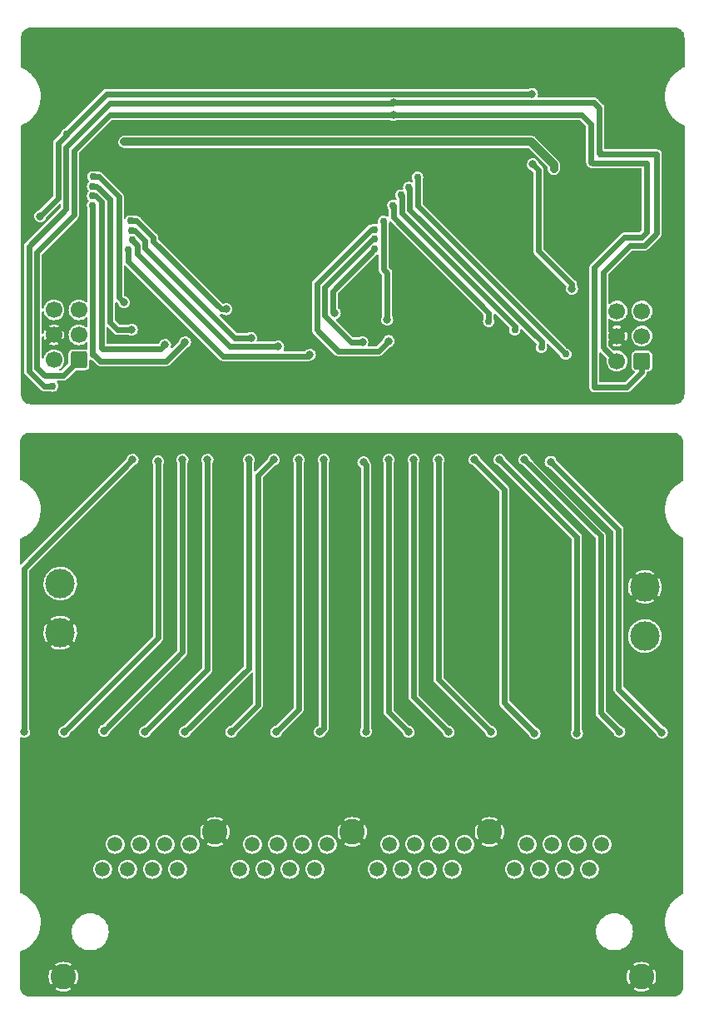
<source format=gbr>
%TF.GenerationSoftware,KiCad,Pcbnew,(6.0.9)*%
%TF.CreationDate,2023-11-05T17:37:45+05:30*%
%TF.ProjectId,Modular-I2C-4PxRJ45-Relay-Driver,4d6f6475-6c61-4722-9d49-32432d345078,2*%
%TF.SameCoordinates,Original*%
%TF.FileFunction,Copper,L2,Bot*%
%TF.FilePolarity,Positive*%
%FSLAX46Y46*%
G04 Gerber Fmt 4.6, Leading zero omitted, Abs format (unit mm)*
G04 Created by KiCad (PCBNEW (6.0.9)) date 2023-11-05 17:37:45*
%MOMM*%
%LPD*%
G01*
G04 APERTURE LIST*
G04 Aperture macros list*
%AMRoundRect*
0 Rectangle with rounded corners*
0 $1 Rounding radius*
0 $2 $3 $4 $5 $6 $7 $8 $9 X,Y pos of 4 corners*
0 Add a 4 corners polygon primitive as box body*
4,1,4,$2,$3,$4,$5,$6,$7,$8,$9,$2,$3,0*
0 Add four circle primitives for the rounded corners*
1,1,$1+$1,$2,$3*
1,1,$1+$1,$4,$5*
1,1,$1+$1,$6,$7*
1,1,$1+$1,$8,$9*
0 Add four rect primitives between the rounded corners*
20,1,$1+$1,$2,$3,$4,$5,0*
20,1,$1+$1,$4,$5,$6,$7,0*
20,1,$1+$1,$6,$7,$8,$9,0*
20,1,$1+$1,$8,$9,$2,$3,0*%
G04 Aperture macros list end*
%TA.AperFunction,ComponentPad*%
%ADD10RoundRect,0.250000X0.600000X0.600000X-0.600000X0.600000X-0.600000X-0.600000X0.600000X-0.600000X0*%
%TD*%
%TA.AperFunction,ComponentPad*%
%ADD11C,1.700000*%
%TD*%
%TA.AperFunction,ComponentPad*%
%ADD12C,3.000000*%
%TD*%
%TA.AperFunction,ComponentPad*%
%ADD13C,1.500000*%
%TD*%
%TA.AperFunction,ComponentPad*%
%ADD14C,2.600000*%
%TD*%
%TA.AperFunction,ViaPad*%
%ADD15C,0.800000*%
%TD*%
%TA.AperFunction,ViaPad*%
%ADD16C,0.756400*%
%TD*%
%TA.AperFunction,Conductor*%
%ADD17C,0.609600*%
%TD*%
%TA.AperFunction,Conductor*%
%ADD18C,0.812800*%
%TD*%
G04 APERTURE END LIST*
D10*
%TO.P,J1,1,Pin_1*%
%TO.N,SCL*%
X159070000Y-34991000D03*
D11*
%TO.P,J1,2,Pin_2*%
%TO.N,SDA*%
X156530000Y-34991000D03*
%TO.P,J1,3,Pin_3*%
%TO.N,Net-(J1-Pad3)*%
X159070000Y-32451000D03*
%TO.P,J1,4,Pin_4*%
%TO.N,GNDREF*%
X156530000Y-32451000D03*
%TO.P,J1,5,Pin_5*%
%TO.N,VCC*%
X159070000Y-29911000D03*
%TO.P,J1,6,Pin_6*%
%TO.N,RST*%
X156530000Y-29911000D03*
%TD*%
D12*
%TO.P,J4,1,1*%
%TO.N,VDD*%
X159367900Y-62966200D03*
%TO.P,J4,2,2*%
%TO.N,GNDPWR*%
X159367900Y-57968200D03*
%TD*%
D10*
%TO.P,J2,1,Pin_1*%
%TO.N,SCL*%
X101793000Y-34864000D03*
D11*
%TO.P,J2,2,Pin_2*%
%TO.N,SDA*%
X99253000Y-34864000D03*
%TO.P,J2,3,Pin_3*%
%TO.N,Net-(J1-Pad3)*%
X101793000Y-32324000D03*
%TO.P,J2,4,Pin_4*%
%TO.N,GNDREF*%
X99253000Y-32324000D03*
%TO.P,J2,5,Pin_5*%
%TO.N,VCC*%
X101793000Y-29784000D03*
%TO.P,J2,6,Pin_6*%
%TO.N,RST*%
X99253000Y-29784000D03*
%TD*%
D12*
%TO.P,J3,1,1*%
%TO.N,VDD*%
X99894900Y-57630400D03*
%TO.P,J3,2,2*%
%TO.N,GNDPWR*%
X99894900Y-62628400D03*
%TD*%
D13*
%TO.P,RJ45-1,A1,A1*%
%TO.N,RC1+*%
X104206000Y-86692500D03*
%TO.P,RJ45-1,A2,A2*%
%TO.N,RC1-*%
X105476000Y-84152500D03*
%TO.P,RJ45-1,A3,A3*%
%TO.N,RC2+*%
X106746000Y-86692500D03*
%TO.P,RJ45-1,A4,A4*%
%TO.N,RC2-*%
X108016000Y-84152500D03*
%TO.P,RJ45-1,A5,A5*%
%TO.N,RC3+*%
X109286000Y-86692500D03*
%TO.P,RJ45-1,A6,A6*%
%TO.N,RC3-*%
X110556000Y-84152500D03*
%TO.P,RJ45-1,A7,A7*%
%TO.N,RC4+*%
X111826000Y-86692500D03*
%TO.P,RJ45-1,A8,A8*%
%TO.N,RC4-*%
X113096000Y-84152500D03*
%TO.P,RJ45-1,B1,B1*%
%TO.N,RC5+*%
X118176000Y-86692500D03*
%TO.P,RJ45-1,B2,B2*%
%TO.N,RC5-*%
X119446000Y-84152500D03*
%TO.P,RJ45-1,B3,B3*%
%TO.N,RC6+*%
X120716000Y-86692500D03*
%TO.P,RJ45-1,B4,B4*%
%TO.N,RC6-*%
X121986000Y-84152500D03*
%TO.P,RJ45-1,B5,B5*%
%TO.N,RC7+*%
X123256000Y-86692500D03*
%TO.P,RJ45-1,B6,B6*%
%TO.N,RC7-*%
X124526000Y-84152500D03*
%TO.P,RJ45-1,B7,B7*%
%TO.N,RC8+*%
X125796000Y-86692500D03*
%TO.P,RJ45-1,B8,B8*%
%TO.N,RC8-*%
X127066000Y-84152500D03*
%TO.P,RJ45-1,C1,C1*%
%TO.N,RC9+*%
X132146000Y-86692500D03*
%TO.P,RJ45-1,C2,C2*%
%TO.N,RC9-*%
X133416000Y-84152500D03*
%TO.P,RJ45-1,C3,C3*%
%TO.N,RC10+*%
X134686000Y-86692500D03*
%TO.P,RJ45-1,C4,C4*%
%TO.N,RC10-*%
X135956000Y-84152500D03*
%TO.P,RJ45-1,C5,C5*%
%TO.N,RC11+*%
X137226000Y-86692500D03*
%TO.P,RJ45-1,C6,C6*%
%TO.N,RC11-*%
X138496000Y-84152500D03*
%TO.P,RJ45-1,C7,C7*%
%TO.N,RC12+*%
X139766000Y-86692500D03*
%TO.P,RJ45-1,C8,C8*%
%TO.N,RC12-*%
X141036000Y-84152500D03*
%TO.P,RJ45-1,D1,D1*%
%TO.N,RC13+*%
X146116000Y-86692500D03*
%TO.P,RJ45-1,D2,D2*%
%TO.N,RC13-*%
X147386000Y-84152500D03*
%TO.P,RJ45-1,D3,D3*%
%TO.N,RC14+*%
X148656000Y-86692500D03*
%TO.P,RJ45-1,D4,D4*%
%TO.N,RC14-*%
X149926000Y-84152500D03*
%TO.P,RJ45-1,D5,D5*%
%TO.N,RC15+*%
X151196000Y-86692500D03*
%TO.P,RJ45-1,D6,D6*%
%TO.N,RC15-*%
X152466000Y-84152500D03*
%TO.P,RJ45-1,D7,D7*%
%TO.N,RC16+*%
X153736000Y-86692500D03*
%TO.P,RJ45-1,D8,D8*%
%TO.N,RC16-*%
X155006000Y-84152500D03*
D14*
%TO.P,RJ45-1,EH,EH*%
%TO.N,GNDPWR*%
X143576000Y-82882500D03*
X159006000Y-97612500D03*
X100206000Y-97612500D03*
X129606000Y-82882500D03*
X115636000Y-82882500D03*
%TD*%
D15*
%TO.N,GNDREF*%
X109413000Y-31181000D03*
X130622000Y-31181000D03*
X119827000Y-31054000D03*
%TO.N,SCL*%
X133797000Y-9952800D03*
D16*
X153990000Y-14798000D03*
D15*
%TO.N,SDA*%
X133807800Y-8712800D03*
D16*
X99126000Y-37531000D03*
X154879000Y-13983300D03*
D15*
%TO.N,RST*%
X151951350Y-27631650D03*
X97856000Y-20259000D03*
X147965071Y-14994800D03*
X147887350Y-7808500D03*
D16*
X100498350Y-11932800D03*
D15*
%TO.N,p2-a*%
X116772350Y-29726800D03*
D16*
X107083253Y-20746897D03*
%TO.N,p2-b*%
X107120350Y-21702800D03*
D15*
X119319000Y-32632500D03*
D16*
%TO.N,p2-c*%
X107208350Y-22702800D03*
D15*
X122062903Y-33536800D03*
%TO.N,p2-d*%
X125288000Y-34356000D03*
D16*
X106838447Y-23658703D03*
%TO.N,p4-a*%
X143482825Y-30960825D03*
X133739306Y-19158703D03*
%TO.N,p4-b*%
X134548906Y-18119000D03*
X146128600Y-31828600D03*
%TO.N,p4-c*%
X148842100Y-33602550D03*
X135358506Y-17319000D03*
%TO.N,p4-d*%
X151318600Y-34301050D03*
X136241006Y-16290994D03*
%TO.N,p1-a*%
X103201253Y-16246897D03*
D15*
X106373874Y-29022000D03*
D16*
%TO.N,p1-b*%
X103179322Y-17202548D03*
D15*
X107176574Y-31816000D03*
D16*
%TO.N,p1-c*%
X103173170Y-18188800D03*
D15*
X110556000Y-33340000D03*
D16*
%TO.N,p1-d*%
X103173170Y-19158703D03*
D15*
X112588000Y-33086000D03*
D16*
%TO.N,p3-a*%
X131892494Y-23628703D03*
D15*
X127821350Y-30107800D03*
%TO.N,p3-b*%
X130632043Y-33070700D03*
D16*
X131873000Y-22564000D03*
D15*
%TO.N,p3-c*%
X133289000Y-32959000D03*
D16*
X131839441Y-21608687D03*
D15*
%TO.N,p3-d*%
X133162000Y-30800000D03*
D16*
X132774994Y-20760994D03*
D15*
%TO.N,VCC*%
X106414498Y-12708711D03*
X150108350Y-15440800D03*
X133727289Y-12708711D03*
%TO.N,GNDPWR*%
X122748000Y-74615000D03*
X127968000Y-63251300D03*
X118176000Y-74488000D03*
X136210000Y-74615000D03*
X97094000Y-74615000D03*
X153355000Y-74615000D03*
X157673000Y-74615000D03*
X150078400Y-63820000D03*
X105222000Y-74742000D03*
X144592000Y-74615000D03*
X161991000Y-74615000D03*
X113604000Y-74488000D03*
X109413000Y-74742000D03*
X150636000Y-57564800D03*
X131892000Y-74488000D03*
X127320000Y-74488000D03*
X149164000Y-74615000D03*
X140401000Y-74488000D03*
X101031000Y-74615000D03*
%TO.N,p1-a5*%
X107254000Y-45024000D03*
X96205000Y-72710000D03*
%TO.N,p1-b5*%
X100294400Y-72710000D03*
X109844800Y-45176400D03*
%TO.N,p1-c5*%
X104333000Y-72583000D03*
X112334000Y-45024000D03*
%TO.N,p1-d5*%
X114874000Y-45024000D03*
X108524000Y-72710000D03*
%TO.N,p2-a5*%
X112588000Y-72710000D03*
X119065000Y-45024000D03*
%TO.N,p2-b5*%
X117287000Y-72710000D03*
X121605000Y-45024000D03*
%TO.N,p2-c5*%
X124145000Y-45024000D03*
X121859000Y-72710000D03*
%TO.N,p2-d5*%
X126304000Y-72710000D03*
X126685000Y-45024000D03*
%TO.N,p3-a5*%
X130723600Y-45278000D03*
X130977600Y-72659200D03*
%TO.N,p3-b5*%
X133289000Y-45024000D03*
X135321000Y-72710000D03*
%TO.N,p3-c5*%
X139385000Y-72710000D03*
X135829000Y-45024000D03*
%TO.N,p3-d5*%
X138369000Y-45024000D03*
X143703000Y-72710000D03*
%TO.N,p4-a5*%
X142052000Y-45024000D03*
X148148000Y-72837000D03*
%TO.N,p4-b5*%
X144592000Y-45024000D03*
X152466000Y-72837000D03*
%TO.N,p4-c5*%
X147132000Y-45024000D03*
X156784000Y-72710000D03*
%TO.N,p4-d5*%
X149773600Y-45227200D03*
X161102000Y-72760800D03*
%TD*%
D17*
%TO.N,SCL*%
X157279894Y-22430106D02*
X154237350Y-25472650D01*
X133797000Y-9952800D02*
X104892618Y-9952800D01*
X101278350Y-20138650D02*
X97508350Y-23908650D01*
X98310823Y-36472800D02*
X100184200Y-36472800D01*
X154064300Y-14872300D02*
X159571350Y-14872300D01*
X159571350Y-21867106D02*
X159008350Y-22430106D01*
X153863000Y-14671000D02*
X153990000Y-14798000D01*
X101278350Y-13567068D02*
X101278350Y-20138650D01*
X159571350Y-14872300D02*
X159571350Y-21867106D01*
X153990000Y-14798000D02*
X154064300Y-14872300D01*
X157546000Y-37658000D02*
X159070000Y-36134000D01*
X153863000Y-10861000D02*
X153863000Y-14671000D01*
X159008350Y-22430106D02*
X157279894Y-22430106D01*
X159070000Y-36134000D02*
X159070000Y-34991000D01*
X100184200Y-36472800D02*
X101793000Y-34864000D01*
X97508350Y-23908650D02*
X97508350Y-35670327D01*
X152954800Y-9952800D02*
X153863000Y-10861000D01*
X97508350Y-35670327D02*
X98310823Y-36472800D01*
X133797000Y-9952800D02*
X152954800Y-9952800D01*
X104892618Y-9952800D02*
X101278350Y-13567068D01*
X154237350Y-25472650D02*
X154237350Y-37658000D01*
X154237350Y-37658000D02*
X157546000Y-37658000D01*
%TO.N,SDA*%
X98224075Y-37531000D02*
X99126000Y-37531000D01*
X155126350Y-33587350D02*
X156530000Y-34991000D01*
X154203297Y-8712800D02*
X154752000Y-9261503D01*
X157867294Y-23239706D02*
X155126350Y-25980650D01*
X159343018Y-23239706D02*
X157867294Y-23239706D01*
X160594000Y-21988724D02*
X159343018Y-23239706D01*
X154879000Y-13983300D02*
X160594000Y-13983300D01*
X100469230Y-19550770D02*
X96699230Y-23320770D01*
X154752000Y-13856300D02*
X154879000Y-13983300D01*
X155126350Y-25980650D02*
X155126350Y-33587350D01*
X100469230Y-13231920D02*
X100469230Y-19550770D01*
X96699230Y-36006155D02*
X98224075Y-37531000D01*
X133807800Y-8712800D02*
X154203297Y-8712800D01*
X133807800Y-8712800D02*
X133757800Y-8762800D01*
X160594000Y-13983300D02*
X160594000Y-21988724D01*
X96699230Y-23320770D02*
X96699230Y-36006155D01*
X154752000Y-9261503D02*
X154752000Y-13856300D01*
X104938350Y-8762800D02*
X100469230Y-13231920D01*
X133757800Y-8762800D02*
X104938350Y-8762800D01*
%TO.N,RST*%
X99660110Y-18454890D02*
X99660110Y-12866890D01*
X151951350Y-27186800D02*
X148522350Y-23757800D01*
X151951350Y-27631650D02*
X151951350Y-27186800D01*
X147887350Y-7808500D02*
X104622650Y-7808500D01*
X99660110Y-12866890D02*
X100498350Y-12028650D01*
X104622650Y-7808500D02*
X100498350Y-11932800D01*
X148522350Y-15552079D02*
X147965071Y-14994800D01*
X100498350Y-12028650D02*
X100498350Y-11932800D01*
X148522350Y-23757800D02*
X148522350Y-15552079D01*
X97856000Y-20259000D02*
X99660110Y-18454890D01*
%TO.N,p2-a*%
X116264350Y-29726800D02*
X116772350Y-29726800D01*
X109340647Y-22803097D02*
X116264350Y-29726800D01*
X107646146Y-20746897D02*
X109340647Y-22441398D01*
X109340647Y-22441398D02*
X109340647Y-22803097D01*
X107083253Y-20746897D02*
X107646146Y-20746897D01*
%TO.N,p2-b*%
X108531047Y-23517497D02*
X108531047Y-22776746D01*
X117646050Y-32632500D02*
X108531047Y-23517497D01*
X107457101Y-21702800D02*
X107120350Y-21702800D01*
X119319000Y-32632500D02*
X117646050Y-32632500D01*
X108531047Y-22776746D02*
X107457101Y-21702800D01*
%TO.N,p2-c*%
X107721447Y-23215897D02*
X107208350Y-22702800D01*
X117153350Y-33536800D02*
X107721447Y-24104897D01*
X122062903Y-33536800D02*
X117153350Y-33536800D01*
X107721447Y-24104897D02*
X107721447Y-23215897D01*
%TO.N,p2-d*%
X116448550Y-34483000D02*
X106838447Y-24872897D01*
X106838447Y-24872897D02*
X106838447Y-23658703D01*
X125288000Y-34356000D02*
X125161000Y-34483000D01*
X125161000Y-34483000D02*
X116448550Y-34483000D01*
%TO.N,p4-a*%
X143482825Y-30071825D02*
X133812206Y-20401206D01*
X143482825Y-30960825D02*
X143482825Y-30071825D01*
X133812206Y-20401206D02*
X133812206Y-19231603D01*
X133812206Y-19231603D02*
X133739306Y-19158703D01*
%TO.N,p4-b*%
X146128600Y-31449548D02*
X134621806Y-19942754D01*
X134621806Y-18191900D02*
X134548906Y-18119000D01*
X146128600Y-31828600D02*
X146128600Y-31449548D01*
X134621806Y-19942754D02*
X134621806Y-18191900D01*
%TO.N,p4-c*%
X135358506Y-17319000D02*
X135431406Y-17391900D01*
X148842100Y-33018100D02*
X148842100Y-33602550D01*
X135431406Y-19607406D02*
X148842100Y-33018100D01*
X135431406Y-17391900D02*
X135431406Y-19607406D01*
%TO.N,p4-d*%
X136241006Y-16290994D02*
X136241006Y-19223456D01*
X136241006Y-19223456D02*
X151318600Y-34301050D01*
%TO.N,p1-a*%
X103800010Y-16246897D02*
X103201253Y-16246897D01*
X105850350Y-28498476D02*
X105850350Y-18297237D01*
X106373874Y-29022000D02*
X105850350Y-28498476D01*
X105850350Y-18297237D02*
X103800010Y-16246897D01*
%TO.N,p1-b*%
X104961350Y-18553184D02*
X103610714Y-17202548D01*
X105730000Y-31816000D02*
X104961350Y-31047350D01*
X107176574Y-31816000D02*
X105730000Y-31816000D01*
X103610714Y-17202548D02*
X103179322Y-17202548D01*
X104961350Y-31047350D02*
X104961350Y-18553184D01*
%TO.N,p1-c*%
X110135450Y-33760550D02*
X104169100Y-33760550D01*
X103452018Y-18188800D02*
X103173170Y-18188800D01*
X104169100Y-33760550D02*
X104072350Y-33663800D01*
X110556000Y-33340000D02*
X110135450Y-33760550D01*
X104072350Y-18809132D02*
X103452018Y-18188800D01*
X104072350Y-33663800D02*
X104072350Y-18809132D01*
%TO.N,p1-d*%
X103944550Y-34991000D02*
X103329950Y-34376400D01*
X103183350Y-34376400D02*
X103183350Y-19168883D01*
X112588000Y-33086000D02*
X110683000Y-34991000D01*
X110683000Y-34991000D02*
X103944550Y-34991000D01*
X103329950Y-34376400D02*
X103183350Y-34376400D01*
X103183350Y-19168883D02*
X103173170Y-19158703D01*
%TO.N,p3-a*%
X131892494Y-23628703D02*
X127608350Y-27912847D01*
X127608350Y-29894800D02*
X127821350Y-30107800D01*
X127608350Y-27912847D02*
X127608350Y-29894800D01*
%TO.N,p3-b*%
X126798750Y-30364781D02*
X126798750Y-27473696D01*
X130632043Y-33070700D02*
X129504669Y-33070700D01*
X129504669Y-33070700D02*
X126798750Y-30364781D01*
X126798750Y-27473696D02*
X131708446Y-22564000D01*
X131708446Y-22564000D02*
X131873000Y-22564000D01*
%TO.N,p3-c*%
X132273000Y-33975000D02*
X133289000Y-32959000D01*
X125989150Y-31831600D02*
X128132550Y-33975000D01*
X131839441Y-21608687D02*
X131518812Y-21608687D01*
X125989150Y-27138349D02*
X125989150Y-31831600D01*
X128132550Y-33975000D02*
X132273000Y-33975000D01*
X131518812Y-21608687D02*
X125989150Y-27138349D01*
%TO.N,p3-d*%
X133162000Y-26021796D02*
X133162000Y-30800000D01*
X132774994Y-20760994D02*
X132774994Y-25634790D01*
X132774994Y-25634790D02*
X133162000Y-26021796D01*
D18*
%TO.N,VCC*%
X147814261Y-12708711D02*
X150108350Y-15002800D01*
X106414498Y-12708711D02*
X133727289Y-12708711D01*
X150108350Y-15002800D02*
X150108350Y-15440800D01*
X133727289Y-12708711D02*
X147814261Y-12708711D01*
D17*
%TO.N,p1-a5*%
X107254000Y-45024000D02*
X96205000Y-56073000D01*
X96205000Y-56073000D02*
X96205000Y-72710000D01*
%TO.N,p1-b5*%
X109844800Y-45176400D02*
X109844800Y-63159600D01*
X109844800Y-63159600D02*
X100294400Y-72710000D01*
%TO.N,p1-c5*%
X112334000Y-64582000D02*
X104333000Y-72583000D01*
X112334000Y-45024000D02*
X112334000Y-64582000D01*
%TO.N,p1-d5*%
X114874000Y-66360000D02*
X108524000Y-72710000D01*
X114874000Y-45024000D02*
X114874000Y-66360000D01*
%TO.N,p2-a5*%
X119065000Y-45024000D02*
X119065000Y-66233000D01*
X119065000Y-66233000D02*
X112588000Y-72710000D01*
%TO.N,p2-b5*%
X120002200Y-69994800D02*
X117287000Y-72710000D01*
X121605000Y-45024000D02*
X120002200Y-46626800D01*
X120002200Y-46626800D02*
X120002200Y-69994800D01*
%TO.N,p2-c5*%
X124145000Y-70424000D02*
X121859000Y-72710000D01*
X124145000Y-45024000D02*
X124145000Y-70424000D01*
%TO.N,p2-d5*%
X126685000Y-45024000D02*
X126685000Y-72329000D01*
X126685000Y-72329000D02*
X126304000Y-72710000D01*
%TO.N,p3-a5*%
X130977600Y-45532000D02*
X130977600Y-72659200D01*
X130723600Y-45278000D02*
X130977600Y-45532000D01*
%TO.N,p3-b5*%
X133289000Y-45024000D02*
X133289000Y-70678000D01*
X133289000Y-70678000D02*
X135321000Y-72710000D01*
%TO.N,p3-c5*%
X135829000Y-45024000D02*
X135829000Y-69154000D01*
X135829000Y-69154000D02*
X139385000Y-72710000D01*
%TO.N,p3-d5*%
X138369000Y-67376000D02*
X143703000Y-72710000D01*
X138369000Y-45024000D02*
X138369000Y-67376000D01*
%TO.N,p4-a5*%
X142052000Y-45024000D02*
X145051800Y-48023800D01*
X145051800Y-69740800D02*
X148148000Y-72837000D01*
X145051800Y-48023800D02*
X145051800Y-69740800D01*
%TO.N,p4-b5*%
X144592000Y-45024000D02*
X152466000Y-52898000D01*
X152466000Y-52898000D02*
X152466000Y-72837000D01*
%TO.N,p4-c5*%
X154853600Y-70779600D02*
X156784000Y-72710000D01*
X147132000Y-45024000D02*
X154853600Y-52745600D01*
X154853600Y-52745600D02*
X154853600Y-70779600D01*
%TO.N,p4-d5*%
X156682400Y-52136000D02*
X156682400Y-68341200D01*
X149773600Y-45227200D02*
X156682400Y-52136000D01*
X156682400Y-68341200D02*
X161102000Y-72760800D01*
%TD*%
%TA.AperFunction,Conductor*%
%TO.N,GNDREF*%
G36*
X162400914Y-1082484D02*
G01*
X162581237Y-1100245D01*
X162600573Y-1104092D01*
X162769199Y-1155243D01*
X162787419Y-1162790D01*
X162942831Y-1245859D01*
X162959225Y-1256813D01*
X163095450Y-1368609D01*
X163109391Y-1382550D01*
X163221187Y-1518775D01*
X163232141Y-1535169D01*
X163315210Y-1690581D01*
X163322757Y-1708801D01*
X163373908Y-1877425D01*
X163377756Y-1896766D01*
X163395516Y-2077086D01*
X163396000Y-2086947D01*
X163396000Y-5064121D01*
X163376787Y-5123252D01*
X163335401Y-5156426D01*
X163311000Y-5167000D01*
X163310572Y-5167197D01*
X163310551Y-5167206D01*
X163127956Y-5251101D01*
X163127950Y-5251104D01*
X163126000Y-5252000D01*
X163098641Y-5267528D01*
X162941875Y-5356503D01*
X162941861Y-5356512D01*
X162941000Y-5357000D01*
X162940166Y-5357518D01*
X162940157Y-5357523D01*
X162797385Y-5446140D01*
X162797377Y-5446145D01*
X162796000Y-5447000D01*
X162794677Y-5447945D01*
X162663993Y-5541291D01*
X162656000Y-5547000D01*
X162571000Y-5617000D01*
X162426000Y-5742000D01*
X162286000Y-5877000D01*
X162171000Y-6002000D01*
X162026000Y-6182000D01*
X162024817Y-6183752D01*
X162024813Y-6183758D01*
X161924523Y-6332337D01*
X161891000Y-6382000D01*
X161890163Y-6383435D01*
X161832667Y-6482000D01*
X161821000Y-6502000D01*
X161746000Y-6637000D01*
X161661000Y-6817000D01*
X161591000Y-6997000D01*
X161551000Y-7107000D01*
X161550583Y-7108390D01*
X161550581Y-7108396D01*
X161523223Y-7199591D01*
X161521000Y-7207000D01*
X161491000Y-7317000D01*
X161490700Y-7318423D01*
X161490698Y-7318433D01*
X161451622Y-7504046D01*
X161451000Y-7507000D01*
X161436000Y-7612000D01*
X161435944Y-7612465D01*
X161435941Y-7612485D01*
X161416087Y-7776278D01*
X161416084Y-7776311D01*
X161416000Y-7777000D01*
X161406000Y-7887000D01*
X161401000Y-8062000D01*
X161401000Y-8162000D01*
X161401105Y-8163621D01*
X161401105Y-8163634D01*
X161408548Y-8278995D01*
X161411000Y-8317000D01*
X161411021Y-8317269D01*
X161411023Y-8317302D01*
X161413053Y-8343693D01*
X161421000Y-8447000D01*
X161446000Y-8617000D01*
X161446343Y-8618602D01*
X161446344Y-8618606D01*
X161452772Y-8648601D01*
X161476000Y-8757000D01*
X161501000Y-8872000D01*
X161531000Y-8982000D01*
X161531336Y-8983045D01*
X161531343Y-8983069D01*
X161545486Y-9027068D01*
X161576000Y-9122000D01*
X161616000Y-9232000D01*
X161616750Y-9233673D01*
X161616752Y-9233678D01*
X161681000Y-9377000D01*
X161724456Y-9473568D01*
X161726000Y-9477000D01*
X161781000Y-9582000D01*
X161781285Y-9582512D01*
X161781292Y-9582526D01*
X161799387Y-9615097D01*
X161831000Y-9672000D01*
X161831586Y-9672951D01*
X161831587Y-9672954D01*
X161871000Y-9737000D01*
X161871163Y-9737266D01*
X161925480Y-9826150D01*
X161925493Y-9826170D01*
X161926000Y-9827000D01*
X161976000Y-9902000D01*
X162016000Y-9957000D01*
X162066000Y-10022000D01*
X162126000Y-10097000D01*
X162206000Y-10192000D01*
X162206970Y-10193028D01*
X162206978Y-10193036D01*
X162290491Y-10281462D01*
X162290522Y-10281493D01*
X162291000Y-10282000D01*
X162396000Y-10387000D01*
X162466000Y-10452000D01*
X162466840Y-10452714D01*
X162548792Y-10522373D01*
X162566000Y-10537000D01*
X162566713Y-10537563D01*
X162566718Y-10537567D01*
X162654667Y-10607000D01*
X162661000Y-10612000D01*
X162661980Y-10612700D01*
X162661992Y-10612709D01*
X162730620Y-10661729D01*
X162730645Y-10661747D01*
X162731000Y-10662000D01*
X162826000Y-10727000D01*
X162921000Y-10787000D01*
X162921647Y-10787381D01*
X162921669Y-10787394D01*
X163005454Y-10836679D01*
X163006000Y-10837000D01*
X163006524Y-10837291D01*
X163006564Y-10837314D01*
X163072928Y-10874182D01*
X163096000Y-10887000D01*
X163176000Y-10927000D01*
X163311000Y-10992000D01*
X163331214Y-10999701D01*
X163379630Y-11038703D01*
X163396000Y-11093709D01*
X163396000Y-38387053D01*
X163395516Y-38396914D01*
X163377756Y-38577234D01*
X163373908Y-38596575D01*
X163322757Y-38765199D01*
X163315210Y-38783419D01*
X163232141Y-38938831D01*
X163221187Y-38955225D01*
X163109393Y-39091448D01*
X163095450Y-39105391D01*
X162959225Y-39217187D01*
X162942831Y-39228141D01*
X162787419Y-39311210D01*
X162769200Y-39318757D01*
X162600573Y-39369908D01*
X162581237Y-39373755D01*
X162404671Y-39391146D01*
X162400914Y-39391516D01*
X162391053Y-39392000D01*
X96900947Y-39392000D01*
X96891086Y-39391516D01*
X96887329Y-39391146D01*
X96710763Y-39373755D01*
X96691427Y-39369908D01*
X96522800Y-39318757D01*
X96504581Y-39311210D01*
X96349169Y-39228141D01*
X96332775Y-39217187D01*
X96196550Y-39105391D01*
X96182607Y-39091448D01*
X96070813Y-38955225D01*
X96059859Y-38938831D01*
X95976790Y-38783419D01*
X95969243Y-38765199D01*
X95918092Y-38596575D01*
X95914244Y-38577234D01*
X95896484Y-38396914D01*
X95896000Y-38387053D01*
X95896000Y-23355711D01*
X96186691Y-23355711D01*
X96188187Y-23362719D01*
X96188187Y-23362721D01*
X96188513Y-23364250D01*
X96190730Y-23385252D01*
X96190730Y-35937923D01*
X96189289Y-35950821D01*
X96189313Y-35950823D01*
X96188739Y-35957961D01*
X96187156Y-35964955D01*
X96187974Y-35978143D01*
X96190537Y-36019453D01*
X96190730Y-36025682D01*
X96190730Y-36042668D01*
X96191238Y-36046215D01*
X96191238Y-36046217D01*
X96192357Y-36054029D01*
X96193180Y-36062059D01*
X96195476Y-36099059D01*
X96196175Y-36110332D01*
X96198608Y-36117070D01*
X96198608Y-36117072D01*
X96199712Y-36120129D01*
X96204673Y-36140027D01*
X96206150Y-36150342D01*
X96223306Y-36188074D01*
X96226168Y-36194368D01*
X96229211Y-36201844D01*
X96245634Y-36247336D01*
X96249861Y-36253123D01*
X96249862Y-36253124D01*
X96251782Y-36255753D01*
X96262126Y-36273454D01*
X96263471Y-36276413D01*
X96263473Y-36276416D01*
X96266438Y-36282937D01*
X96271115Y-36288365D01*
X96298015Y-36319585D01*
X96303030Y-36325901D01*
X96311655Y-36337707D01*
X96323301Y-36349353D01*
X96328377Y-36354821D01*
X96355622Y-36386440D01*
X96361517Y-36393282D01*
X96368846Y-36398033D01*
X96385262Y-36411314D01*
X97816263Y-37842316D01*
X97824364Y-37852454D01*
X97824382Y-37852439D01*
X97829025Y-37857895D01*
X97832851Y-37863958D01*
X97867142Y-37894243D01*
X97873773Y-37900099D01*
X97878314Y-37904367D01*
X97890329Y-37916382D01*
X97899526Y-37923275D01*
X97905774Y-37928362D01*
X97925764Y-37946016D01*
X97942026Y-37960378D01*
X97948508Y-37963421D01*
X97948517Y-37963427D01*
X97951459Y-37964808D01*
X97969034Y-37975367D01*
X97977370Y-37981615D01*
X98014958Y-37995706D01*
X98022651Y-37998590D01*
X98030090Y-38001725D01*
X98060961Y-38016218D01*
X98073875Y-38022281D01*
X98084170Y-38023884D01*
X98104005Y-38029088D01*
X98107044Y-38030227D01*
X98107046Y-38030227D01*
X98113759Y-38032744D01*
X98161980Y-38036327D01*
X98169993Y-38037247D01*
X98184461Y-38039500D01*
X98200938Y-38039500D01*
X98208394Y-38039777D01*
X98251867Y-38043008D01*
X98251869Y-38043008D01*
X98259016Y-38043539D01*
X98267552Y-38041717D01*
X98288553Y-38039500D01*
X98813041Y-38039500D01*
X98851539Y-38047158D01*
X98974094Y-38097922D01*
X98980630Y-38098783D01*
X98980632Y-38098783D01*
X99119460Y-38117060D01*
X99126000Y-38117921D01*
X99132540Y-38117060D01*
X99271368Y-38098783D01*
X99271370Y-38098783D01*
X99277906Y-38097922D01*
X99419461Y-38039288D01*
X99541016Y-37946016D01*
X99634288Y-37824460D01*
X99692922Y-37682906D01*
X99712921Y-37531000D01*
X99692922Y-37379094D01*
X99634288Y-37237540D01*
X99561854Y-37143141D01*
X99541100Y-37084533D01*
X99558759Y-37024919D01*
X99608086Y-36987070D01*
X99641666Y-36981300D01*
X100115968Y-36981300D01*
X100128866Y-36982741D01*
X100128868Y-36982717D01*
X100136006Y-36983291D01*
X100143000Y-36984874D01*
X100197498Y-36981493D01*
X100203727Y-36981300D01*
X100220713Y-36981300D01*
X100224260Y-36980792D01*
X100224262Y-36980792D01*
X100226905Y-36980413D01*
X100232081Y-36979672D01*
X100240099Y-36978851D01*
X100256433Y-36977837D01*
X100281226Y-36976299D01*
X100281228Y-36976299D01*
X100288377Y-36975855D01*
X100295115Y-36973422D01*
X100295117Y-36973422D01*
X100298174Y-36972318D01*
X100318072Y-36967357D01*
X100328387Y-36965880D01*
X100372418Y-36945860D01*
X100379889Y-36942819D01*
X100425381Y-36926396D01*
X100431169Y-36922168D01*
X100433798Y-36920248D01*
X100451499Y-36909904D01*
X100454458Y-36908559D01*
X100454461Y-36908557D01*
X100460982Y-36905592D01*
X100497630Y-36874015D01*
X100503949Y-36868998D01*
X100515752Y-36860375D01*
X100527398Y-36848729D01*
X100532866Y-36843653D01*
X100565898Y-36815191D01*
X100571327Y-36810513D01*
X100576078Y-36803184D01*
X100589359Y-36786768D01*
X101428963Y-35947165D01*
X101484361Y-35918939D01*
X101500098Y-35917700D01*
X102394238Y-35917699D01*
X102447216Y-35917699D01*
X102478975Y-35914698D01*
X102484758Y-35912667D01*
X102484759Y-35912667D01*
X102600599Y-35871987D01*
X102607698Y-35869494D01*
X102613747Y-35865026D01*
X102613749Y-35865025D01*
X102711389Y-35792906D01*
X102717438Y-35788438D01*
X102742180Y-35754940D01*
X102794025Y-35684749D01*
X102794026Y-35684747D01*
X102798494Y-35678698D01*
X102827661Y-35595643D01*
X102841666Y-35555762D01*
X102841666Y-35555760D01*
X102843698Y-35549975D01*
X102846700Y-35518217D01*
X102846699Y-34941602D01*
X102865912Y-34882472D01*
X102916212Y-34845927D01*
X102976121Y-34845221D01*
X102994275Y-34850650D01*
X103008199Y-34855967D01*
X103019350Y-34861202D01*
X103033150Y-34867681D01*
X103040232Y-34868784D01*
X103040233Y-34868784D01*
X103064079Y-34872497D01*
X103077421Y-34875516D01*
X103099468Y-34882109D01*
X103141778Y-34907356D01*
X103536738Y-35302316D01*
X103544839Y-35312454D01*
X103544857Y-35312439D01*
X103549500Y-35317895D01*
X103553326Y-35323958D01*
X103558699Y-35328703D01*
X103594248Y-35360099D01*
X103598789Y-35364367D01*
X103610805Y-35376383D01*
X103613660Y-35378522D01*
X103613665Y-35378527D01*
X103619996Y-35383271D01*
X103626259Y-35388370D01*
X103662501Y-35420378D01*
X103668987Y-35423423D01*
X103671935Y-35424808D01*
X103689504Y-35435365D01*
X103692110Y-35437318D01*
X103692114Y-35437320D01*
X103697846Y-35441616D01*
X103743167Y-35458606D01*
X103750558Y-35461721D01*
X103794350Y-35482281D01*
X103801429Y-35483383D01*
X103801432Y-35483384D01*
X103804639Y-35483883D01*
X103824483Y-35489089D01*
X103834235Y-35492745D01*
X103848626Y-35493815D01*
X103882469Y-35496330D01*
X103890484Y-35497250D01*
X103904936Y-35499500D01*
X103921400Y-35499500D01*
X103928856Y-35499777D01*
X103972341Y-35503009D01*
X103972344Y-35503009D01*
X103979491Y-35503540D01*
X103988032Y-35501717D01*
X104009032Y-35499500D01*
X110614768Y-35499500D01*
X110627666Y-35500941D01*
X110627668Y-35500917D01*
X110634806Y-35501491D01*
X110641800Y-35503074D01*
X110696298Y-35499693D01*
X110702527Y-35499500D01*
X110719513Y-35499500D01*
X110723060Y-35498992D01*
X110723062Y-35498992D01*
X110725705Y-35498613D01*
X110730881Y-35497872D01*
X110738899Y-35497051D01*
X110755233Y-35496037D01*
X110780026Y-35494499D01*
X110780028Y-35494499D01*
X110787177Y-35494055D01*
X110793915Y-35491622D01*
X110793917Y-35491622D01*
X110796974Y-35490518D01*
X110816872Y-35485557D01*
X110827187Y-35484080D01*
X110871218Y-35464060D01*
X110878689Y-35461019D01*
X110924181Y-35444596D01*
X110929969Y-35440368D01*
X110932598Y-35438448D01*
X110950299Y-35428104D01*
X110953258Y-35426759D01*
X110953261Y-35426757D01*
X110959782Y-35423792D01*
X110996430Y-35392215D01*
X111002749Y-35387198D01*
X111014552Y-35378575D01*
X111026198Y-35366929D01*
X111031666Y-35361853D01*
X111064698Y-35333391D01*
X111070127Y-35328713D01*
X111074878Y-35321384D01*
X111088159Y-35304968D01*
X112691375Y-33701752D01*
X112736471Y-33675715D01*
X112739058Y-33675022D01*
X112745597Y-33674161D01*
X112892455Y-33613331D01*
X113018564Y-33516564D01*
X113115331Y-33390454D01*
X113117867Y-33384333D01*
X113147634Y-33312467D01*
X113176161Y-33243597D01*
X113177374Y-33234389D01*
X113196048Y-33092540D01*
X113196909Y-33086000D01*
X113193841Y-33062694D01*
X113177022Y-32934941D01*
X113177021Y-32934939D01*
X113176161Y-32928403D01*
X113137902Y-32836038D01*
X113117854Y-32787636D01*
X113117852Y-32787633D01*
X113115331Y-32781546D01*
X113041690Y-32685575D01*
X113022578Y-32660667D01*
X113022577Y-32660666D01*
X113018564Y-32655436D01*
X112892455Y-32558669D01*
X112745597Y-32497839D01*
X112739061Y-32496979D01*
X112739059Y-32496978D01*
X112594540Y-32477952D01*
X112588000Y-32477091D01*
X112581460Y-32477952D01*
X112436941Y-32496978D01*
X112436939Y-32496979D01*
X112430403Y-32497839D01*
X112356535Y-32528436D01*
X112289636Y-32556146D01*
X112289633Y-32556148D01*
X112283546Y-32558669D01*
X112157436Y-32655436D01*
X112060669Y-32781546D01*
X112058148Y-32787633D01*
X112058146Y-32787636D01*
X112038098Y-32836038D01*
X111999839Y-32928403D01*
X111998978Y-32934944D01*
X111998285Y-32937529D01*
X111972248Y-32982625D01*
X111280375Y-33674498D01*
X111224977Y-33702724D01*
X111163569Y-33692998D01*
X111119605Y-33649034D01*
X111109879Y-33587626D01*
X111116298Y-33564865D01*
X111141637Y-33503690D01*
X111144161Y-33497597D01*
X111145795Y-33485191D01*
X111164048Y-33346540D01*
X111164909Y-33340000D01*
X111158569Y-33291843D01*
X111145022Y-33188941D01*
X111145021Y-33188939D01*
X111144161Y-33182403D01*
X111095552Y-33065049D01*
X111085854Y-33041636D01*
X111085852Y-33041633D01*
X111083331Y-33035546D01*
X110986564Y-32909436D01*
X110860455Y-32812669D01*
X110713597Y-32751839D01*
X110707061Y-32750979D01*
X110707059Y-32750978D01*
X110562540Y-32731952D01*
X110556000Y-32731091D01*
X110549460Y-32731952D01*
X110404941Y-32750978D01*
X110404939Y-32750979D01*
X110398403Y-32751839D01*
X110326684Y-32781546D01*
X110257636Y-32810146D01*
X110257633Y-32810148D01*
X110251546Y-32812669D01*
X110125436Y-32909436D01*
X110028669Y-33035546D01*
X110026148Y-33041633D01*
X110026146Y-33041636D01*
X109992573Y-33122689D01*
X109967839Y-33182403D01*
X109967064Y-33182082D01*
X109936182Y-33229633D01*
X109872875Y-33252050D01*
X104681450Y-33252050D01*
X104622319Y-33232837D01*
X104585774Y-33182537D01*
X104580850Y-33151450D01*
X104580850Y-31628847D01*
X104600063Y-31569716D01*
X104650363Y-31533171D01*
X104712537Y-31533171D01*
X104752585Y-31557712D01*
X105322185Y-32127312D01*
X105330288Y-32137453D01*
X105330306Y-32137438D01*
X105334951Y-32142896D01*
X105338776Y-32148958D01*
X105344149Y-32153703D01*
X105379707Y-32185107D01*
X105384248Y-32189375D01*
X105396255Y-32201382D01*
X105405451Y-32208274D01*
X105411692Y-32213356D01*
X105447951Y-32245378D01*
X105456109Y-32249208D01*
X105457380Y-32249805D01*
X105474954Y-32260364D01*
X105483295Y-32266616D01*
X105528601Y-32283600D01*
X105536015Y-32286724D01*
X105579800Y-32307281D01*
X105586884Y-32308384D01*
X105586887Y-32308385D01*
X105590102Y-32308886D01*
X105609927Y-32314087D01*
X105612966Y-32315226D01*
X105612968Y-32315226D01*
X105619684Y-32317744D01*
X105667905Y-32321327D01*
X105675918Y-32322247D01*
X105690386Y-32324500D01*
X105706863Y-32324500D01*
X105714319Y-32324777D01*
X105757792Y-32328008D01*
X105757794Y-32328008D01*
X105764941Y-32328539D01*
X105773477Y-32326717D01*
X105794478Y-32324500D01*
X106814269Y-32324500D01*
X106864569Y-32337978D01*
X106866887Y-32339317D01*
X106872119Y-32343331D01*
X106878207Y-32345853D01*
X106878211Y-32345855D01*
X106944623Y-32373363D01*
X107018977Y-32404161D01*
X107025513Y-32405021D01*
X107025515Y-32405022D01*
X107170034Y-32424048D01*
X107176574Y-32424909D01*
X107183114Y-32424048D01*
X107327633Y-32405022D01*
X107327635Y-32405021D01*
X107334171Y-32404161D01*
X107481029Y-32343331D01*
X107607138Y-32246564D01*
X107615431Y-32235757D01*
X107637368Y-32207167D01*
X107703905Y-32120454D01*
X107706716Y-32113669D01*
X107735789Y-32043478D01*
X107764735Y-31973597D01*
X107768425Y-31945574D01*
X107784622Y-31822540D01*
X107785483Y-31816000D01*
X107770861Y-31704935D01*
X107765596Y-31664941D01*
X107765595Y-31664939D01*
X107764735Y-31658403D01*
X107726061Y-31565036D01*
X107706428Y-31517636D01*
X107706426Y-31517633D01*
X107703905Y-31511546D01*
X107615681Y-31396569D01*
X107611152Y-31390667D01*
X107611151Y-31390666D01*
X107607138Y-31385436D01*
X107481029Y-31288669D01*
X107334171Y-31227839D01*
X107327635Y-31226979D01*
X107327633Y-31226978D01*
X107183114Y-31207952D01*
X107176574Y-31207091D01*
X107170034Y-31207952D01*
X107025515Y-31226978D01*
X107025513Y-31226979D01*
X107018977Y-31227839D01*
X106911581Y-31272324D01*
X106878216Y-31286144D01*
X106872120Y-31288669D01*
X106866888Y-31292684D01*
X106864570Y-31294022D01*
X106814270Y-31307500D01*
X105982298Y-31307500D01*
X105923167Y-31288287D01*
X105911163Y-31278035D01*
X105499315Y-30866188D01*
X105471089Y-30810790D01*
X105469850Y-30795053D01*
X105469850Y-29079973D01*
X105489063Y-29020842D01*
X105539363Y-28984297D01*
X105601537Y-28984297D01*
X105641584Y-29008837D01*
X105758124Y-29125378D01*
X105784161Y-29170476D01*
X105784851Y-29173052D01*
X105785713Y-29179597D01*
X105788238Y-29185693D01*
X105842681Y-29317130D01*
X105846543Y-29326454D01*
X105943310Y-29452564D01*
X106069419Y-29549331D01*
X106216277Y-29610161D01*
X106222813Y-29611021D01*
X106222815Y-29611022D01*
X106367334Y-29630048D01*
X106373874Y-29630909D01*
X106380414Y-29630048D01*
X106524933Y-29611022D01*
X106524935Y-29611021D01*
X106531471Y-29610161D01*
X106678329Y-29549331D01*
X106804438Y-29452564D01*
X106901205Y-29326454D01*
X106905068Y-29317130D01*
X106952139Y-29203487D01*
X106962035Y-29179597D01*
X106963966Y-29164935D01*
X106981922Y-29028540D01*
X106982783Y-29022000D01*
X106971629Y-28937277D01*
X106962896Y-28870941D01*
X106962895Y-28870939D01*
X106962035Y-28864403D01*
X106913121Y-28746314D01*
X106903728Y-28723636D01*
X106903726Y-28723633D01*
X106901205Y-28717546D01*
X106804438Y-28591436D01*
X106678329Y-28494669D01*
X106531471Y-28433839D01*
X106524930Y-28432978D01*
X106522345Y-28432285D01*
X106477249Y-28406248D01*
X106388315Y-28317314D01*
X106360089Y-28261916D01*
X106358850Y-28246179D01*
X106358850Y-25355297D01*
X106378063Y-25296166D01*
X106428363Y-25259621D01*
X106490537Y-25259621D01*
X106530585Y-25284162D01*
X116040735Y-34794312D01*
X116048838Y-34804453D01*
X116048856Y-34804438D01*
X116053501Y-34809896D01*
X116057326Y-34815958D01*
X116094985Y-34849217D01*
X116098257Y-34852107D01*
X116102798Y-34856375D01*
X116114805Y-34868382D01*
X116124001Y-34875274D01*
X116130242Y-34880356D01*
X116166501Y-34912378D01*
X116174659Y-34916208D01*
X116175930Y-34916805D01*
X116193504Y-34927364D01*
X116201845Y-34933616D01*
X116208555Y-34936132D01*
X116208556Y-34936132D01*
X116247144Y-34950598D01*
X116254568Y-34953726D01*
X116298350Y-34974281D01*
X116308642Y-34975883D01*
X116328467Y-34981085D01*
X116331518Y-34982228D01*
X116331522Y-34982229D01*
X116338234Y-34984745D01*
X116361841Y-34986499D01*
X116386455Y-34988328D01*
X116394480Y-34989249D01*
X116405095Y-34990902D01*
X116405097Y-34990902D01*
X116408936Y-34991500D01*
X116425410Y-34991500D01*
X116432864Y-34991777D01*
X116483491Y-34995539D01*
X116490499Y-34994043D01*
X116490501Y-34994043D01*
X116492030Y-34993717D01*
X116513032Y-34991500D01*
X125092768Y-34991500D01*
X125105666Y-34992941D01*
X125105668Y-34992917D01*
X125112806Y-34993491D01*
X125119800Y-34995074D01*
X125174298Y-34991693D01*
X125180527Y-34991500D01*
X125197513Y-34991500D01*
X125201060Y-34990992D01*
X125201062Y-34990992D01*
X125203705Y-34990613D01*
X125208881Y-34989872D01*
X125216899Y-34989051D01*
X125233233Y-34988037D01*
X125258026Y-34986499D01*
X125258028Y-34986499D01*
X125265177Y-34986055D01*
X125271915Y-34983622D01*
X125271917Y-34983622D01*
X125274974Y-34982518D01*
X125294872Y-34977557D01*
X125305187Y-34976080D01*
X125333132Y-34963374D01*
X125361637Y-34955214D01*
X125402603Y-34949821D01*
X125439058Y-34945022D01*
X125439059Y-34945022D01*
X125445597Y-34944161D01*
X125592455Y-34883331D01*
X125718564Y-34786564D01*
X125726857Y-34775757D01*
X125770118Y-34719377D01*
X125815331Y-34660454D01*
X125827012Y-34632255D01*
X125847340Y-34583177D01*
X125876161Y-34513597D01*
X125879832Y-34485717D01*
X125896048Y-34362540D01*
X125896909Y-34356000D01*
X125888084Y-34288968D01*
X125877022Y-34204941D01*
X125877021Y-34204939D01*
X125876161Y-34198403D01*
X125839907Y-34110879D01*
X125817854Y-34057636D01*
X125817852Y-34057633D01*
X125815331Y-34051546D01*
X125731530Y-33942334D01*
X125722578Y-33930667D01*
X125722577Y-33930666D01*
X125718564Y-33925436D01*
X125592455Y-33828669D01*
X125445597Y-33767839D01*
X125439061Y-33766979D01*
X125439059Y-33766978D01*
X125294540Y-33747952D01*
X125288000Y-33747091D01*
X125281460Y-33747952D01*
X125136941Y-33766978D01*
X125136939Y-33766979D01*
X125130403Y-33767839D01*
X125060533Y-33796780D01*
X124989636Y-33826146D01*
X124989633Y-33826148D01*
X124983546Y-33828669D01*
X124857436Y-33925436D01*
X124849988Y-33935143D01*
X124798749Y-33970357D01*
X124770178Y-33974500D01*
X122685600Y-33974500D01*
X122626469Y-33955287D01*
X122589924Y-33904987D01*
X122589924Y-33842813D01*
X122592658Y-33835402D01*
X122603055Y-33810301D01*
X122651064Y-33694397D01*
X122671812Y-33536800D01*
X122665018Y-33485191D01*
X122651925Y-33385741D01*
X122651924Y-33385739D01*
X122651064Y-33379203D01*
X122605285Y-33268682D01*
X122592757Y-33238436D01*
X122592755Y-33238433D01*
X122590234Y-33232346D01*
X122493467Y-33106236D01*
X122367358Y-33009469D01*
X122220500Y-32948639D01*
X122213964Y-32947779D01*
X122213962Y-32947778D01*
X122069443Y-32928752D01*
X122062903Y-32927891D01*
X122056363Y-32928752D01*
X121911844Y-32947778D01*
X121911842Y-32947779D01*
X121905306Y-32948639D01*
X121797910Y-32993124D01*
X121764545Y-33006944D01*
X121758449Y-33009469D01*
X121753217Y-33013484D01*
X121750899Y-33014822D01*
X121700599Y-33028300D01*
X119959052Y-33028300D01*
X119899921Y-33009087D01*
X119863376Y-32958787D01*
X119863376Y-32896613D01*
X119866110Y-32889202D01*
X119907161Y-32790097D01*
X119909500Y-32772336D01*
X119927048Y-32639040D01*
X119927909Y-32632500D01*
X119917043Y-32549967D01*
X119908022Y-32481441D01*
X119908021Y-32481439D01*
X119907161Y-32474903D01*
X119865102Y-32373363D01*
X119848854Y-32334136D01*
X119848852Y-32334133D01*
X119846331Y-32328046D01*
X119749564Y-32201936D01*
X119623455Y-32105169D01*
X119476597Y-32044339D01*
X119470061Y-32043479D01*
X119470059Y-32043478D01*
X119325540Y-32024452D01*
X119319000Y-32023591D01*
X119312460Y-32024452D01*
X119167941Y-32043478D01*
X119167939Y-32043479D01*
X119161403Y-32044339D01*
X119054007Y-32088824D01*
X119020642Y-32102644D01*
X119014546Y-32105169D01*
X119009314Y-32109184D01*
X119006996Y-32110522D01*
X118956696Y-32124000D01*
X117898347Y-32124000D01*
X117839216Y-32104787D01*
X117827212Y-32094535D01*
X116138547Y-30405870D01*
X116110321Y-30350472D01*
X116120047Y-30289064D01*
X116164011Y-30245100D01*
X116217444Y-30234435D01*
X116220897Y-30234702D01*
X116224736Y-30235300D01*
X116241200Y-30235300D01*
X116248656Y-30235577D01*
X116292141Y-30238809D01*
X116292144Y-30238809D01*
X116299291Y-30239340D01*
X116307832Y-30237517D01*
X116328832Y-30235300D01*
X116410045Y-30235300D01*
X116460345Y-30248778D01*
X116462663Y-30250117D01*
X116467895Y-30254131D01*
X116473983Y-30256653D01*
X116473987Y-30256655D01*
X116569068Y-30296038D01*
X116614753Y-30314961D01*
X116621289Y-30315821D01*
X116621291Y-30315822D01*
X116765810Y-30334848D01*
X116772350Y-30335709D01*
X116778890Y-30334848D01*
X116923409Y-30315822D01*
X116923411Y-30315821D01*
X116929947Y-30314961D01*
X117076805Y-30254131D01*
X117202914Y-30157364D01*
X117299681Y-30031254D01*
X117306956Y-30013692D01*
X117330545Y-29956741D01*
X117360511Y-29884397D01*
X117369471Y-29816343D01*
X117380398Y-29733340D01*
X117381259Y-29726800D01*
X117375910Y-29686170D01*
X117361372Y-29575741D01*
X117361371Y-29575739D01*
X117360511Y-29569203D01*
X117299681Y-29422346D01*
X117202914Y-29296236D01*
X117076805Y-29199469D01*
X116929947Y-29138639D01*
X116923411Y-29137779D01*
X116923409Y-29137778D01*
X116778890Y-29118752D01*
X116772350Y-29117891D01*
X116765810Y-29118752D01*
X116621291Y-29137778D01*
X116621289Y-29137779D01*
X116614753Y-29138639D01*
X116531656Y-29173059D01*
X116521690Y-29177187D01*
X116459707Y-29182065D01*
X116412057Y-29155380D01*
X114429967Y-27173290D01*
X125476611Y-27173290D01*
X125478107Y-27180298D01*
X125478107Y-27180300D01*
X125478433Y-27181829D01*
X125480650Y-27202831D01*
X125480650Y-31763368D01*
X125479209Y-31776266D01*
X125479233Y-31776268D01*
X125478659Y-31783406D01*
X125477076Y-31790400D01*
X125478664Y-31816000D01*
X125480457Y-31844898D01*
X125480650Y-31851127D01*
X125480650Y-31868113D01*
X125481158Y-31871660D01*
X125481158Y-31871662D01*
X125482277Y-31879474D01*
X125483099Y-31887499D01*
X125486095Y-31935777D01*
X125488528Y-31942515D01*
X125488528Y-31942517D01*
X125489632Y-31945574D01*
X125494593Y-31965472D01*
X125496070Y-31975787D01*
X125514521Y-32016367D01*
X125516088Y-32019813D01*
X125519131Y-32027289D01*
X125535554Y-32072781D01*
X125539781Y-32078568D01*
X125539782Y-32078569D01*
X125541702Y-32081198D01*
X125552046Y-32098899D01*
X125553391Y-32101858D01*
X125553393Y-32101861D01*
X125556358Y-32108382D01*
X125561035Y-32113810D01*
X125587935Y-32145030D01*
X125592950Y-32151346D01*
X125601575Y-32163152D01*
X125613221Y-32174798D01*
X125618297Y-32180266D01*
X125651437Y-32218727D01*
X125658766Y-32223478D01*
X125675182Y-32236759D01*
X127724735Y-34286312D01*
X127732838Y-34296453D01*
X127732856Y-34296438D01*
X127737501Y-34301896D01*
X127741326Y-34307958D01*
X127746699Y-34312703D01*
X127782257Y-34344107D01*
X127786798Y-34348375D01*
X127798805Y-34360382D01*
X127808001Y-34367274D01*
X127814242Y-34372356D01*
X127850501Y-34404378D01*
X127857773Y-34407792D01*
X127859930Y-34408805D01*
X127877504Y-34419364D01*
X127885845Y-34425616D01*
X127931151Y-34442600D01*
X127938565Y-34445724D01*
X127982350Y-34466281D01*
X127989434Y-34467384D01*
X127989437Y-34467385D01*
X127992652Y-34467886D01*
X128012477Y-34473087D01*
X128015516Y-34474226D01*
X128015518Y-34474226D01*
X128022234Y-34476744D01*
X128070455Y-34480327D01*
X128078468Y-34481247D01*
X128092936Y-34483500D01*
X128109413Y-34483500D01*
X128116869Y-34483777D01*
X128160342Y-34487008D01*
X128160344Y-34487008D01*
X128167491Y-34487539D01*
X128176027Y-34485717D01*
X128197028Y-34483500D01*
X132204768Y-34483500D01*
X132217666Y-34484941D01*
X132217668Y-34484917D01*
X132224806Y-34485491D01*
X132231800Y-34487074D01*
X132286298Y-34483693D01*
X132292527Y-34483500D01*
X132309513Y-34483500D01*
X132313060Y-34482992D01*
X132313062Y-34482992D01*
X132316497Y-34482500D01*
X132320881Y-34481872D01*
X132328899Y-34481051D01*
X132345233Y-34480037D01*
X132370026Y-34478499D01*
X132370028Y-34478499D01*
X132377177Y-34478055D01*
X132383915Y-34475622D01*
X132383917Y-34475622D01*
X132386974Y-34474518D01*
X132406872Y-34469557D01*
X132417187Y-34468080D01*
X132461218Y-34448060D01*
X132468689Y-34445019D01*
X132514181Y-34428596D01*
X132519969Y-34424368D01*
X132522598Y-34422448D01*
X132540299Y-34412104D01*
X132543258Y-34410759D01*
X132543261Y-34410757D01*
X132549782Y-34407792D01*
X132586430Y-34376215D01*
X132592749Y-34371198D01*
X132604552Y-34362575D01*
X132616198Y-34350929D01*
X132621666Y-34345853D01*
X132654698Y-34317391D01*
X132660127Y-34312713D01*
X132664878Y-34305384D01*
X132678159Y-34288968D01*
X133392375Y-33574752D01*
X133437471Y-33548715D01*
X133440056Y-33548022D01*
X133446597Y-33547161D01*
X133593455Y-33486331D01*
X133719564Y-33389564D01*
X133727890Y-33378714D01*
X133756107Y-33341940D01*
X133816331Y-33263454D01*
X133829217Y-33232346D01*
X133862724Y-33151450D01*
X133877161Y-33116597D01*
X133879448Y-33099231D01*
X133897048Y-32965540D01*
X133897909Y-32959000D01*
X133895082Y-32937529D01*
X133878022Y-32807941D01*
X133878021Y-32807939D01*
X133877161Y-32801403D01*
X133827161Y-32680692D01*
X133818854Y-32660636D01*
X133818852Y-32660633D01*
X133816331Y-32654546D01*
X133742762Y-32558669D01*
X133723578Y-32533667D01*
X133723577Y-32533666D01*
X133719564Y-32528436D01*
X133593455Y-32431669D01*
X133446597Y-32370839D01*
X133440061Y-32369979D01*
X133440059Y-32369978D01*
X133295540Y-32350952D01*
X133289000Y-32350091D01*
X133282460Y-32350952D01*
X133137941Y-32369978D01*
X133137939Y-32369979D01*
X133131403Y-32370839D01*
X133057050Y-32401637D01*
X132990636Y-32429146D01*
X132990633Y-32429148D01*
X132984546Y-32431669D01*
X132858436Y-32528436D01*
X132761669Y-32654546D01*
X132759148Y-32660633D01*
X132759146Y-32660636D01*
X132750839Y-32680692D01*
X132700839Y-32801403D01*
X132699978Y-32807944D01*
X132699285Y-32810529D01*
X132673248Y-32855625D01*
X132091838Y-33437035D01*
X132036440Y-33465261D01*
X132020703Y-33466500D01*
X131272095Y-33466500D01*
X131212964Y-33447287D01*
X131176419Y-33396987D01*
X131176419Y-33334813D01*
X131179153Y-33327402D01*
X131181046Y-33322832D01*
X131220204Y-33228297D01*
X131221194Y-33220781D01*
X131240091Y-33077240D01*
X131240952Y-33070700D01*
X131234878Y-33024560D01*
X131221065Y-32919641D01*
X131221064Y-32919639D01*
X131220204Y-32913103D01*
X131177717Y-32810529D01*
X131161897Y-32772336D01*
X131161895Y-32772333D01*
X131159374Y-32766246D01*
X131071268Y-32651423D01*
X131066621Y-32645367D01*
X131066620Y-32645366D01*
X131062607Y-32640136D01*
X130936498Y-32543369D01*
X130789640Y-32482539D01*
X130783104Y-32481679D01*
X130783102Y-32481678D01*
X130638583Y-32462652D01*
X130632043Y-32461791D01*
X130625503Y-32462652D01*
X130480984Y-32481678D01*
X130480982Y-32481679D01*
X130474446Y-32482539D01*
X130395757Y-32515133D01*
X130333685Y-32540844D01*
X130327589Y-32543369D01*
X130322357Y-32547384D01*
X130320039Y-32548722D01*
X130269739Y-32562200D01*
X129756967Y-32562200D01*
X129697836Y-32542987D01*
X129685832Y-32532735D01*
X128844530Y-31691433D01*
X127993562Y-30840466D01*
X127965336Y-30785068D01*
X127975062Y-30723660D01*
X128019026Y-30679696D01*
X128026199Y-30676389D01*
X128119709Y-30637656D01*
X128125805Y-30635131D01*
X128251914Y-30538364D01*
X128266387Y-30519503D01*
X128303600Y-30471005D01*
X128348681Y-30412254D01*
X128351326Y-30405870D01*
X128380387Y-30335709D01*
X128409511Y-30265397D01*
X128412942Y-30239340D01*
X128429398Y-30114340D01*
X128430259Y-30107800D01*
X128419380Y-30025164D01*
X128410372Y-29956741D01*
X128410371Y-29956739D01*
X128409511Y-29950203D01*
X128348681Y-29803346D01*
X128251914Y-29677236D01*
X128156209Y-29603799D01*
X128120993Y-29552560D01*
X128116850Y-29523988D01*
X128116850Y-28165144D01*
X128136063Y-28106013D01*
X128146315Y-28094009D01*
X132030763Y-24209562D01*
X132063400Y-24187755D01*
X132127396Y-24161247D01*
X132189379Y-24156369D01*
X132242391Y-24188855D01*
X132266184Y-24246296D01*
X132266494Y-24254189D01*
X132266494Y-25566558D01*
X132265053Y-25579456D01*
X132265077Y-25579458D01*
X132264503Y-25586596D01*
X132262920Y-25593590D01*
X132265805Y-25640099D01*
X132266301Y-25648088D01*
X132266494Y-25654317D01*
X132266494Y-25671303D01*
X132267002Y-25674850D01*
X132267002Y-25674852D01*
X132268121Y-25682664D01*
X132268943Y-25690689D01*
X132271939Y-25738967D01*
X132274372Y-25745705D01*
X132274372Y-25745707D01*
X132275476Y-25748764D01*
X132280437Y-25768662D01*
X132281914Y-25778977D01*
X132284882Y-25785504D01*
X132301932Y-25823003D01*
X132304975Y-25830479D01*
X132321398Y-25875971D01*
X132325625Y-25881758D01*
X132325626Y-25881759D01*
X132327546Y-25884388D01*
X132337890Y-25902089D01*
X132339235Y-25905048D01*
X132339237Y-25905051D01*
X132342202Y-25911572D01*
X132346879Y-25917000D01*
X132373779Y-25948220D01*
X132378794Y-25954536D01*
X132387419Y-25966342D01*
X132399065Y-25977988D01*
X132404141Y-25983456D01*
X132425719Y-26008498D01*
X132437281Y-26021917D01*
X132444610Y-26026668D01*
X132461026Y-26039949D01*
X132624035Y-26202958D01*
X132652261Y-26258356D01*
X132653500Y-26274093D01*
X132653500Y-30437696D01*
X132640022Y-30487996D01*
X132638684Y-30490314D01*
X132634669Y-30495546D01*
X132632146Y-30501638D01*
X132632145Y-30501639D01*
X132625763Y-30517047D01*
X132573839Y-30642403D01*
X132572979Y-30648939D01*
X132572978Y-30648941D01*
X132563141Y-30723660D01*
X132553091Y-30800000D01*
X132553952Y-30806540D01*
X132572194Y-30945099D01*
X132573839Y-30957597D01*
X132634669Y-31104454D01*
X132731436Y-31230564D01*
X132857545Y-31327331D01*
X133004403Y-31388161D01*
X133010939Y-31389021D01*
X133010941Y-31389022D01*
X133155460Y-31408048D01*
X133162000Y-31408909D01*
X133168540Y-31408048D01*
X133313059Y-31389022D01*
X133313061Y-31389021D01*
X133319597Y-31388161D01*
X133466455Y-31327331D01*
X133592564Y-31230564D01*
X133689331Y-31104454D01*
X133750161Y-30957597D01*
X133751807Y-30945099D01*
X133770048Y-30806540D01*
X133770909Y-30800000D01*
X133760859Y-30723660D01*
X133751022Y-30648941D01*
X133751021Y-30648939D01*
X133750161Y-30642403D01*
X133698237Y-30517047D01*
X133691855Y-30501639D01*
X133691854Y-30501638D01*
X133689331Y-30495546D01*
X133685316Y-30490314D01*
X133683978Y-30487996D01*
X133670500Y-30437696D01*
X133670500Y-26090029D01*
X133671941Y-26077132D01*
X133671917Y-26077130D01*
X133672492Y-26069989D01*
X133674074Y-26062996D01*
X133670693Y-26008498D01*
X133670500Y-26002269D01*
X133670500Y-25985283D01*
X133668872Y-25973915D01*
X133668050Y-25965892D01*
X133665499Y-25924775D01*
X133665055Y-25917619D01*
X133661518Y-25907821D01*
X133656558Y-25887926D01*
X133656096Y-25884700D01*
X133656095Y-25884698D01*
X133655080Y-25877609D01*
X133635059Y-25833575D01*
X133632017Y-25826101D01*
X133618031Y-25787361D01*
X133618029Y-25787357D01*
X133615595Y-25780615D01*
X133609449Y-25772202D01*
X133599106Y-25754502D01*
X133597758Y-25751537D01*
X133594792Y-25745014D01*
X133563227Y-25708381D01*
X133558206Y-25702058D01*
X133551867Y-25693381D01*
X133549575Y-25690243D01*
X133537923Y-25678591D01*
X133532858Y-25673136D01*
X133499713Y-25634669D01*
X133492388Y-25629921D01*
X133475971Y-25616639D01*
X133396464Y-25537132D01*
X133312959Y-25453628D01*
X133284733Y-25398231D01*
X133283494Y-25382493D01*
X133283494Y-21073952D01*
X133291152Y-21035454D01*
X133311694Y-20985861D01*
X133341916Y-20912900D01*
X133345869Y-20882874D01*
X133372635Y-20826757D01*
X133427275Y-20797090D01*
X133488917Y-20805205D01*
X133516743Y-20824870D01*
X142944860Y-30252988D01*
X142973086Y-30308386D01*
X142974325Y-30324123D01*
X142974325Y-30647867D01*
X142966667Y-30686365D01*
X142915903Y-30808919D01*
X142915042Y-30815455D01*
X142915042Y-30815457D01*
X142897974Y-30945099D01*
X142895904Y-30960825D01*
X142896765Y-30967365D01*
X142914012Y-31098364D01*
X142915903Y-31112731D01*
X142949750Y-31194445D01*
X142963583Y-31227839D01*
X142974537Y-31254285D01*
X143067809Y-31375841D01*
X143189364Y-31469113D01*
X143330919Y-31527747D01*
X143337455Y-31528608D01*
X143337457Y-31528608D01*
X143476285Y-31546885D01*
X143482825Y-31547746D01*
X143489365Y-31546885D01*
X143628193Y-31528608D01*
X143628195Y-31528608D01*
X143634731Y-31527747D01*
X143776286Y-31469113D01*
X143897841Y-31375841D01*
X143991113Y-31254285D01*
X144002068Y-31227839D01*
X144015900Y-31194445D01*
X144049747Y-31112731D01*
X144051639Y-31098364D01*
X144068885Y-30967365D01*
X144069746Y-30960825D01*
X144067676Y-30945099D01*
X144050608Y-30815457D01*
X144050608Y-30815455D01*
X144049747Y-30808919D01*
X143998983Y-30686365D01*
X143991325Y-30647867D01*
X143991325Y-30274270D01*
X144010538Y-30215139D01*
X144060838Y-30178594D01*
X144123012Y-30178594D01*
X144163060Y-30203135D01*
X145537148Y-31577223D01*
X145565374Y-31632621D01*
X145563265Y-31672862D01*
X145561678Y-31676694D01*
X145541679Y-31828600D01*
X145542540Y-31835140D01*
X145559908Y-31967059D01*
X145561678Y-31980506D01*
X145587717Y-32043369D01*
X145616895Y-32113810D01*
X145620312Y-32122060D01*
X145668689Y-32185107D01*
X145708323Y-32236759D01*
X145713584Y-32243616D01*
X145835139Y-32336888D01*
X145976694Y-32395522D01*
X145983230Y-32396383D01*
X145983232Y-32396383D01*
X146122060Y-32414660D01*
X146128600Y-32415521D01*
X146135140Y-32414660D01*
X146273968Y-32396383D01*
X146273970Y-32396383D01*
X146280506Y-32395522D01*
X146422061Y-32336888D01*
X146543616Y-32243616D01*
X146548878Y-32236759D01*
X146588511Y-32185107D01*
X146636888Y-32122060D01*
X146640306Y-32113810D01*
X146669483Y-32043369D01*
X146695522Y-31980506D01*
X146697293Y-31967059D01*
X146714250Y-31838255D01*
X146741016Y-31782137D01*
X146795656Y-31752471D01*
X146857299Y-31760586D01*
X146885124Y-31780251D01*
X148304135Y-33199262D01*
X148332361Y-33254660D01*
X148333600Y-33270397D01*
X148333600Y-33289592D01*
X148325942Y-33328090D01*
X148275178Y-33450644D01*
X148274317Y-33457180D01*
X148274317Y-33457182D01*
X148260140Y-33564865D01*
X148255179Y-33602550D01*
X148256040Y-33609090D01*
X148273538Y-33741997D01*
X148275178Y-33754456D01*
X148299553Y-33813302D01*
X148329863Y-33886476D01*
X148333812Y-33896010D01*
X148378177Y-33953828D01*
X148415468Y-34002427D01*
X148427084Y-34017566D01*
X148548639Y-34110838D01*
X148690194Y-34169472D01*
X148696730Y-34170333D01*
X148696732Y-34170333D01*
X148835560Y-34188610D01*
X148842100Y-34189471D01*
X148848640Y-34188610D01*
X148987468Y-34170333D01*
X148987470Y-34170333D01*
X148994006Y-34169472D01*
X149135561Y-34110838D01*
X149257116Y-34017566D01*
X149268733Y-34002427D01*
X149306023Y-33953828D01*
X149350388Y-33896010D01*
X149354338Y-33886476D01*
X149384647Y-33813302D01*
X149409022Y-33754456D01*
X149410663Y-33741997D01*
X149428160Y-33609090D01*
X149429021Y-33602550D01*
X149424060Y-33564865D01*
X149409883Y-33457182D01*
X149409883Y-33457180D01*
X149409022Y-33450644D01*
X149404393Y-33439467D01*
X149377753Y-33375154D01*
X149362115Y-33337401D01*
X149357236Y-33275420D01*
X149389722Y-33222407D01*
X149447164Y-33198614D01*
X149507620Y-33213128D01*
X149526192Y-33227769D01*
X150737740Y-34439317D01*
X150759547Y-34471954D01*
X150765248Y-34485717D01*
X150810312Y-34594510D01*
X150903584Y-34716066D01*
X151025139Y-34809338D01*
X151166694Y-34867972D01*
X151173230Y-34868833D01*
X151173232Y-34868833D01*
X151312060Y-34887110D01*
X151318600Y-34887971D01*
X151325140Y-34887110D01*
X151463968Y-34868833D01*
X151463970Y-34868833D01*
X151470506Y-34867972D01*
X151612061Y-34809338D01*
X151733616Y-34716066D01*
X151826888Y-34594510D01*
X151829783Y-34587523D01*
X151860403Y-34513597D01*
X151885522Y-34452956D01*
X151886700Y-34444013D01*
X151904660Y-34307590D01*
X151905521Y-34301050D01*
X151901450Y-34270130D01*
X151886383Y-34155682D01*
X151886383Y-34155680D01*
X151885522Y-34149144D01*
X151842717Y-34045804D01*
X151829411Y-34013680D01*
X151829410Y-34013677D01*
X151826888Y-34007590D01*
X151733616Y-33886034D01*
X151612061Y-33792762D01*
X151489504Y-33741997D01*
X151456867Y-33720190D01*
X136778971Y-19042294D01*
X136750745Y-18986896D01*
X136749506Y-18971159D01*
X136749506Y-16603952D01*
X136757164Y-16565454D01*
X136765394Y-16545586D01*
X136807928Y-16442900D01*
X136827927Y-16290994D01*
X136827066Y-16284454D01*
X136808789Y-16145626D01*
X136808789Y-16145624D01*
X136807928Y-16139088D01*
X136772740Y-16054138D01*
X136751817Y-16003624D01*
X136751816Y-16003621D01*
X136749294Y-15997534D01*
X136656022Y-15875978D01*
X136534467Y-15782706D01*
X136392912Y-15724072D01*
X136386376Y-15723211D01*
X136386374Y-15723211D01*
X136247546Y-15704934D01*
X136241006Y-15704073D01*
X136234466Y-15704934D01*
X136095638Y-15723211D01*
X136095636Y-15723211D01*
X136089100Y-15724072D01*
X136029373Y-15748812D01*
X135953636Y-15780183D01*
X135953633Y-15780184D01*
X135947546Y-15782706D01*
X135825990Y-15875978D01*
X135732718Y-15997534D01*
X135730196Y-16003621D01*
X135730195Y-16003624D01*
X135709272Y-16054138D01*
X135674084Y-16139088D01*
X135673223Y-16145624D01*
X135673223Y-16145626D01*
X135654946Y-16284454D01*
X135654085Y-16290994D01*
X135674084Y-16442900D01*
X135716618Y-16545586D01*
X135724848Y-16565454D01*
X135732506Y-16603952D01*
X135732506Y-16693514D01*
X135713293Y-16752645D01*
X135662993Y-16789190D01*
X135600819Y-16789190D01*
X135593408Y-16786456D01*
X135585672Y-16783252D01*
X135510412Y-16752078D01*
X135503876Y-16751217D01*
X135503874Y-16751217D01*
X135365046Y-16732940D01*
X135358506Y-16732079D01*
X135351966Y-16732940D01*
X135213138Y-16751217D01*
X135213136Y-16751217D01*
X135206600Y-16752078D01*
X135130367Y-16783655D01*
X135071136Y-16808189D01*
X135071133Y-16808190D01*
X135065046Y-16810712D01*
X134943490Y-16903984D01*
X134850218Y-17025540D01*
X134847696Y-17031627D01*
X134847695Y-17031630D01*
X134839820Y-17050642D01*
X134791584Y-17167094D01*
X134771585Y-17319000D01*
X134772446Y-17325540D01*
X134786947Y-17435688D01*
X134775617Y-17496821D01*
X134730517Y-17539619D01*
X134674077Y-17548558D01*
X134555446Y-17532940D01*
X134548906Y-17532079D01*
X134542366Y-17532940D01*
X134403538Y-17551217D01*
X134403536Y-17551217D01*
X134397000Y-17552078D01*
X134315286Y-17585925D01*
X134261536Y-17608189D01*
X134261533Y-17608190D01*
X134255446Y-17610712D01*
X134133890Y-17703984D01*
X134040618Y-17825540D01*
X133981984Y-17967094D01*
X133981123Y-17973630D01*
X133981123Y-17973632D01*
X133970272Y-18056057D01*
X133961985Y-18119000D01*
X133962846Y-18125540D01*
X133980644Y-18260724D01*
X133981984Y-18270906D01*
X134040618Y-18412460D01*
X134044630Y-18417688D01*
X134083382Y-18468192D01*
X134104136Y-18526800D01*
X134086477Y-18586414D01*
X134037150Y-18624263D01*
X133974997Y-18625890D01*
X133965072Y-18622375D01*
X133891212Y-18591781D01*
X133884676Y-18590920D01*
X133884674Y-18590920D01*
X133745846Y-18572643D01*
X133739306Y-18571782D01*
X133732766Y-18572643D01*
X133593938Y-18590920D01*
X133593936Y-18590920D01*
X133587400Y-18591781D01*
X133513540Y-18622375D01*
X133451936Y-18647892D01*
X133451933Y-18647893D01*
X133445846Y-18650415D01*
X133324290Y-18743687D01*
X133231018Y-18865243D01*
X133172384Y-19006797D01*
X133171523Y-19013333D01*
X133171523Y-19013335D01*
X133167337Y-19045133D01*
X133152385Y-19158703D01*
X133172384Y-19310609D01*
X133231018Y-19452163D01*
X133282918Y-19519801D01*
X133303706Y-19581042D01*
X133303706Y-20229224D01*
X133284493Y-20288355D01*
X133234193Y-20324900D01*
X133172019Y-20324900D01*
X133141868Y-20309038D01*
X133068455Y-20252706D01*
X132926900Y-20194072D01*
X132920364Y-20193211D01*
X132920362Y-20193211D01*
X132781534Y-20174934D01*
X132774994Y-20174073D01*
X132768454Y-20174934D01*
X132629626Y-20193211D01*
X132629624Y-20193211D01*
X132623088Y-20194072D01*
X132541374Y-20227919D01*
X132487624Y-20250183D01*
X132487621Y-20250184D01*
X132481534Y-20252706D01*
X132359978Y-20345978D01*
X132266706Y-20467534D01*
X132264184Y-20473621D01*
X132264183Y-20473624D01*
X132251028Y-20505383D01*
X132208072Y-20609088D01*
X132188073Y-20760994D01*
X132188934Y-20767534D01*
X132199531Y-20848022D01*
X132208072Y-20912900D01*
X132224448Y-20952435D01*
X132229327Y-21014416D01*
X132196841Y-21067428D01*
X132139400Y-21091222D01*
X132093008Y-21083874D01*
X131997440Y-21044289D01*
X131997441Y-21044289D01*
X131991347Y-21041765D01*
X131984811Y-21040904D01*
X131984809Y-21040904D01*
X131845981Y-21022627D01*
X131839441Y-21021766D01*
X131832901Y-21022627D01*
X131694073Y-21040904D01*
X131694071Y-21040904D01*
X131687535Y-21041765D01*
X131569769Y-21090546D01*
X131537503Y-21098010D01*
X131514386Y-21099444D01*
X131505512Y-21099994D01*
X131499285Y-21100187D01*
X131482299Y-21100187D01*
X131478752Y-21100695D01*
X131478750Y-21100695D01*
X131476107Y-21101074D01*
X131470931Y-21101815D01*
X131462913Y-21102636D01*
X131446579Y-21103650D01*
X131421786Y-21105188D01*
X131421784Y-21105188D01*
X131414635Y-21105632D01*
X131407897Y-21108065D01*
X131407895Y-21108065D01*
X131404838Y-21109169D01*
X131384940Y-21114130D01*
X131374625Y-21115607D01*
X131330599Y-21135625D01*
X131323123Y-21138668D01*
X131277631Y-21155091D01*
X131271844Y-21159318D01*
X131271843Y-21159319D01*
X131269214Y-21161239D01*
X131251513Y-21171583D01*
X131248554Y-21172928D01*
X131248551Y-21172930D01*
X131242030Y-21175895D01*
X131236602Y-21180572D01*
X131205382Y-21207472D01*
X131199066Y-21212487D01*
X131187260Y-21221112D01*
X131175614Y-21232758D01*
X131170146Y-21237834D01*
X131131685Y-21270974D01*
X131126934Y-21278303D01*
X131113653Y-21294719D01*
X125677838Y-26730534D01*
X125667697Y-26738637D01*
X125667712Y-26738655D01*
X125662254Y-26743300D01*
X125656192Y-26747125D01*
X125651447Y-26752498D01*
X125620043Y-26788056D01*
X125615775Y-26792597D01*
X125603768Y-26804604D01*
X125596876Y-26813800D01*
X125591794Y-26820041D01*
X125559772Y-26856300D01*
X125556725Y-26862791D01*
X125555345Y-26865729D01*
X125544786Y-26883303D01*
X125538534Y-26891644D01*
X125536018Y-26898354D01*
X125536018Y-26898355D01*
X125521552Y-26936943D01*
X125518424Y-26944367D01*
X125497869Y-26988149D01*
X125496767Y-26995228D01*
X125496267Y-26998439D01*
X125491065Y-27018266D01*
X125489922Y-27021317D01*
X125489921Y-27021321D01*
X125487405Y-27028033D01*
X125486874Y-27035181D01*
X125483822Y-27076254D01*
X125482901Y-27084279D01*
X125480650Y-27098735D01*
X125480650Y-27115209D01*
X125480373Y-27122663D01*
X125476611Y-27173290D01*
X114429967Y-27173290D01*
X109878612Y-22621935D01*
X109850386Y-22566537D01*
X109849147Y-22550800D01*
X109849147Y-22509631D01*
X109850588Y-22496734D01*
X109850564Y-22496732D01*
X109851139Y-22489591D01*
X109852721Y-22482598D01*
X109849340Y-22428099D01*
X109849147Y-22421870D01*
X109849147Y-22404885D01*
X109847519Y-22393512D01*
X109846697Y-22385494D01*
X109844146Y-22344370D01*
X109844145Y-22344367D01*
X109843702Y-22337220D01*
X109840165Y-22327422D01*
X109835204Y-22307526D01*
X109835131Y-22307015D01*
X109833727Y-22297211D01*
X109813703Y-22253170D01*
X109810665Y-22245709D01*
X109806954Y-22235428D01*
X109794242Y-22200217D01*
X109788096Y-22191804D01*
X109777753Y-22174104D01*
X109776405Y-22171139D01*
X109773439Y-22164616D01*
X109741874Y-22127983D01*
X109736853Y-22121660D01*
X109728222Y-22109845D01*
X109716570Y-22098193D01*
X109711505Y-22092738D01*
X109678360Y-22054271D01*
X109672345Y-22050372D01*
X109671034Y-22049522D01*
X109654617Y-22036240D01*
X108053961Y-20435585D01*
X108045858Y-20425444D01*
X108045840Y-20425459D01*
X108041195Y-20420001D01*
X108037370Y-20413939D01*
X107996438Y-20377789D01*
X107991898Y-20373522D01*
X107979891Y-20361515D01*
X107970695Y-20354623D01*
X107964454Y-20349541D01*
X107928195Y-20317519D01*
X107920037Y-20313689D01*
X107918766Y-20313092D01*
X107901192Y-20302533D01*
X107892851Y-20296281D01*
X107854125Y-20281763D01*
X107847552Y-20279299D01*
X107840128Y-20276171D01*
X107796346Y-20255616D01*
X107786054Y-20254014D01*
X107766229Y-20248812D01*
X107763178Y-20247669D01*
X107763174Y-20247668D01*
X107756462Y-20245152D01*
X107728430Y-20243069D01*
X107708241Y-20241569D01*
X107700216Y-20240648D01*
X107689601Y-20238995D01*
X107689599Y-20238995D01*
X107685760Y-20238397D01*
X107669286Y-20238397D01*
X107661831Y-20238120D01*
X107618351Y-20234889D01*
X107611205Y-20234358D01*
X107604197Y-20235854D01*
X107604195Y-20235854D01*
X107602666Y-20236180D01*
X107581664Y-20238397D01*
X107396212Y-20238397D01*
X107357714Y-20230739D01*
X107354056Y-20229224D01*
X107235159Y-20179975D01*
X107228623Y-20179114D01*
X107228621Y-20179114D01*
X107089793Y-20160837D01*
X107083253Y-20159976D01*
X107076713Y-20160837D01*
X106937885Y-20179114D01*
X106937883Y-20179114D01*
X106931347Y-20179975D01*
X106849633Y-20213822D01*
X106795883Y-20236086D01*
X106795880Y-20236087D01*
X106789793Y-20238609D01*
X106668237Y-20331881D01*
X106574965Y-20453437D01*
X106572443Y-20459524D01*
X106572442Y-20459527D01*
X106552392Y-20507933D01*
X106512013Y-20555211D01*
X106451557Y-20569725D01*
X106394116Y-20545932D01*
X106361630Y-20492920D01*
X106358850Y-20469435D01*
X106358850Y-18365470D01*
X106360291Y-18352572D01*
X106360267Y-18352570D01*
X106360841Y-18345432D01*
X106362424Y-18338438D01*
X106359043Y-18283939D01*
X106358850Y-18277710D01*
X106358850Y-18260724D01*
X106357222Y-18249356D01*
X106356400Y-18241333D01*
X106353849Y-18200210D01*
X106353848Y-18200207D01*
X106353405Y-18193060D01*
X106349869Y-18183266D01*
X106344907Y-18163365D01*
X106343430Y-18153050D01*
X106323409Y-18109017D01*
X106320366Y-18101542D01*
X106306379Y-18062797D01*
X106303946Y-18056057D01*
X106299719Y-18050270D01*
X106297795Y-18047636D01*
X106287457Y-18029943D01*
X106286110Y-18026982D01*
X106286110Y-18026981D01*
X106283142Y-18020455D01*
X106278462Y-18015023D01*
X106251566Y-17983807D01*
X106246549Y-17977489D01*
X106240215Y-17968820D01*
X106237925Y-17965685D01*
X106226279Y-17954039D01*
X106221203Y-17948571D01*
X106192741Y-17915539D01*
X106188063Y-17910110D01*
X106180734Y-17905359D01*
X106164318Y-17892078D01*
X104207825Y-15935585D01*
X104199722Y-15925444D01*
X104199704Y-15925459D01*
X104195059Y-15920001D01*
X104191234Y-15913939D01*
X104150302Y-15877789D01*
X104145762Y-15873522D01*
X104133755Y-15861515D01*
X104124559Y-15854623D01*
X104118318Y-15849541D01*
X104082059Y-15817519D01*
X104073901Y-15813689D01*
X104072630Y-15813092D01*
X104055056Y-15802533D01*
X104046715Y-15796281D01*
X104001416Y-15779299D01*
X103993992Y-15776171D01*
X103950210Y-15755616D01*
X103939918Y-15754014D01*
X103920093Y-15748812D01*
X103917042Y-15747669D01*
X103917038Y-15747668D01*
X103910326Y-15745152D01*
X103882294Y-15743069D01*
X103862105Y-15741569D01*
X103854080Y-15740648D01*
X103843465Y-15738995D01*
X103843463Y-15738995D01*
X103839624Y-15738397D01*
X103823150Y-15738397D01*
X103815695Y-15738120D01*
X103772215Y-15734889D01*
X103765069Y-15734358D01*
X103758061Y-15735854D01*
X103758059Y-15735854D01*
X103756530Y-15736180D01*
X103735528Y-15738397D01*
X103514212Y-15738397D01*
X103475714Y-15730739D01*
X103413415Y-15704934D01*
X103353159Y-15679975D01*
X103346623Y-15679114D01*
X103346621Y-15679114D01*
X103207793Y-15660837D01*
X103201253Y-15659976D01*
X103194713Y-15660837D01*
X103055885Y-15679114D01*
X103055883Y-15679114D01*
X103049347Y-15679975D01*
X102991170Y-15704073D01*
X102913883Y-15736086D01*
X102913880Y-15736087D01*
X102907793Y-15738609D01*
X102786237Y-15831881D01*
X102692965Y-15953437D01*
X102690443Y-15959524D01*
X102690442Y-15959527D01*
X102674699Y-15997534D01*
X102634331Y-16094991D01*
X102614332Y-16246897D01*
X102615193Y-16253437D01*
X102620999Y-16297534D01*
X102634331Y-16398803D01*
X102692965Y-16540357D01*
X102696976Y-16545584D01*
X102696977Y-16545586D01*
X102778077Y-16651279D01*
X102798831Y-16709887D01*
X102781172Y-16769501D01*
X102769473Y-16783567D01*
X102764306Y-16787532D01*
X102671034Y-16909088D01*
X102612400Y-17050642D01*
X102592401Y-17202548D01*
X102612400Y-17354454D01*
X102671034Y-17496008D01*
X102764306Y-17617564D01*
X102769536Y-17621577D01*
X102769603Y-17621644D01*
X102797829Y-17677042D01*
X102788103Y-17738450D01*
X102766892Y-17763951D01*
X102768048Y-17765107D01*
X102763384Y-17769771D01*
X102758154Y-17773784D01*
X102664882Y-17895340D01*
X102662360Y-17901427D01*
X102662359Y-17901430D01*
X102660377Y-17906215D01*
X102606248Y-18036894D01*
X102605387Y-18043430D01*
X102605387Y-18043432D01*
X102589599Y-18163357D01*
X102586249Y-18188800D01*
X102587110Y-18195340D01*
X102597861Y-18276998D01*
X102606248Y-18340706D01*
X102616506Y-18365470D01*
X102659055Y-18468192D01*
X102664882Y-18482260D01*
X102758154Y-18603816D01*
X102759187Y-18604608D01*
X102786398Y-18658015D01*
X102776672Y-18719423D01*
X102760163Y-18742146D01*
X102758154Y-18743687D01*
X102664882Y-18865243D01*
X102606248Y-19006797D01*
X102605387Y-19013333D01*
X102605387Y-19013335D01*
X102601201Y-19045133D01*
X102586249Y-19158703D01*
X102606248Y-19310609D01*
X102625714Y-19357603D01*
X102664882Y-19452163D01*
X102663604Y-19452692D01*
X102674850Y-19494662D01*
X102674850Y-28932156D01*
X102655637Y-28991287D01*
X102605337Y-29027832D01*
X102543163Y-29027832D01*
X102510125Y-29009670D01*
X102509120Y-29008838D01*
X102412975Y-28929300D01*
X102388857Y-28909348D01*
X102388856Y-28909347D01*
X102385072Y-28906217D01*
X102203301Y-28807933D01*
X102198601Y-28806478D01*
X102198596Y-28806476D01*
X102010602Y-28748283D01*
X102010600Y-28748283D01*
X102005901Y-28746828D01*
X101800392Y-28725228D01*
X101795491Y-28725674D01*
X101795488Y-28725674D01*
X101599499Y-28743510D01*
X101599496Y-28743510D01*
X101594601Y-28743956D01*
X101589887Y-28745343D01*
X101589884Y-28745344D01*
X101435734Y-28790714D01*
X101396367Y-28802300D01*
X101392007Y-28804579D01*
X101392003Y-28804581D01*
X101256763Y-28875283D01*
X101213241Y-28898036D01*
X101209402Y-28901123D01*
X101209400Y-28901124D01*
X101167350Y-28934933D01*
X101052198Y-29027518D01*
X101049037Y-29031285D01*
X101049036Y-29031286D01*
X101043457Y-29037935D01*
X100919371Y-29185814D01*
X100819821Y-29366895D01*
X100818333Y-29371585D01*
X100818332Y-29371588D01*
X100792645Y-29452564D01*
X100757339Y-29563864D01*
X100756790Y-29568755D01*
X100756790Y-29568757D01*
X100743094Y-29690864D01*
X100734305Y-29769217D01*
X100751596Y-29975133D01*
X100793565Y-30121494D01*
X100803511Y-30156178D01*
X100808555Y-30173770D01*
X100903010Y-30357560D01*
X100906063Y-30361412D01*
X100906065Y-30361415D01*
X100928759Y-30390047D01*
X101031364Y-30519503D01*
X101188730Y-30653431D01*
X101369111Y-30754243D01*
X101373792Y-30755764D01*
X101560959Y-30816579D01*
X101560965Y-30816580D01*
X101565639Y-30818099D01*
X101570521Y-30818681D01*
X101570525Y-30818682D01*
X101765936Y-30841983D01*
X101765937Y-30841983D01*
X101770826Y-30842566D01*
X101976858Y-30826712D01*
X101981599Y-30825388D01*
X101981601Y-30825388D01*
X102171145Y-30772467D01*
X102175887Y-30771143D01*
X102360332Y-30677973D01*
X102512317Y-30559230D01*
X102570739Y-30537966D01*
X102630505Y-30555104D01*
X102668783Y-30604098D01*
X102674850Y-30638505D01*
X102674850Y-31472156D01*
X102655637Y-31531287D01*
X102605337Y-31567832D01*
X102543163Y-31567832D01*
X102510125Y-31549670D01*
X102507800Y-31547746D01*
X102412749Y-31469113D01*
X102388857Y-31449348D01*
X102388856Y-31449347D01*
X102385072Y-31446217D01*
X102203301Y-31347933D01*
X102198601Y-31346478D01*
X102198596Y-31346476D01*
X102010602Y-31288283D01*
X102010600Y-31288283D01*
X102005901Y-31286828D01*
X101800392Y-31265228D01*
X101795491Y-31265674D01*
X101795488Y-31265674D01*
X101599499Y-31283510D01*
X101599496Y-31283510D01*
X101594601Y-31283956D01*
X101589887Y-31285343D01*
X101589884Y-31285344D01*
X101514606Y-31307500D01*
X101396367Y-31342300D01*
X101392007Y-31344579D01*
X101392003Y-31344581D01*
X101256763Y-31415283D01*
X101213241Y-31438036D01*
X101209402Y-31441123D01*
X101209400Y-31441124D01*
X101168583Y-31473942D01*
X101052198Y-31567518D01*
X101049037Y-31571285D01*
X101049036Y-31571286D01*
X101044054Y-31577223D01*
X100919371Y-31725814D01*
X100819821Y-31906895D01*
X100818333Y-31911585D01*
X100818332Y-31911588D01*
X100784001Y-32019813D01*
X100757339Y-32103864D01*
X100756790Y-32108755D01*
X100756790Y-32108757D01*
X100737179Y-32283598D01*
X100734305Y-32309217D01*
X100751596Y-32515133D01*
X100808555Y-32713770D01*
X100903010Y-32897560D01*
X100906063Y-32901412D01*
X100906065Y-32901415D01*
X100951764Y-32959072D01*
X101031364Y-33059503D01*
X101188730Y-33193431D01*
X101369111Y-33294243D01*
X101373792Y-33295764D01*
X101560959Y-33356579D01*
X101560965Y-33356580D01*
X101565639Y-33358099D01*
X101570521Y-33358681D01*
X101570525Y-33358682D01*
X101765936Y-33381983D01*
X101765937Y-33381983D01*
X101770826Y-33382566D01*
X101976858Y-33366712D01*
X101981599Y-33365388D01*
X101981601Y-33365388D01*
X102171145Y-33312467D01*
X102175887Y-33311143D01*
X102360332Y-33217973D01*
X102512317Y-33099230D01*
X102570739Y-33077966D01*
X102630505Y-33095104D01*
X102668783Y-33144098D01*
X102674850Y-33178505D01*
X102674850Y-33740138D01*
X102655637Y-33799269D01*
X102605337Y-33835814D01*
X102540919Y-33835055D01*
X102478975Y-33813302D01*
X102472873Y-33812725D01*
X102472872Y-33812725D01*
X102449580Y-33810523D01*
X102449572Y-33810523D01*
X102447217Y-33810300D01*
X102444839Y-33810300D01*
X101790376Y-33810301D01*
X101138784Y-33810301D01*
X101107025Y-33813302D01*
X101101242Y-33815333D01*
X101101241Y-33815333D01*
X101027429Y-33841254D01*
X100978302Y-33858506D01*
X100972253Y-33862974D01*
X100972251Y-33862975D01*
X100877794Y-33932743D01*
X100868562Y-33939562D01*
X100864094Y-33945611D01*
X100807981Y-34021582D01*
X100787506Y-34049302D01*
X100785013Y-34056401D01*
X100745306Y-34169472D01*
X100742302Y-34178025D01*
X100741725Y-34184127D01*
X100741725Y-34184128D01*
X100739758Y-34204941D01*
X100739300Y-34209783D01*
X100739301Y-34697681D01*
X100739301Y-35156902D01*
X100720088Y-35216033D01*
X100709836Y-35228037D01*
X100003038Y-35934835D01*
X99947640Y-35963061D01*
X99931903Y-35964300D01*
X99834148Y-35964300D01*
X99775017Y-35945087D01*
X99738472Y-35894787D01*
X99738472Y-35832613D01*
X99775017Y-35782313D01*
X99788790Y-35773906D01*
X99820332Y-35757973D01*
X99983168Y-35630752D01*
X100008569Y-35601325D01*
X100078265Y-35520580D01*
X100118191Y-35474325D01*
X100204325Y-35322702D01*
X100217830Y-35298930D01*
X100217831Y-35298928D01*
X100220260Y-35294652D01*
X100285486Y-35098575D01*
X100298431Y-34996103D01*
X100311034Y-34896343D01*
X100311034Y-34896340D01*
X100311385Y-34893563D01*
X100311707Y-34870524D01*
X100311759Y-34866814D01*
X100311759Y-34866808D01*
X100311798Y-34864000D01*
X100311051Y-34856375D01*
X100292113Y-34663244D01*
X100291633Y-34658345D01*
X100290211Y-34653635D01*
X100290210Y-34653630D01*
X100233331Y-34465238D01*
X100233329Y-34465234D01*
X100231907Y-34460523D01*
X100134895Y-34278070D01*
X100004292Y-34117935D01*
X99845072Y-33986217D01*
X99663301Y-33887933D01*
X99658601Y-33886478D01*
X99658596Y-33886476D01*
X99470602Y-33828283D01*
X99470600Y-33828283D01*
X99465901Y-33826828D01*
X99260392Y-33805228D01*
X99255491Y-33805674D01*
X99255488Y-33805674D01*
X99059499Y-33823510D01*
X99059496Y-33823510D01*
X99054601Y-33823956D01*
X99049887Y-33825343D01*
X99049884Y-33825344D01*
X98937211Y-33858506D01*
X98856367Y-33882300D01*
X98852007Y-33884579D01*
X98852003Y-33884581D01*
X98680049Y-33974477D01*
X98673241Y-33978036D01*
X98669402Y-33981123D01*
X98669400Y-33981124D01*
X98543905Y-34082025D01*
X98512198Y-34107518D01*
X98509037Y-34111285D01*
X98509036Y-34111286D01*
X98503457Y-34117935D01*
X98379371Y-34265814D01*
X98279821Y-34446895D01*
X98278333Y-34451585D01*
X98278332Y-34451588D01*
X98221022Y-34632255D01*
X98217339Y-34643864D01*
X98216790Y-34648758D01*
X98215852Y-34653171D01*
X98184764Y-34707015D01*
X98127965Y-34732304D01*
X98067150Y-34719377D01*
X98025547Y-34673173D01*
X98016850Y-34632255D01*
X98016850Y-33252197D01*
X98761215Y-33252197D01*
X98768559Y-33259828D01*
X98825018Y-33291383D01*
X98833993Y-33295304D01*
X99021065Y-33356087D01*
X99030633Y-33358191D01*
X99225947Y-33381481D01*
X99235748Y-33381686D01*
X99431859Y-33366596D01*
X99441514Y-33364894D01*
X99630959Y-33312000D01*
X99640103Y-33308454D01*
X99736369Y-33259826D01*
X99744537Y-33251714D01*
X99739259Y-33241311D01*
X99264268Y-32766320D01*
X99252189Y-32760165D01*
X99247077Y-32760975D01*
X98766782Y-33241270D01*
X98761215Y-33252197D01*
X98016850Y-33252197D01*
X98016850Y-32549967D01*
X98036063Y-32490836D01*
X98086363Y-32454291D01*
X98148537Y-32454291D01*
X98198837Y-32490836D01*
X98214153Y-32522238D01*
X98267664Y-32708854D01*
X98271272Y-32717964D01*
X98317187Y-32807306D01*
X98325446Y-32815509D01*
X98335672Y-32810276D01*
X98810680Y-32335268D01*
X98816008Y-32324811D01*
X99689165Y-32324811D01*
X99689975Y-32329923D01*
X100170385Y-32810333D01*
X100181420Y-32815955D01*
X100188946Y-32808763D01*
X100217372Y-32758726D01*
X100221355Y-32749779D01*
X100283444Y-32563133D01*
X100285614Y-32553584D01*
X100310531Y-32356332D01*
X100310922Y-32350740D01*
X100311257Y-32326813D01*
X100311022Y-32321202D01*
X100291621Y-32123342D01*
X100289718Y-32113728D01*
X100232867Y-31925430D01*
X100229132Y-31916369D01*
X100188898Y-31840700D01*
X100180346Y-31832441D01*
X100170471Y-31837581D01*
X99695320Y-32312732D01*
X99689165Y-32324811D01*
X98816008Y-32324811D01*
X98816835Y-32323189D01*
X98816025Y-32318077D01*
X98335807Y-31837859D01*
X98324989Y-31832347D01*
X98317253Y-31839844D01*
X98282651Y-31902786D01*
X98278797Y-31911778D01*
X98219318Y-32099278D01*
X98216259Y-32113669D01*
X98214808Y-32113361D01*
X98191740Y-32164217D01*
X98137680Y-32194928D01*
X98075893Y-32187998D01*
X98029980Y-32146075D01*
X98016850Y-32096383D01*
X98016850Y-31396569D01*
X98761485Y-31396569D01*
X98766673Y-31406621D01*
X99241732Y-31881680D01*
X99253811Y-31887835D01*
X99258923Y-31887025D01*
X99739101Y-31406847D01*
X99744557Y-31396140D01*
X99736906Y-31388299D01*
X99667429Y-31350733D01*
X99658409Y-31346942D01*
X99470499Y-31288774D01*
X99460908Y-31286805D01*
X99265285Y-31266245D01*
X99255484Y-31266176D01*
X99059593Y-31284003D01*
X99049978Y-31285837D01*
X98861278Y-31341375D01*
X98852191Y-31345046D01*
X98769717Y-31388163D01*
X98761485Y-31396569D01*
X98016850Y-31396569D01*
X98016850Y-30011779D01*
X98036063Y-29952648D01*
X98086363Y-29916103D01*
X98148537Y-29916103D01*
X98198837Y-29952648D01*
X98214153Y-29984050D01*
X98263851Y-30157364D01*
X98268555Y-30173770D01*
X98363010Y-30357560D01*
X98366063Y-30361412D01*
X98366065Y-30361415D01*
X98388759Y-30390047D01*
X98491364Y-30519503D01*
X98648730Y-30653431D01*
X98829111Y-30754243D01*
X98833792Y-30755764D01*
X99020959Y-30816579D01*
X99020965Y-30816580D01*
X99025639Y-30818099D01*
X99030521Y-30818681D01*
X99030525Y-30818682D01*
X99225936Y-30841983D01*
X99225937Y-30841983D01*
X99230826Y-30842566D01*
X99436858Y-30826712D01*
X99441599Y-30825388D01*
X99441601Y-30825388D01*
X99631145Y-30772467D01*
X99635887Y-30771143D01*
X99820332Y-30677973D01*
X99983168Y-30550752D01*
X99990395Y-30542380D01*
X100080754Y-30437696D01*
X100118191Y-30394325D01*
X100177988Y-30289064D01*
X100217830Y-30218930D01*
X100217831Y-30218928D01*
X100220260Y-30214652D01*
X100285486Y-30018575D01*
X100291594Y-29970224D01*
X100311034Y-29816343D01*
X100311034Y-29816340D01*
X100311385Y-29813563D01*
X100311798Y-29784000D01*
X100310349Y-29769217D01*
X100301842Y-29682467D01*
X100291633Y-29578345D01*
X100290211Y-29573635D01*
X100290210Y-29573630D01*
X100233331Y-29385238D01*
X100233329Y-29385234D01*
X100231907Y-29380523D01*
X100134895Y-29198070D01*
X100004292Y-29037935D01*
X99872975Y-28929300D01*
X99848857Y-28909348D01*
X99848856Y-28909347D01*
X99845072Y-28906217D01*
X99663301Y-28807933D01*
X99658601Y-28806478D01*
X99658596Y-28806476D01*
X99470602Y-28748283D01*
X99470600Y-28748283D01*
X99465901Y-28746828D01*
X99260392Y-28725228D01*
X99255491Y-28725674D01*
X99255488Y-28725674D01*
X99059499Y-28743510D01*
X99059496Y-28743510D01*
X99054601Y-28743956D01*
X99049887Y-28745343D01*
X99049884Y-28745344D01*
X98895734Y-28790714D01*
X98856367Y-28802300D01*
X98852007Y-28804579D01*
X98852003Y-28804581D01*
X98716763Y-28875283D01*
X98673241Y-28898036D01*
X98669402Y-28901123D01*
X98669400Y-28901124D01*
X98627350Y-28934933D01*
X98512198Y-29027518D01*
X98509037Y-29031285D01*
X98509036Y-29031286D01*
X98503457Y-29037935D01*
X98379371Y-29185814D01*
X98279821Y-29366895D01*
X98278333Y-29371585D01*
X98278332Y-29371588D01*
X98252645Y-29452564D01*
X98217339Y-29563864D01*
X98216790Y-29568757D01*
X98215852Y-29573171D01*
X98184764Y-29627015D01*
X98127965Y-29652304D01*
X98067150Y-29639377D01*
X98025547Y-29593173D01*
X98016850Y-29552255D01*
X98016850Y-24160947D01*
X98036063Y-24101816D01*
X98046315Y-24089812D01*
X101589662Y-20546465D01*
X101599803Y-20538362D01*
X101599788Y-20538344D01*
X101605246Y-20533699D01*
X101611308Y-20529874D01*
X101647458Y-20488942D01*
X101651725Y-20484402D01*
X101663732Y-20472395D01*
X101670624Y-20463199D01*
X101675711Y-20456951D01*
X101707728Y-20420699D01*
X101712155Y-20411270D01*
X101722714Y-20393696D01*
X101728966Y-20385355D01*
X101745950Y-20340049D01*
X101749074Y-20332635D01*
X101769631Y-20288850D01*
X101770735Y-20281763D01*
X101771236Y-20278548D01*
X101776437Y-20258723D01*
X101777576Y-20255684D01*
X101777576Y-20255682D01*
X101780094Y-20248966D01*
X101783677Y-20200745D01*
X101784598Y-20192724D01*
X101786850Y-20178264D01*
X101786850Y-20161787D01*
X101787127Y-20154331D01*
X101790358Y-20110858D01*
X101790358Y-20110856D01*
X101790889Y-20103709D01*
X101789067Y-20095173D01*
X101786850Y-20074172D01*
X101786850Y-14994800D01*
X147356162Y-14994800D01*
X147357023Y-15001340D01*
X147368888Y-15091460D01*
X147376910Y-15152397D01*
X147402019Y-15213016D01*
X147431747Y-15284785D01*
X147437740Y-15299254D01*
X147534507Y-15425364D01*
X147660616Y-15522131D01*
X147807474Y-15582961D01*
X147814014Y-15583822D01*
X147816596Y-15584514D01*
X147861694Y-15610551D01*
X147984385Y-15733242D01*
X148012611Y-15788640D01*
X148013850Y-15804377D01*
X148013850Y-23689568D01*
X148012409Y-23702466D01*
X148012433Y-23702468D01*
X148011859Y-23709606D01*
X148010276Y-23716600D01*
X148011680Y-23739224D01*
X148013657Y-23771098D01*
X148013850Y-23777327D01*
X148013850Y-23794313D01*
X148014358Y-23797860D01*
X148014358Y-23797862D01*
X148015477Y-23805674D01*
X148016299Y-23813699D01*
X148019295Y-23861977D01*
X148021728Y-23868715D01*
X148021728Y-23868717D01*
X148022832Y-23871774D01*
X148027793Y-23891672D01*
X148029270Y-23901987D01*
X148032238Y-23908514D01*
X148049288Y-23946013D01*
X148052331Y-23953489D01*
X148068754Y-23998981D01*
X148072981Y-24004768D01*
X148072982Y-24004769D01*
X148074902Y-24007398D01*
X148085246Y-24025099D01*
X148086591Y-24028058D01*
X148086593Y-24028061D01*
X148089558Y-24034582D01*
X148094235Y-24040010D01*
X148121135Y-24071230D01*
X148126150Y-24077546D01*
X148134775Y-24089352D01*
X148146421Y-24100998D01*
X148151497Y-24106466D01*
X148184637Y-24144927D01*
X148191966Y-24149678D01*
X148208382Y-24162959D01*
X151361434Y-27316011D01*
X151389660Y-27371409D01*
X151383241Y-27425642D01*
X151363189Y-27474053D01*
X151342441Y-27631650D01*
X151363189Y-27789247D01*
X151424019Y-27936104D01*
X151520786Y-28062214D01*
X151646895Y-28158981D01*
X151793753Y-28219811D01*
X151800289Y-28220671D01*
X151800291Y-28220672D01*
X151944810Y-28239698D01*
X151951350Y-28240559D01*
X151957890Y-28239698D01*
X152102409Y-28220672D01*
X152102411Y-28220671D01*
X152108947Y-28219811D01*
X152255805Y-28158981D01*
X152381914Y-28062214D01*
X152478681Y-27936104D01*
X152539511Y-27789247D01*
X152560259Y-27631650D01*
X152539511Y-27474053D01*
X152478681Y-27327196D01*
X152474666Y-27321964D01*
X152473328Y-27319646D01*
X152459850Y-27269346D01*
X152459850Y-27255033D01*
X152461291Y-27242136D01*
X152461267Y-27242134D01*
X152461842Y-27234993D01*
X152463424Y-27228000D01*
X152460043Y-27173501D01*
X152459850Y-27167272D01*
X152459850Y-27150287D01*
X152458222Y-27138914D01*
X152457400Y-27130896D01*
X152454849Y-27089772D01*
X152454848Y-27089769D01*
X152454405Y-27082622D01*
X152450868Y-27072824D01*
X152445907Y-27052928D01*
X152444430Y-27042613D01*
X152424406Y-26998572D01*
X152421368Y-26991111D01*
X152407379Y-26952361D01*
X152404945Y-26945619D01*
X152398799Y-26937206D01*
X152388456Y-26919506D01*
X152387108Y-26916541D01*
X152384142Y-26910018D01*
X152352577Y-26873385D01*
X152347556Y-26867062D01*
X152338925Y-26855247D01*
X152327273Y-26843595D01*
X152322208Y-26838140D01*
X152289063Y-26799673D01*
X152283048Y-26795774D01*
X152281737Y-26794924D01*
X152265320Y-26781642D01*
X149060315Y-23576638D01*
X149032089Y-23521240D01*
X149030850Y-23505503D01*
X149030850Y-15620312D01*
X149032291Y-15607414D01*
X149032267Y-15607412D01*
X149032841Y-15600274D01*
X149034424Y-15593280D01*
X149031043Y-15538781D01*
X149030850Y-15532552D01*
X149030850Y-15515566D01*
X149029222Y-15504198D01*
X149028400Y-15496175D01*
X149025849Y-15455052D01*
X149025848Y-15455049D01*
X149025405Y-15447902D01*
X149021869Y-15438108D01*
X149016907Y-15418207D01*
X149015430Y-15407892D01*
X148995409Y-15363859D01*
X148992366Y-15356384D01*
X148978379Y-15317639D01*
X148975946Y-15310899D01*
X148971719Y-15305112D01*
X148969795Y-15302478D01*
X148959457Y-15284785D01*
X148958110Y-15281824D01*
X148958110Y-15281823D01*
X148955142Y-15275297D01*
X148950462Y-15269865D01*
X148923566Y-15238649D01*
X148918549Y-15232331D01*
X148912215Y-15223662D01*
X148909925Y-15220527D01*
X148898279Y-15208881D01*
X148893203Y-15203413D01*
X148864741Y-15170381D01*
X148860063Y-15164952D01*
X148852734Y-15160201D01*
X148836318Y-15146920D01*
X148580823Y-14891425D01*
X148554786Y-14846329D01*
X148554093Y-14843744D01*
X148553232Y-14837203D01*
X148520663Y-14758575D01*
X148494925Y-14696436D01*
X148494923Y-14696433D01*
X148492402Y-14690346D01*
X148395635Y-14564236D01*
X148269526Y-14467469D01*
X148122668Y-14406639D01*
X148116132Y-14405779D01*
X148116130Y-14405778D01*
X147971611Y-14386752D01*
X147965071Y-14385891D01*
X147958531Y-14386752D01*
X147814012Y-14405778D01*
X147814010Y-14405779D01*
X147807474Y-14406639D01*
X147723183Y-14441553D01*
X147666707Y-14464946D01*
X147666704Y-14464948D01*
X147660617Y-14467469D01*
X147534507Y-14564236D01*
X147437740Y-14690346D01*
X147435219Y-14696433D01*
X147435217Y-14696436D01*
X147411824Y-14752912D01*
X147376910Y-14837203D01*
X147376050Y-14843739D01*
X147376049Y-14843741D01*
X147363726Y-14937347D01*
X147356162Y-14994800D01*
X101786850Y-14994800D01*
X101786850Y-13819365D01*
X101806063Y-13760234D01*
X101816315Y-13748230D01*
X102894447Y-12670098D01*
X105800762Y-12670098D01*
X105810441Y-12823941D01*
X105812395Y-12829956D01*
X105812396Y-12829959D01*
X105834971Y-12899434D01*
X105858076Y-12970544D01*
X105940672Y-13100694D01*
X106053040Y-13206215D01*
X106058589Y-13209266D01*
X106058591Y-13209267D01*
X106182571Y-13277426D01*
X106182575Y-13277428D01*
X106188120Y-13280476D01*
X106194251Y-13282050D01*
X106194253Y-13282051D01*
X106259848Y-13298893D01*
X106337424Y-13318811D01*
X147519880Y-13318811D01*
X147579011Y-13338024D01*
X147591015Y-13348276D01*
X149468785Y-15226047D01*
X149497011Y-15281445D01*
X149498250Y-15297182D01*
X149498250Y-15479183D01*
X149498646Y-15482314D01*
X149498646Y-15482321D01*
X149504992Y-15532552D01*
X149512721Y-15593732D01*
X149515048Y-15599608D01*
X149515048Y-15599610D01*
X149567135Y-15731168D01*
X149567137Y-15731172D01*
X149569466Y-15737054D01*
X149660071Y-15861762D01*
X149664946Y-15865795D01*
X149664948Y-15865797D01*
X149723973Y-15914626D01*
X149778844Y-15960019D01*
X149784569Y-15962713D01*
X149912592Y-16022956D01*
X149912595Y-16022957D01*
X149918320Y-16025651D01*
X150069737Y-16054536D01*
X150223580Y-16044857D01*
X150229595Y-16042903D01*
X150229598Y-16042902D01*
X150299073Y-16020327D01*
X150370183Y-15997222D01*
X150375528Y-15993830D01*
X150375530Y-15993829D01*
X150494988Y-15918018D01*
X150500333Y-15914626D01*
X150605854Y-15802258D01*
X150614394Y-15786724D01*
X150677065Y-15672727D01*
X150677067Y-15672723D01*
X150680115Y-15667178D01*
X150694655Y-15610551D01*
X150713082Y-15538781D01*
X150718450Y-15517874D01*
X150718450Y-15079412D01*
X150718896Y-15069945D01*
X150719188Y-15066854D01*
X150720570Y-15060672D01*
X150718500Y-14994800D01*
X150718450Y-14991645D01*
X150718450Y-14964417D01*
X150717838Y-14959573D01*
X150717096Y-14950137D01*
X150715927Y-14912927D01*
X150715927Y-14912925D01*
X150715728Y-14906601D01*
X150709829Y-14886296D01*
X150706629Y-14870845D01*
X150704772Y-14856142D01*
X150704771Y-14856139D01*
X150703979Y-14849868D01*
X150687938Y-14809354D01*
X150684879Y-14800417D01*
X150672722Y-14758575D01*
X150661960Y-14740377D01*
X150655016Y-14726201D01*
X150649565Y-14712433D01*
X150649564Y-14712432D01*
X150647234Y-14706546D01*
X150621629Y-14671304D01*
X150616425Y-14663381D01*
X150597478Y-14631342D01*
X150597477Y-14631341D01*
X150594256Y-14625894D01*
X150579307Y-14610945D01*
X150569055Y-14598941D01*
X150560351Y-14586961D01*
X150556629Y-14581838D01*
X150551754Y-14577805D01*
X150551752Y-14577803D01*
X150523063Y-14554070D01*
X150516053Y-14547691D01*
X148299833Y-12331471D01*
X148293453Y-12324459D01*
X148291478Y-12322071D01*
X148288087Y-12316728D01*
X148240051Y-12271619D01*
X148237782Y-12269420D01*
X148218526Y-12250164D01*
X148214676Y-12247178D01*
X148207478Y-12241030D01*
X148180332Y-12215539D01*
X148175719Y-12211207D01*
X148157191Y-12201021D01*
X148144002Y-12192357D01*
X148132296Y-12183277D01*
X148132295Y-12183277D01*
X148127295Y-12179398D01*
X148121488Y-12176885D01*
X148121486Y-12176884D01*
X148087317Y-12162098D01*
X148078805Y-12157928D01*
X148046185Y-12139995D01*
X148040639Y-12136946D01*
X148020154Y-12131686D01*
X148005236Y-12126579D01*
X147985826Y-12118179D01*
X147979579Y-12117190D01*
X147979577Y-12117189D01*
X147955865Y-12113434D01*
X147942796Y-12111364D01*
X147933519Y-12109443D01*
X147891335Y-12098611D01*
X147870193Y-12098611D01*
X147854458Y-12097372D01*
X147833577Y-12094065D01*
X147827282Y-12094660D01*
X147827280Y-12094660D01*
X147790205Y-12098165D01*
X147780737Y-12098611D01*
X106376115Y-12098611D01*
X106372984Y-12099007D01*
X106372977Y-12099007D01*
X106314851Y-12106350D01*
X106261566Y-12113082D01*
X106255690Y-12115409D01*
X106255688Y-12115409D01*
X106124130Y-12167496D01*
X106124126Y-12167498D01*
X106118244Y-12169827D01*
X106113121Y-12173549D01*
X106087234Y-12192357D01*
X105993536Y-12260432D01*
X105989503Y-12265307D01*
X105989501Y-12265309D01*
X105940179Y-12324930D01*
X105895279Y-12379205D01*
X105829647Y-12518681D01*
X105800762Y-12670098D01*
X102894447Y-12670098D01*
X105073781Y-10490765D01*
X105129179Y-10462539D01*
X105144916Y-10461300D01*
X133434695Y-10461300D01*
X133484995Y-10474778D01*
X133487313Y-10476117D01*
X133492545Y-10480131D01*
X133498633Y-10482653D01*
X133498637Y-10482655D01*
X133577130Y-10515167D01*
X133639403Y-10540961D01*
X133645939Y-10541821D01*
X133645941Y-10541822D01*
X133790460Y-10560848D01*
X133797000Y-10561709D01*
X133803540Y-10560848D01*
X133948059Y-10541822D01*
X133948061Y-10541821D01*
X133954597Y-10540961D01*
X134016870Y-10515167D01*
X134095363Y-10482655D01*
X134095367Y-10482653D01*
X134101455Y-10480131D01*
X134106687Y-10476117D01*
X134109005Y-10474778D01*
X134159305Y-10461300D01*
X152702503Y-10461300D01*
X152761634Y-10480513D01*
X152773638Y-10490765D01*
X153325035Y-11042163D01*
X153353261Y-11097561D01*
X153354500Y-11113298D01*
X153354500Y-14602768D01*
X153353059Y-14615666D01*
X153353083Y-14615668D01*
X153352509Y-14622806D01*
X153350926Y-14629800D01*
X153353009Y-14663381D01*
X153354307Y-14684298D01*
X153354500Y-14690527D01*
X153354500Y-14707513D01*
X153355008Y-14711060D01*
X153355008Y-14711062D01*
X153356127Y-14718874D01*
X153356950Y-14726904D01*
X153359369Y-14765890D01*
X153359945Y-14775177D01*
X153362378Y-14781915D01*
X153362378Y-14781917D01*
X153363482Y-14784974D01*
X153368443Y-14804872D01*
X153369920Y-14815187D01*
X153389938Y-14859213D01*
X153392981Y-14866689D01*
X153409404Y-14912181D01*
X153412518Y-14916444D01*
X153419215Y-14937347D01*
X153420511Y-14937000D01*
X153422217Y-14943365D01*
X153423078Y-14949906D01*
X153429089Y-14964417D01*
X153476722Y-15079412D01*
X153481712Y-15091460D01*
X153574984Y-15213016D01*
X153696539Y-15306288D01*
X153838094Y-15364922D01*
X153844630Y-15365783D01*
X153844632Y-15365783D01*
X153914047Y-15374921D01*
X153990000Y-15384921D01*
X153996533Y-15384061D01*
X153996535Y-15384061D01*
X154014772Y-15381660D01*
X154027902Y-15380800D01*
X154041160Y-15380800D01*
X154048614Y-15381077D01*
X154099241Y-15384839D01*
X154106249Y-15383343D01*
X154106251Y-15383343D01*
X154107780Y-15383017D01*
X154128782Y-15380800D01*
X158962250Y-15380800D01*
X159021381Y-15400013D01*
X159057926Y-15450313D01*
X159062850Y-15481400D01*
X159062850Y-21614808D01*
X159043637Y-21673939D01*
X159033385Y-21685943D01*
X158827188Y-21892141D01*
X158771791Y-21920367D01*
X158756053Y-21921606D01*
X157348126Y-21921606D01*
X157335228Y-21920165D01*
X157335226Y-21920189D01*
X157328088Y-21919615D01*
X157321094Y-21918032D01*
X157266596Y-21921413D01*
X157260367Y-21921606D01*
X157243381Y-21921606D01*
X157239834Y-21922114D01*
X157239832Y-21922114D01*
X157237189Y-21922493D01*
X157232013Y-21923234D01*
X157223995Y-21924055D01*
X157207661Y-21925069D01*
X157182868Y-21926607D01*
X157182866Y-21926607D01*
X157175717Y-21927051D01*
X157168979Y-21929484D01*
X157168977Y-21929484D01*
X157165920Y-21930588D01*
X157146022Y-21935549D01*
X157135707Y-21937026D01*
X157098853Y-21953783D01*
X157091681Y-21957044D01*
X157084205Y-21960087D01*
X157038713Y-21976510D01*
X157032926Y-21980737D01*
X157032925Y-21980738D01*
X157030296Y-21982658D01*
X157012595Y-21993002D01*
X157009636Y-21994347D01*
X157009633Y-21994349D01*
X157003112Y-21997314D01*
X156997684Y-22001991D01*
X156966464Y-22028891D01*
X156960148Y-22033906D01*
X156948342Y-22042531D01*
X156936696Y-22054177D01*
X156931228Y-22059253D01*
X156892767Y-22092393D01*
X156888016Y-22099722D01*
X156874735Y-22116138D01*
X153926038Y-25064835D01*
X153915897Y-25072938D01*
X153915912Y-25072956D01*
X153910454Y-25077601D01*
X153904392Y-25081426D01*
X153899647Y-25086799D01*
X153868243Y-25122357D01*
X153863975Y-25126898D01*
X153851968Y-25138905D01*
X153845076Y-25148101D01*
X153839994Y-25154342D01*
X153807972Y-25190601D01*
X153804925Y-25197092D01*
X153803545Y-25200030D01*
X153792986Y-25217604D01*
X153786734Y-25225945D01*
X153784218Y-25232655D01*
X153784218Y-25232656D01*
X153769752Y-25271244D01*
X153766624Y-25278668D01*
X153746069Y-25322450D01*
X153744967Y-25329529D01*
X153744467Y-25332740D01*
X153739265Y-25352567D01*
X153738122Y-25355618D01*
X153738121Y-25355622D01*
X153735605Y-25362334D01*
X153735074Y-25369482D01*
X153732022Y-25410555D01*
X153731101Y-25418580D01*
X153728850Y-25433036D01*
X153728850Y-25449510D01*
X153728573Y-25456964D01*
X153724811Y-25507591D01*
X153726307Y-25514599D01*
X153726307Y-25514601D01*
X153726633Y-25516130D01*
X153728850Y-25537132D01*
X153728850Y-37649532D01*
X153728848Y-37650147D01*
X153728374Y-37727721D01*
X153730342Y-37734608D01*
X153730343Y-37734613D01*
X153736975Y-37757817D01*
X153739832Y-37771198D01*
X153744270Y-37802187D01*
X153747237Y-37808712D01*
X153747237Y-37808713D01*
X153755679Y-37827282D01*
X153760826Y-37841271D01*
X153764023Y-37852454D01*
X153768401Y-37867771D01*
X153772223Y-37873828D01*
X153772225Y-37873833D01*
X153785103Y-37894243D01*
X153791601Y-37906286D01*
X153801591Y-37928258D01*
X153801594Y-37928262D01*
X153804558Y-37934782D01*
X153809233Y-37940208D01*
X153809234Y-37940209D01*
X153822550Y-37955663D01*
X153831418Y-37967648D01*
X153837519Y-37977317D01*
X153846126Y-37990958D01*
X153851502Y-37995706D01*
X153869585Y-38011677D01*
X153879203Y-38021413D01*
X153894955Y-38039695D01*
X153894961Y-38039700D01*
X153899637Y-38045127D01*
X153905648Y-38049023D01*
X153905650Y-38049025D01*
X153922771Y-38060122D01*
X153934647Y-38069137D01*
X153955301Y-38087378D01*
X153961790Y-38090425D01*
X153961792Y-38090426D01*
X153983630Y-38100679D01*
X153995591Y-38107323D01*
X154015847Y-38120452D01*
X154015850Y-38120454D01*
X154021865Y-38124352D01*
X154044303Y-38131062D01*
X154048269Y-38132248D01*
X154062199Y-38137567D01*
X154080660Y-38146234D01*
X154087150Y-38149281D01*
X154094232Y-38150384D01*
X154094233Y-38150384D01*
X154098703Y-38151080D01*
X154117572Y-38154018D01*
X154118079Y-38154097D01*
X154131424Y-38157117D01*
X154161416Y-38166086D01*
X154168582Y-38166130D01*
X154168584Y-38166130D01*
X154180190Y-38166201D01*
X154195689Y-38166295D01*
X154196690Y-38166337D01*
X154197736Y-38166500D01*
X154228882Y-38166500D01*
X154229497Y-38166502D01*
X154303272Y-38166953D01*
X154303275Y-38166953D01*
X154307071Y-38166976D01*
X154308367Y-38166606D01*
X154309915Y-38166500D01*
X157477768Y-38166500D01*
X157490666Y-38167941D01*
X157490668Y-38167917D01*
X157497806Y-38168491D01*
X157504800Y-38170074D01*
X157559298Y-38166693D01*
X157565527Y-38166500D01*
X157582513Y-38166500D01*
X157586060Y-38165992D01*
X157586062Y-38165992D01*
X157588705Y-38165613D01*
X157593881Y-38164872D01*
X157601899Y-38164051D01*
X157618233Y-38163037D01*
X157643026Y-38161499D01*
X157643028Y-38161499D01*
X157650177Y-38161055D01*
X157656915Y-38158622D01*
X157656917Y-38158622D01*
X157659974Y-38157518D01*
X157679872Y-38152557D01*
X157690187Y-38151080D01*
X157734218Y-38131060D01*
X157741689Y-38128019D01*
X157787181Y-38111596D01*
X157792969Y-38107368D01*
X157795598Y-38105448D01*
X157813299Y-38095104D01*
X157816258Y-38093759D01*
X157816261Y-38093757D01*
X157822782Y-38090792D01*
X157832252Y-38082632D01*
X157859430Y-38059215D01*
X157865749Y-38054198D01*
X157877552Y-38045575D01*
X157889198Y-38033929D01*
X157894666Y-38028853D01*
X157927698Y-38000391D01*
X157933127Y-37995713D01*
X157937878Y-37988384D01*
X157951159Y-37971968D01*
X159381316Y-36541812D01*
X159391454Y-36533711D01*
X159391439Y-36533693D01*
X159396895Y-36529050D01*
X159402958Y-36525224D01*
X159439100Y-36484301D01*
X159443367Y-36479761D01*
X159455382Y-36467746D01*
X159462275Y-36458549D01*
X159467362Y-36452301D01*
X159494635Y-36421420D01*
X159494636Y-36421418D01*
X159499378Y-36416049D01*
X159502421Y-36409567D01*
X159502427Y-36409558D01*
X159503808Y-36406616D01*
X159514368Y-36389040D01*
X159516317Y-36386440D01*
X159516318Y-36386439D01*
X159520615Y-36380705D01*
X159537590Y-36335424D01*
X159540725Y-36327985D01*
X159558235Y-36290688D01*
X159558235Y-36290687D01*
X159561281Y-36284200D01*
X159562884Y-36273904D01*
X159568088Y-36254070D01*
X159569227Y-36251031D01*
X159569227Y-36251029D01*
X159571744Y-36244316D01*
X159575327Y-36196095D01*
X159576248Y-36188074D01*
X159577902Y-36177452D01*
X159578500Y-36173614D01*
X159578500Y-36157137D01*
X159578777Y-36149679D01*
X159579657Y-36137841D01*
X159603200Y-36080297D01*
X159656071Y-36047581D01*
X159679980Y-36044699D01*
X159724216Y-36044699D01*
X159755975Y-36041698D01*
X159761758Y-36039667D01*
X159761759Y-36039667D01*
X159877599Y-35998987D01*
X159884698Y-35996494D01*
X159890747Y-35992026D01*
X159890749Y-35992025D01*
X159988389Y-35919906D01*
X159994438Y-35915438D01*
X160035067Y-35860431D01*
X160071025Y-35811749D01*
X160071026Y-35811747D01*
X160075494Y-35805698D01*
X160081555Y-35788438D01*
X160118666Y-35682762D01*
X160118667Y-35682759D01*
X160120698Y-35676975D01*
X160123700Y-35645217D01*
X160123700Y-34991000D01*
X160123699Y-34339143D01*
X160123699Y-34336784D01*
X160120698Y-34305025D01*
X160117696Y-34296475D01*
X160077987Y-34183401D01*
X160075494Y-34176302D01*
X160070450Y-34169472D01*
X159998906Y-34072611D01*
X159994438Y-34066562D01*
X159982353Y-34057636D01*
X159890749Y-33989975D01*
X159890747Y-33989974D01*
X159884698Y-33985506D01*
X159865648Y-33978816D01*
X159761762Y-33942334D01*
X159761760Y-33942334D01*
X159755975Y-33940302D01*
X159749873Y-33939725D01*
X159749872Y-33939725D01*
X159726580Y-33937523D01*
X159726572Y-33937523D01*
X159724217Y-33937300D01*
X159721839Y-33937300D01*
X159067376Y-33937301D01*
X158415784Y-33937301D01*
X158384025Y-33940302D01*
X158378242Y-33942333D01*
X158378241Y-33942333D01*
X158274352Y-33978816D01*
X158255302Y-33985506D01*
X158249253Y-33989974D01*
X158249251Y-33989975D01*
X158157647Y-34057636D01*
X158145562Y-34066562D01*
X158141094Y-34072611D01*
X158069551Y-34169472D01*
X158064506Y-34176302D01*
X158062013Y-34183401D01*
X158022305Y-34296475D01*
X158019302Y-34305025D01*
X158016300Y-34336783D01*
X158016300Y-34339161D01*
X158016301Y-34991500D01*
X158016301Y-35645216D01*
X158019302Y-35676975D01*
X158021333Y-35682758D01*
X158021333Y-35682759D01*
X158058445Y-35788438D01*
X158064506Y-35805698D01*
X158068974Y-35811747D01*
X158068975Y-35811749D01*
X158104933Y-35860431D01*
X158145562Y-35915438D01*
X158151611Y-35919906D01*
X158249251Y-35992025D01*
X158249253Y-35992026D01*
X158255302Y-35996494D01*
X158276932Y-36004090D01*
X158326355Y-36041810D01*
X158344168Y-36101378D01*
X158323566Y-36160040D01*
X158314731Y-36170141D01*
X157364838Y-37120035D01*
X157309440Y-37148261D01*
X157293703Y-37149500D01*
X154846450Y-37149500D01*
X154787319Y-37130287D01*
X154750774Y-37079987D01*
X154745850Y-37048900D01*
X154745850Y-34168847D01*
X154765063Y-34109716D01*
X154815363Y-34073171D01*
X154877537Y-34073171D01*
X154917585Y-34097712D01*
X155474303Y-34654430D01*
X155502529Y-34709828D01*
X155499060Y-34755980D01*
X155494339Y-34770864D01*
X155493790Y-34775755D01*
X155493790Y-34775757D01*
X155471864Y-34971236D01*
X155471305Y-34976217D01*
X155488596Y-35182133D01*
X155528527Y-35321387D01*
X155540831Y-35364294D01*
X155545555Y-35380770D01*
X155640010Y-35564560D01*
X155643063Y-35568412D01*
X155643065Y-35568415D01*
X155672101Y-35605049D01*
X155768364Y-35726503D01*
X155925730Y-35860431D01*
X156106111Y-35961243D01*
X156110792Y-35962764D01*
X156297959Y-36023579D01*
X156297965Y-36023580D01*
X156302639Y-36025099D01*
X156307521Y-36025681D01*
X156307525Y-36025682D01*
X156502936Y-36048983D01*
X156502937Y-36048983D01*
X156507826Y-36049566D01*
X156713858Y-36033712D01*
X156718599Y-36032388D01*
X156718601Y-36032388D01*
X156908145Y-35979467D01*
X156912887Y-35978143D01*
X157097332Y-35884973D01*
X157260168Y-35757752D01*
X157395191Y-35601325D01*
X157457511Y-35491622D01*
X157494830Y-35425930D01*
X157494831Y-35425928D01*
X157497260Y-35421652D01*
X157562486Y-35225575D01*
X157563103Y-35220692D01*
X157588034Y-35023343D01*
X157588034Y-35023340D01*
X157588385Y-35020563D01*
X157588742Y-34995008D01*
X157588759Y-34993814D01*
X157588759Y-34993808D01*
X157588798Y-34991000D01*
X157587967Y-34982518D01*
X157575558Y-34855967D01*
X157568633Y-34785345D01*
X157567211Y-34780635D01*
X157567210Y-34780630D01*
X157510331Y-34592238D01*
X157510329Y-34592234D01*
X157508907Y-34587523D01*
X157411895Y-34405070D01*
X157281292Y-34244935D01*
X157174692Y-34156748D01*
X157125857Y-34116348D01*
X157125856Y-34116347D01*
X157122072Y-34113217D01*
X156940301Y-34014933D01*
X156935601Y-34013478D01*
X156935596Y-34013476D01*
X156747602Y-33955283D01*
X156747600Y-33955283D01*
X156742901Y-33953828D01*
X156537392Y-33932228D01*
X156532491Y-33932674D01*
X156532488Y-33932674D01*
X156336499Y-33950510D01*
X156336496Y-33950510D01*
X156331601Y-33950956D01*
X156294244Y-33961951D01*
X156232096Y-33960215D01*
X156194706Y-33936579D01*
X155664315Y-33406188D01*
X155650563Y-33379197D01*
X156038215Y-33379197D01*
X156045559Y-33386828D01*
X156102018Y-33418383D01*
X156110993Y-33422304D01*
X156298065Y-33483087D01*
X156307633Y-33485191D01*
X156502947Y-33508481D01*
X156512748Y-33508686D01*
X156708859Y-33493596D01*
X156718514Y-33491894D01*
X156907959Y-33439000D01*
X156917103Y-33435454D01*
X157013369Y-33386826D01*
X157021537Y-33378714D01*
X157016259Y-33368311D01*
X156541268Y-32893320D01*
X156529189Y-32887165D01*
X156524077Y-32887975D01*
X156043782Y-33368270D01*
X156038215Y-33379197D01*
X155650563Y-33379197D01*
X155636089Y-33350790D01*
X155634850Y-33335053D01*
X155634850Y-32956768D01*
X155654063Y-32897637D01*
X155664315Y-32885633D01*
X156087680Y-32462268D01*
X156093008Y-32451811D01*
X156966165Y-32451811D01*
X156966975Y-32456923D01*
X157447385Y-32937333D01*
X157458420Y-32942955D01*
X157465946Y-32935763D01*
X157494372Y-32885726D01*
X157498355Y-32876779D01*
X157560444Y-32690133D01*
X157562614Y-32680584D01*
X157587531Y-32483332D01*
X157587922Y-32477740D01*
X157588257Y-32453813D01*
X157588022Y-32448202D01*
X157586847Y-32436217D01*
X158011305Y-32436217D01*
X158028596Y-32642133D01*
X158085555Y-32840770D01*
X158180010Y-33024560D01*
X158183063Y-33028412D01*
X158183065Y-33028415D01*
X158232473Y-33090752D01*
X158308364Y-33186503D01*
X158465730Y-33320431D01*
X158646111Y-33421243D01*
X158650792Y-33422764D01*
X158837959Y-33483579D01*
X158837965Y-33483580D01*
X158842639Y-33485099D01*
X158847521Y-33485681D01*
X158847525Y-33485682D01*
X159042936Y-33508983D01*
X159042937Y-33508983D01*
X159047826Y-33509566D01*
X159253858Y-33493712D01*
X159258599Y-33492388D01*
X159258601Y-33492388D01*
X159448145Y-33439467D01*
X159452887Y-33438143D01*
X159637332Y-33344973D01*
X159800168Y-33217752D01*
X159804160Y-33213128D01*
X159896425Y-33106236D01*
X159935191Y-33061325D01*
X160006521Y-32935763D01*
X160034830Y-32885930D01*
X160034831Y-32885928D01*
X160037260Y-32881652D01*
X160081128Y-32749779D01*
X160100932Y-32690247D01*
X160100932Y-32690245D01*
X160102486Y-32685575D01*
X160105637Y-32660636D01*
X160128034Y-32483343D01*
X160128035Y-32483332D01*
X160128385Y-32480563D01*
X160128647Y-32461791D01*
X160128759Y-32453814D01*
X160128759Y-32453808D01*
X160128798Y-32451000D01*
X160128218Y-32445077D01*
X160116425Y-32324811D01*
X160108633Y-32245345D01*
X160107210Y-32240632D01*
X160107210Y-32240630D01*
X160050331Y-32052238D01*
X160050329Y-32052234D01*
X160048907Y-32047523D01*
X159951895Y-31865070D01*
X159821292Y-31704935D01*
X159667775Y-31577935D01*
X159665857Y-31576348D01*
X159665856Y-31576347D01*
X159662072Y-31573217D01*
X159480301Y-31474933D01*
X159475601Y-31473478D01*
X159475596Y-31473476D01*
X159287602Y-31415283D01*
X159287600Y-31415283D01*
X159282901Y-31413828D01*
X159077392Y-31392228D01*
X159072491Y-31392674D01*
X159072488Y-31392674D01*
X158876499Y-31410510D01*
X158876496Y-31410510D01*
X158871601Y-31410956D01*
X158866887Y-31412343D01*
X158866884Y-31412344D01*
X158741157Y-31449348D01*
X158673367Y-31469300D01*
X158669007Y-31471579D01*
X158669003Y-31471581D01*
X158494606Y-31562754D01*
X158490241Y-31565036D01*
X158486402Y-31568123D01*
X158486400Y-31568124D01*
X158420669Y-31620973D01*
X158329198Y-31694518D01*
X158326037Y-31698285D01*
X158326036Y-31698286D01*
X158320457Y-31704935D01*
X158196371Y-31852814D01*
X158096821Y-32033895D01*
X158095333Y-32038585D01*
X158095332Y-32038588D01*
X158036683Y-32223475D01*
X158034339Y-32230864D01*
X158033790Y-32235755D01*
X158033790Y-32235757D01*
X158014901Y-32404161D01*
X158011305Y-32436217D01*
X157586847Y-32436217D01*
X157568621Y-32250342D01*
X157566718Y-32240728D01*
X157509867Y-32052430D01*
X157506132Y-32043369D01*
X157465898Y-31967700D01*
X157457346Y-31959441D01*
X157447471Y-31964581D01*
X156972320Y-32439732D01*
X156966165Y-32451811D01*
X156093008Y-32451811D01*
X156093835Y-32450189D01*
X156093025Y-32445077D01*
X155664315Y-32016367D01*
X155636089Y-31960969D01*
X155634850Y-31945232D01*
X155634850Y-31523569D01*
X156038485Y-31523569D01*
X156043673Y-31533621D01*
X156518732Y-32008680D01*
X156530811Y-32014835D01*
X156535923Y-32014025D01*
X157016101Y-31533847D01*
X157021557Y-31523140D01*
X157013906Y-31515299D01*
X156944429Y-31477733D01*
X156935409Y-31473942D01*
X156747499Y-31415774D01*
X156737908Y-31413805D01*
X156542285Y-31393245D01*
X156532484Y-31393176D01*
X156336593Y-31411003D01*
X156326978Y-31412837D01*
X156138278Y-31468375D01*
X156129191Y-31472046D01*
X156046717Y-31515163D01*
X156038485Y-31523569D01*
X155634850Y-31523569D01*
X155634850Y-30750592D01*
X155654063Y-30691461D01*
X155704363Y-30654916D01*
X155766537Y-30654916D01*
X155800650Y-30673981D01*
X155925730Y-30780431D01*
X156106111Y-30881243D01*
X156110792Y-30882764D01*
X156297959Y-30943579D01*
X156297965Y-30943580D01*
X156302639Y-30945099D01*
X156307521Y-30945681D01*
X156307525Y-30945682D01*
X156502936Y-30968983D01*
X156502937Y-30968983D01*
X156507826Y-30969566D01*
X156713858Y-30953712D01*
X156718599Y-30952388D01*
X156718601Y-30952388D01*
X156908145Y-30899467D01*
X156912887Y-30898143D01*
X157097332Y-30804973D01*
X157260168Y-30677752D01*
X157279880Y-30654916D01*
X157323744Y-30604098D01*
X157395191Y-30521325D01*
X157465222Y-30398049D01*
X157494830Y-30345930D01*
X157494831Y-30345928D01*
X157497260Y-30341652D01*
X157556029Y-30164985D01*
X157560932Y-30150247D01*
X157560932Y-30150245D01*
X157562486Y-30145575D01*
X157566598Y-30113026D01*
X157588034Y-29943343D01*
X157588034Y-29943340D01*
X157588385Y-29940563D01*
X157588798Y-29911000D01*
X157587349Y-29896217D01*
X158011305Y-29896217D01*
X158028596Y-30102133D01*
X158085555Y-30300770D01*
X158180010Y-30484560D01*
X158183063Y-30488412D01*
X158183065Y-30488415D01*
X158212101Y-30525049D01*
X158308364Y-30646503D01*
X158465730Y-30780431D01*
X158646111Y-30881243D01*
X158650792Y-30882764D01*
X158837959Y-30943579D01*
X158837965Y-30943580D01*
X158842639Y-30945099D01*
X158847521Y-30945681D01*
X158847525Y-30945682D01*
X159042936Y-30968983D01*
X159042937Y-30968983D01*
X159047826Y-30969566D01*
X159253858Y-30953712D01*
X159258599Y-30952388D01*
X159258601Y-30952388D01*
X159448145Y-30899467D01*
X159452887Y-30898143D01*
X159637332Y-30804973D01*
X159800168Y-30677752D01*
X159819880Y-30654916D01*
X159863744Y-30604098D01*
X159935191Y-30521325D01*
X160005222Y-30398049D01*
X160034830Y-30345930D01*
X160034831Y-30345928D01*
X160037260Y-30341652D01*
X160096029Y-30164985D01*
X160100932Y-30150247D01*
X160100932Y-30150245D01*
X160102486Y-30145575D01*
X160106598Y-30113026D01*
X160128034Y-29943343D01*
X160128034Y-29943340D01*
X160128385Y-29940563D01*
X160128798Y-29911000D01*
X160127349Y-29896217D01*
X160114896Y-29769217D01*
X160108633Y-29705345D01*
X160107211Y-29700635D01*
X160107210Y-29700630D01*
X160050331Y-29512238D01*
X160050329Y-29512234D01*
X160048907Y-29507523D01*
X159951895Y-29325070D01*
X159821292Y-29164935D01*
X159662072Y-29033217D01*
X159480301Y-28934933D01*
X159475601Y-28933478D01*
X159475596Y-28933476D01*
X159287602Y-28875283D01*
X159287600Y-28875283D01*
X159282901Y-28873828D01*
X159077392Y-28852228D01*
X159072491Y-28852674D01*
X159072488Y-28852674D01*
X158876499Y-28870510D01*
X158876496Y-28870510D01*
X158871601Y-28870956D01*
X158866887Y-28872343D01*
X158866884Y-28872344D01*
X158741157Y-28909348D01*
X158673367Y-28929300D01*
X158669007Y-28931579D01*
X158669003Y-28931581D01*
X158658108Y-28937277D01*
X158490241Y-29025036D01*
X158486402Y-29028123D01*
X158486400Y-29028124D01*
X158474198Y-29037935D01*
X158329198Y-29154518D01*
X158326037Y-29158285D01*
X158326036Y-29158286D01*
X158313640Y-29173059D01*
X158196371Y-29312814D01*
X158096821Y-29493895D01*
X158095333Y-29498585D01*
X158095332Y-29498588D01*
X158046571Y-29652304D01*
X158034339Y-29690864D01*
X158033790Y-29695755D01*
X158033790Y-29695757D01*
X158022309Y-29798118D01*
X158011305Y-29896217D01*
X157587349Y-29896217D01*
X157574896Y-29769217D01*
X157568633Y-29705345D01*
X157567211Y-29700635D01*
X157567210Y-29700630D01*
X157510331Y-29512238D01*
X157510329Y-29512234D01*
X157508907Y-29507523D01*
X157411895Y-29325070D01*
X157281292Y-29164935D01*
X157122072Y-29033217D01*
X156940301Y-28934933D01*
X156935601Y-28933478D01*
X156935596Y-28933476D01*
X156747602Y-28875283D01*
X156747600Y-28875283D01*
X156742901Y-28873828D01*
X156537392Y-28852228D01*
X156532491Y-28852674D01*
X156532488Y-28852674D01*
X156336499Y-28870510D01*
X156336496Y-28870510D01*
X156331601Y-28870956D01*
X156326887Y-28872343D01*
X156326884Y-28872344D01*
X156201157Y-28909348D01*
X156133367Y-28929300D01*
X156129007Y-28931579D01*
X156129003Y-28931581D01*
X156118108Y-28937277D01*
X155950241Y-29025036D01*
X155946402Y-29028123D01*
X155946400Y-29028124D01*
X155798486Y-29147050D01*
X155740364Y-29169129D01*
X155680365Y-29152827D01*
X155641407Y-29104373D01*
X155634850Y-29068649D01*
X155634850Y-26232947D01*
X155654063Y-26173816D01*
X155664315Y-26161812D01*
X158048456Y-23777671D01*
X158103854Y-23749445D01*
X158119591Y-23748206D01*
X159274786Y-23748206D01*
X159287684Y-23749647D01*
X159287686Y-23749623D01*
X159294824Y-23750197D01*
X159301818Y-23751780D01*
X159356316Y-23748399D01*
X159362545Y-23748206D01*
X159379531Y-23748206D01*
X159383078Y-23747698D01*
X159383080Y-23747698D01*
X159385723Y-23747319D01*
X159390899Y-23746578D01*
X159398917Y-23745757D01*
X159415251Y-23744743D01*
X159440044Y-23743205D01*
X159440046Y-23743205D01*
X159447195Y-23742761D01*
X159453933Y-23740328D01*
X159453935Y-23740328D01*
X159456992Y-23739224D01*
X159476890Y-23734263D01*
X159487205Y-23732786D01*
X159531236Y-23712766D01*
X159538707Y-23709725D01*
X159584199Y-23693302D01*
X159589987Y-23689074D01*
X159592616Y-23687154D01*
X159610317Y-23676810D01*
X159613276Y-23675465D01*
X159613279Y-23675463D01*
X159619800Y-23672498D01*
X159656448Y-23640921D01*
X159662767Y-23635904D01*
X159674570Y-23627281D01*
X159686216Y-23615635D01*
X159691684Y-23610559D01*
X159724716Y-23582097D01*
X159730145Y-23577419D01*
X159734896Y-23570090D01*
X159748177Y-23553674D01*
X160905316Y-22396536D01*
X160915454Y-22388435D01*
X160915439Y-22388417D01*
X160920895Y-22383774D01*
X160926958Y-22379948D01*
X160963100Y-22339025D01*
X160967367Y-22334485D01*
X160979383Y-22322469D01*
X160981522Y-22319614D01*
X160981527Y-22319609D01*
X160986271Y-22313278D01*
X160991370Y-22307015D01*
X160993764Y-22304304D01*
X161023378Y-22270773D01*
X161026760Y-22263569D01*
X161027808Y-22261339D01*
X161038365Y-22243770D01*
X161040316Y-22241166D01*
X161040317Y-22241165D01*
X161044616Y-22235428D01*
X161061598Y-22190126D01*
X161064733Y-22182688D01*
X161068764Y-22174104D01*
X161085281Y-22138924D01*
X161086884Y-22128631D01*
X161092085Y-22108805D01*
X161093227Y-22105757D01*
X161093227Y-22105756D01*
X161095745Y-22099040D01*
X161099328Y-22050819D01*
X161100249Y-22042794D01*
X161101902Y-22032179D01*
X161101902Y-22032177D01*
X161102500Y-22028338D01*
X161102500Y-22011864D01*
X161102777Y-22004409D01*
X161106008Y-21960929D01*
X161106539Y-21953783D01*
X161105043Y-21946773D01*
X161104717Y-21945244D01*
X161102500Y-21924242D01*
X161102500Y-13991768D01*
X161102502Y-13991153D01*
X161102932Y-13920745D01*
X161102976Y-13913579D01*
X161101008Y-13906692D01*
X161101007Y-13906687D01*
X161094375Y-13883483D01*
X161091518Y-13870102D01*
X161088096Y-13846206D01*
X161088096Y-13846205D01*
X161087080Y-13839113D01*
X161084113Y-13832587D01*
X161075671Y-13814018D01*
X161070524Y-13800029D01*
X161064919Y-13780420D01*
X161064918Y-13780417D01*
X161062949Y-13773529D01*
X161059127Y-13767472D01*
X161059125Y-13767467D01*
X161046247Y-13747057D01*
X161039749Y-13735014D01*
X161029759Y-13713042D01*
X161029756Y-13713038D01*
X161026792Y-13706518D01*
X161008800Y-13685637D01*
X160999932Y-13673652D01*
X160989050Y-13656406D01*
X160985224Y-13650342D01*
X160961765Y-13629623D01*
X160952147Y-13619887D01*
X160936395Y-13601605D01*
X160936389Y-13601600D01*
X160931713Y-13596173D01*
X160925702Y-13592277D01*
X160925700Y-13592275D01*
X160908579Y-13581178D01*
X160896703Y-13572163D01*
X160876049Y-13553922D01*
X160869560Y-13550875D01*
X160869558Y-13550874D01*
X160847720Y-13540621D01*
X160835759Y-13533977D01*
X160815503Y-13520848D01*
X160815500Y-13520846D01*
X160809485Y-13516948D01*
X160783080Y-13509051D01*
X160769151Y-13503733D01*
X160750690Y-13495066D01*
X160750689Y-13495066D01*
X160744200Y-13492019D01*
X160737118Y-13490916D01*
X160737117Y-13490916D01*
X160713271Y-13487203D01*
X160699925Y-13484183D01*
X160676802Y-13477268D01*
X160676803Y-13477268D01*
X160669934Y-13475214D01*
X160662768Y-13475170D01*
X160662766Y-13475170D01*
X160651160Y-13475099D01*
X160635661Y-13475005D01*
X160634660Y-13474963D01*
X160633614Y-13474800D01*
X160602468Y-13474800D01*
X160601853Y-13474798D01*
X160528078Y-13474347D01*
X160528075Y-13474347D01*
X160524279Y-13474324D01*
X160522983Y-13474694D01*
X160521435Y-13474800D01*
X155361100Y-13474800D01*
X155301969Y-13455587D01*
X155265424Y-13405287D01*
X155260500Y-13374200D01*
X155260500Y-9329736D01*
X155261941Y-9316839D01*
X155261917Y-9316837D01*
X155262492Y-9309696D01*
X155264074Y-9302703D01*
X155260693Y-9248205D01*
X155260500Y-9241976D01*
X155260500Y-9224990D01*
X155258872Y-9213622D01*
X155258050Y-9205599D01*
X155255499Y-9164482D01*
X155255055Y-9157326D01*
X155251518Y-9147528D01*
X155246558Y-9127633D01*
X155246096Y-9124407D01*
X155246095Y-9124405D01*
X155245080Y-9117316D01*
X155225059Y-9073282D01*
X155222017Y-9065808D01*
X155208031Y-9027068D01*
X155208029Y-9027064D01*
X155205595Y-9020322D01*
X155199449Y-9011909D01*
X155189106Y-8994209D01*
X155187758Y-8991244D01*
X155184792Y-8984721D01*
X155153227Y-8948088D01*
X155148206Y-8941765D01*
X155141867Y-8933088D01*
X155139575Y-8929950D01*
X155127923Y-8918298D01*
X155122858Y-8912843D01*
X155089713Y-8874376D01*
X155083696Y-8870476D01*
X155082385Y-8869626D01*
X155065966Y-8856342D01*
X154611112Y-8401488D01*
X154603009Y-8391347D01*
X154602991Y-8391362D01*
X154598346Y-8385904D01*
X154594521Y-8379842D01*
X154553589Y-8343692D01*
X154549049Y-8339425D01*
X154537042Y-8327418D01*
X154527846Y-8320526D01*
X154521605Y-8315444D01*
X154485346Y-8283422D01*
X154477188Y-8279592D01*
X154475917Y-8278995D01*
X154458343Y-8268436D01*
X154450002Y-8262184D01*
X154404703Y-8245202D01*
X154397279Y-8242074D01*
X154353497Y-8221519D01*
X154343205Y-8219917D01*
X154323380Y-8214715D01*
X154320329Y-8213572D01*
X154320325Y-8213571D01*
X154313613Y-8211055D01*
X154285581Y-8208972D01*
X154265392Y-8207472D01*
X154257367Y-8206551D01*
X154246752Y-8204898D01*
X154246750Y-8204898D01*
X154242911Y-8204300D01*
X154226437Y-8204300D01*
X154218982Y-8204023D01*
X154175502Y-8200792D01*
X154168356Y-8200261D01*
X154161348Y-8201757D01*
X154161346Y-8201757D01*
X154159817Y-8202083D01*
X154138815Y-8204300D01*
X148527402Y-8204300D01*
X148468271Y-8185087D01*
X148431726Y-8134787D01*
X148431726Y-8072613D01*
X148434460Y-8065202D01*
X148475511Y-7966097D01*
X148496259Y-7808500D01*
X148492017Y-7776278D01*
X148476372Y-7657441D01*
X148476371Y-7657439D01*
X148475511Y-7650903D01*
X148414681Y-7504046D01*
X148317914Y-7377936D01*
X148191805Y-7281169D01*
X148044947Y-7220339D01*
X148038411Y-7219479D01*
X148038409Y-7219478D01*
X147893890Y-7200452D01*
X147887350Y-7199591D01*
X147880810Y-7200452D01*
X147736291Y-7219478D01*
X147736289Y-7219479D01*
X147729753Y-7220339D01*
X147622357Y-7264824D01*
X147588992Y-7278644D01*
X147582896Y-7281169D01*
X147577664Y-7285184D01*
X147575346Y-7286522D01*
X147525046Y-7300000D01*
X104690882Y-7300000D01*
X104677984Y-7298559D01*
X104677982Y-7298583D01*
X104670844Y-7298009D01*
X104663850Y-7296426D01*
X104629082Y-7298583D01*
X104609352Y-7299807D01*
X104603123Y-7300000D01*
X104586137Y-7300000D01*
X104582590Y-7300508D01*
X104582588Y-7300508D01*
X104579945Y-7300887D01*
X104574769Y-7301628D01*
X104566751Y-7302449D01*
X104550417Y-7303463D01*
X104525624Y-7305001D01*
X104525622Y-7305001D01*
X104518473Y-7305445D01*
X104511735Y-7307878D01*
X104511733Y-7307878D01*
X104508676Y-7308982D01*
X104488778Y-7313943D01*
X104478463Y-7315420D01*
X104434437Y-7335438D01*
X104426961Y-7338481D01*
X104381469Y-7354904D01*
X104375682Y-7359131D01*
X104375681Y-7359132D01*
X104373052Y-7361052D01*
X104355351Y-7371396D01*
X104352392Y-7372741D01*
X104352389Y-7372743D01*
X104345868Y-7375708D01*
X104340440Y-7380385D01*
X104309220Y-7407285D01*
X104302904Y-7412300D01*
X104291098Y-7420925D01*
X104279452Y-7432571D01*
X104273984Y-7437647D01*
X104235523Y-7470787D01*
X104230772Y-7478116D01*
X104217491Y-7494532D01*
X100360083Y-11351940D01*
X100327446Y-11373747D01*
X100204890Y-11424512D01*
X100083334Y-11517784D01*
X99990062Y-11639340D01*
X99931428Y-11780894D01*
X99921398Y-11857075D01*
X99892796Y-11915076D01*
X99628475Y-12179398D01*
X99348798Y-12459075D01*
X99338657Y-12467178D01*
X99338672Y-12467196D01*
X99333214Y-12471841D01*
X99327152Y-12475666D01*
X99322407Y-12481039D01*
X99291003Y-12516597D01*
X99286735Y-12521138D01*
X99274728Y-12533145D01*
X99267836Y-12542341D01*
X99262754Y-12548582D01*
X99230732Y-12584841D01*
X99227685Y-12591332D01*
X99226305Y-12594270D01*
X99215746Y-12611844D01*
X99209494Y-12620185D01*
X99206978Y-12626895D01*
X99206978Y-12626896D01*
X99192512Y-12665484D01*
X99189384Y-12672908D01*
X99168829Y-12716690D01*
X99167727Y-12723769D01*
X99167227Y-12726980D01*
X99162025Y-12746807D01*
X99160882Y-12749858D01*
X99160881Y-12749862D01*
X99158365Y-12756574D01*
X99157834Y-12763722D01*
X99154782Y-12804795D01*
X99153861Y-12812820D01*
X99151610Y-12827276D01*
X99151610Y-12843750D01*
X99151333Y-12851204D01*
X99147571Y-12901831D01*
X99149067Y-12908839D01*
X99149067Y-12908841D01*
X99149393Y-12910370D01*
X99151610Y-12931372D01*
X99151610Y-18202593D01*
X99132397Y-18261724D01*
X99122145Y-18273728D01*
X97752625Y-19643248D01*
X97707529Y-19669285D01*
X97704944Y-19669978D01*
X97698403Y-19670839D01*
X97630800Y-19698841D01*
X97557636Y-19729146D01*
X97557633Y-19729148D01*
X97551546Y-19731669D01*
X97425436Y-19828436D01*
X97328669Y-19954546D01*
X97267839Y-20101403D01*
X97266979Y-20107939D01*
X97266978Y-20107941D01*
X97249725Y-20238995D01*
X97247091Y-20259000D01*
X97247952Y-20265540D01*
X97265910Y-20401942D01*
X97267839Y-20416597D01*
X97291999Y-20474925D01*
X97325255Y-20555211D01*
X97328669Y-20563454D01*
X97425436Y-20689564D01*
X97551545Y-20786331D01*
X97698403Y-20847161D01*
X97704939Y-20848021D01*
X97704941Y-20848022D01*
X97849460Y-20867048D01*
X97856000Y-20867909D01*
X97862540Y-20867048D01*
X98007059Y-20848022D01*
X98007061Y-20848021D01*
X98013597Y-20847161D01*
X98160455Y-20786331D01*
X98286564Y-20689564D01*
X98383331Y-20563454D01*
X98386746Y-20555211D01*
X98436296Y-20435585D01*
X98444161Y-20416597D01*
X98445022Y-20410057D01*
X98445714Y-20407475D01*
X98471751Y-20362377D01*
X99788995Y-19045133D01*
X99844393Y-19016907D01*
X99905801Y-19026633D01*
X99949765Y-19070597D01*
X99960730Y-19116268D01*
X99960730Y-19298472D01*
X99941517Y-19357603D01*
X99931265Y-19369607D01*
X96387918Y-22912955D01*
X96377777Y-22921058D01*
X96377792Y-22921076D01*
X96372334Y-22925721D01*
X96366272Y-22929546D01*
X96361527Y-22934919D01*
X96330123Y-22970477D01*
X96325855Y-22975018D01*
X96313848Y-22987025D01*
X96306956Y-22996221D01*
X96301874Y-23002462D01*
X96269852Y-23038721D01*
X96266805Y-23045212D01*
X96265425Y-23048150D01*
X96254866Y-23065724D01*
X96248614Y-23074065D01*
X96246098Y-23080775D01*
X96246098Y-23080776D01*
X96231632Y-23119364D01*
X96228504Y-23126788D01*
X96207949Y-23170570D01*
X96206847Y-23177649D01*
X96206347Y-23180860D01*
X96201145Y-23200687D01*
X96200002Y-23203738D01*
X96200001Y-23203742D01*
X96197485Y-23210454D01*
X96196954Y-23217602D01*
X96193902Y-23258675D01*
X96192981Y-23266700D01*
X96190730Y-23281156D01*
X96190730Y-23297630D01*
X96190453Y-23305084D01*
X96186691Y-23355711D01*
X95896000Y-23355711D01*
X95896000Y-11087713D01*
X95915213Y-11028582D01*
X95956599Y-10995407D01*
X95962710Y-10992759D01*
X95976000Y-10987000D01*
X96106984Y-10926818D01*
X96159044Y-10902899D01*
X96159050Y-10902896D01*
X96161000Y-10902000D01*
X96275524Y-10837000D01*
X96345125Y-10797497D01*
X96345139Y-10797488D01*
X96346000Y-10797000D01*
X96346843Y-10796477D01*
X96489615Y-10707860D01*
X96489623Y-10707855D01*
X96491000Y-10707000D01*
X96554379Y-10661729D01*
X96629596Y-10608003D01*
X96629599Y-10608001D01*
X96631000Y-10607000D01*
X96716000Y-10537000D01*
X96861000Y-10412000D01*
X97001000Y-10277000D01*
X97116000Y-10152000D01*
X97261000Y-9972000D01*
X97271125Y-9957000D01*
X97395073Y-9773374D01*
X97395079Y-9773364D01*
X97396000Y-9772000D01*
X97453777Y-9672954D01*
X97465711Y-9652496D01*
X97465724Y-9652473D01*
X97466000Y-9652000D01*
X97541000Y-9517000D01*
X97626000Y-9337000D01*
X97633841Y-9316839D01*
X97669559Y-9224990D01*
X97696000Y-9157000D01*
X97699442Y-9147536D01*
X97735502Y-9048369D01*
X97736000Y-9047000D01*
X97741980Y-9027068D01*
X97765817Y-8947611D01*
X97765823Y-8947590D01*
X97766000Y-8947000D01*
X97796000Y-8837000D01*
X97836000Y-8647000D01*
X97851000Y-8542000D01*
X97862307Y-8448718D01*
X97870913Y-8377722D01*
X97870916Y-8377689D01*
X97871000Y-8377000D01*
X97881000Y-8267000D01*
X97886000Y-8092000D01*
X97886000Y-7992000D01*
X97879326Y-7888545D01*
X97876023Y-7837355D01*
X97876022Y-7837337D01*
X97876000Y-7837000D01*
X97866000Y-7707000D01*
X97841000Y-7537000D01*
X97835244Y-7510136D01*
X97811000Y-7397000D01*
X97805434Y-7371396D01*
X97786000Y-7282000D01*
X97756000Y-7172000D01*
X97755664Y-7170955D01*
X97755657Y-7170931D01*
X97711289Y-7032900D01*
X97711000Y-7032000D01*
X97671000Y-6922000D01*
X97605896Y-6776768D01*
X97561612Y-6678359D01*
X97561606Y-6678347D01*
X97561000Y-6677000D01*
X97506000Y-6572000D01*
X97456000Y-6482000D01*
X97416000Y-6417000D01*
X97391696Y-6377230D01*
X97361520Y-6327850D01*
X97361507Y-6327830D01*
X97361000Y-6327000D01*
X97311000Y-6252000D01*
X97271000Y-6197000D01*
X97221000Y-6132000D01*
X97161000Y-6057000D01*
X97081000Y-5962000D01*
X97080022Y-5960964D01*
X96996509Y-5872538D01*
X96996478Y-5872507D01*
X96996000Y-5872000D01*
X96891000Y-5767000D01*
X96821000Y-5702000D01*
X96721000Y-5617000D01*
X96633732Y-5548104D01*
X96626972Y-5542767D01*
X96626962Y-5542760D01*
X96626000Y-5542000D01*
X96625020Y-5541300D01*
X96625008Y-5541291D01*
X96556380Y-5492271D01*
X96556355Y-5492253D01*
X96556000Y-5492000D01*
X96461000Y-5427000D01*
X96366000Y-5367000D01*
X96365353Y-5366619D01*
X96365331Y-5366606D01*
X96281546Y-5317321D01*
X96281535Y-5317315D01*
X96281000Y-5317000D01*
X96280476Y-5316709D01*
X96280436Y-5316686D01*
X96191950Y-5267528D01*
X96191000Y-5267000D01*
X96111000Y-5227000D01*
X96026183Y-5186162D01*
X95977909Y-5162919D01*
X95977906Y-5162918D01*
X95976000Y-5162000D01*
X95974031Y-5161250D01*
X95974008Y-5161240D01*
X95960789Y-5156205D01*
X95912371Y-5117202D01*
X95896000Y-5062195D01*
X95896000Y-2086947D01*
X95896484Y-2077086D01*
X95914244Y-1896766D01*
X95918092Y-1877425D01*
X95969243Y-1708801D01*
X95976790Y-1690581D01*
X96059859Y-1535169D01*
X96070813Y-1518775D01*
X96182609Y-1382550D01*
X96196550Y-1368609D01*
X96332775Y-1256813D01*
X96349169Y-1245859D01*
X96504581Y-1162790D01*
X96522801Y-1155243D01*
X96691427Y-1104092D01*
X96710763Y-1100245D01*
X96891086Y-1082484D01*
X96900947Y-1082000D01*
X162391053Y-1082000D01*
X162400914Y-1082484D01*
G37*
%TD.AperFunction*%
%TD*%
%TA.AperFunction,Conductor*%
%TO.N,GNDPWR*%
G36*
X162273914Y-42274484D02*
G01*
X162454237Y-42292245D01*
X162473573Y-42296092D01*
X162642199Y-42347243D01*
X162660419Y-42354790D01*
X162815831Y-42437859D01*
X162832225Y-42448813D01*
X162968450Y-42560609D01*
X162982391Y-42574550D01*
X163094187Y-42710775D01*
X163105141Y-42727169D01*
X163188210Y-42882581D01*
X163195757Y-42900801D01*
X163246908Y-43069425D01*
X163250756Y-43088766D01*
X163268516Y-43269086D01*
X163269000Y-43278947D01*
X163269000Y-47123700D01*
X163249787Y-47182831D01*
X163210401Y-47215113D01*
X163142956Y-47246101D01*
X163142950Y-47246104D01*
X163141000Y-47247000D01*
X163139122Y-47248066D01*
X162956875Y-47351503D01*
X162956861Y-47351512D01*
X162956000Y-47352000D01*
X162955166Y-47352518D01*
X162955157Y-47352523D01*
X162812385Y-47441140D01*
X162812377Y-47441145D01*
X162811000Y-47442000D01*
X162809677Y-47442945D01*
X162740621Y-47492271D01*
X162671000Y-47542000D01*
X162586000Y-47612000D01*
X162441000Y-47737000D01*
X162301000Y-47872000D01*
X162299978Y-47873111D01*
X162299973Y-47873116D01*
X162209072Y-47971922D01*
X162186000Y-47997000D01*
X162184956Y-47998296D01*
X162119837Y-48079134D01*
X162041000Y-48177000D01*
X162039817Y-48178752D01*
X162039813Y-48178758D01*
X161936148Y-48332337D01*
X161906000Y-48377000D01*
X161905163Y-48378435D01*
X161844178Y-48482981D01*
X161836000Y-48497000D01*
X161761000Y-48632000D01*
X161676000Y-48812000D01*
X161606000Y-48992000D01*
X161605807Y-48992530D01*
X161605802Y-48992544D01*
X161591127Y-49032900D01*
X161566000Y-49102000D01*
X161565583Y-49103390D01*
X161565581Y-49103396D01*
X161545321Y-49170931D01*
X161536000Y-49202000D01*
X161506000Y-49312000D01*
X161466000Y-49502000D01*
X161451000Y-49607000D01*
X161450944Y-49607465D01*
X161450941Y-49607485D01*
X161431087Y-49771278D01*
X161431084Y-49771311D01*
X161431000Y-49772000D01*
X161421000Y-49882000D01*
X161416000Y-50057000D01*
X161416000Y-50157000D01*
X161426000Y-50312000D01*
X161436000Y-50442000D01*
X161461000Y-50612000D01*
X161491000Y-50752000D01*
X161516000Y-50867000D01*
X161546000Y-50977000D01*
X161546336Y-50978045D01*
X161546343Y-50978069D01*
X161568051Y-51045604D01*
X161591000Y-51117000D01*
X161631000Y-51227000D01*
X161696000Y-51372000D01*
X161741000Y-51472000D01*
X161796000Y-51577000D01*
X161846000Y-51667000D01*
X161886000Y-51732000D01*
X161910304Y-51771770D01*
X161940480Y-51821150D01*
X161940493Y-51821170D01*
X161941000Y-51822000D01*
X161991000Y-51897000D01*
X161991601Y-51897826D01*
X161991607Y-51897835D01*
X162027935Y-51947785D01*
X162031000Y-51952000D01*
X162081000Y-52017000D01*
X162081325Y-52017406D01*
X162137901Y-52088126D01*
X162141000Y-52092000D01*
X162221000Y-52187000D01*
X162221971Y-52188028D01*
X162221978Y-52188036D01*
X162305491Y-52276462D01*
X162305522Y-52276493D01*
X162306000Y-52277000D01*
X162411000Y-52382000D01*
X162481000Y-52447000D01*
X162481840Y-52447714D01*
X162562532Y-52516302D01*
X162581000Y-52532000D01*
X162581713Y-52532563D01*
X162581718Y-52532567D01*
X162674602Y-52605896D01*
X162676000Y-52607000D01*
X162676980Y-52607700D01*
X162676992Y-52607709D01*
X162745620Y-52656729D01*
X162745645Y-52656747D01*
X162746000Y-52657000D01*
X162841000Y-52722000D01*
X162936000Y-52782000D01*
X162936647Y-52782381D01*
X162936669Y-52782394D01*
X162990116Y-52813833D01*
X163021000Y-52832000D01*
X163021524Y-52832291D01*
X163021564Y-52832314D01*
X163087929Y-52869183D01*
X163111000Y-52882000D01*
X163191000Y-52922000D01*
X163191319Y-52922154D01*
X163191387Y-52922187D01*
X163212041Y-52932131D01*
X163256984Y-52975093D01*
X163269000Y-53022772D01*
X163269000Y-89114106D01*
X163249787Y-89173237D01*
X163210400Y-89205519D01*
X163131000Y-89242000D01*
X163094832Y-89262528D01*
X162946875Y-89346503D01*
X162946861Y-89346512D01*
X162946000Y-89347000D01*
X162945166Y-89347518D01*
X162945157Y-89347523D01*
X162802385Y-89436140D01*
X162802377Y-89436145D01*
X162801000Y-89437000D01*
X162799677Y-89437945D01*
X162730621Y-89487271D01*
X162661000Y-89537000D01*
X162576000Y-89607000D01*
X162431000Y-89732000D01*
X162291000Y-89867000D01*
X162176000Y-89992000D01*
X162031000Y-90172000D01*
X162029817Y-90173752D01*
X162029813Y-90173758D01*
X161922773Y-90332337D01*
X161896000Y-90372000D01*
X161895163Y-90373435D01*
X161834178Y-90477981D01*
X161826000Y-90492000D01*
X161751000Y-90627000D01*
X161666000Y-90807000D01*
X161596000Y-90987000D01*
X161595807Y-90987530D01*
X161595802Y-90987544D01*
X161581127Y-91027900D01*
X161556000Y-91097000D01*
X161555583Y-91098390D01*
X161555581Y-91098396D01*
X161533716Y-91171281D01*
X161526000Y-91197000D01*
X161496000Y-91307000D01*
X161456000Y-91497000D01*
X161455769Y-91498617D01*
X161444286Y-91579001D01*
X161441000Y-91602000D01*
X161440944Y-91602465D01*
X161440941Y-91602485D01*
X161421087Y-91766278D01*
X161421084Y-91766311D01*
X161421000Y-91767000D01*
X161411000Y-91877000D01*
X161406000Y-92052000D01*
X161406000Y-92152000D01*
X161406105Y-92153621D01*
X161406105Y-92153634D01*
X161415977Y-92306645D01*
X161416000Y-92307000D01*
X161426000Y-92437000D01*
X161451000Y-92607000D01*
X161481000Y-92747000D01*
X161506000Y-92862000D01*
X161536000Y-92972000D01*
X161536336Y-92973045D01*
X161536343Y-92973069D01*
X161544947Y-92999836D01*
X161581000Y-93112000D01*
X161621000Y-93222000D01*
X161686000Y-93367000D01*
X161731000Y-93467000D01*
X161786000Y-93572000D01*
X161836000Y-93662000D01*
X161876000Y-93727000D01*
X161900304Y-93766770D01*
X161930480Y-93816150D01*
X161930493Y-93816170D01*
X161931000Y-93817000D01*
X161981000Y-93892000D01*
X162021000Y-93947000D01*
X162071000Y-94012000D01*
X162131000Y-94087000D01*
X162211000Y-94182000D01*
X162211971Y-94183028D01*
X162211978Y-94183036D01*
X162295491Y-94271462D01*
X162295522Y-94271493D01*
X162296000Y-94272000D01*
X162401000Y-94377000D01*
X162471000Y-94442000D01*
X162471840Y-94442714D01*
X162543365Y-94503510D01*
X162571000Y-94527000D01*
X162571713Y-94527563D01*
X162571718Y-94527567D01*
X162664602Y-94600896D01*
X162666000Y-94602000D01*
X162666980Y-94602700D01*
X162666992Y-94602709D01*
X162735620Y-94651729D01*
X162735645Y-94651747D01*
X162736000Y-94652000D01*
X162831000Y-94717000D01*
X162926000Y-94777000D01*
X162926647Y-94777381D01*
X162926669Y-94777394D01*
X163010454Y-94826679D01*
X163011000Y-94827000D01*
X163011524Y-94827291D01*
X163011564Y-94827314D01*
X163044172Y-94845429D01*
X163101000Y-94877000D01*
X163181000Y-94917000D01*
X163183077Y-94918000D01*
X163212042Y-94931946D01*
X163256984Y-94974909D01*
X163269000Y-95022587D01*
X163269000Y-98629053D01*
X163268516Y-98638914D01*
X163250756Y-98819234D01*
X163246908Y-98838573D01*
X163238015Y-98867892D01*
X163195757Y-99007199D01*
X163188210Y-99025419D01*
X163105141Y-99180831D01*
X163094187Y-99197225D01*
X162982393Y-99333448D01*
X162968450Y-99347391D01*
X162832225Y-99459187D01*
X162815831Y-99470141D01*
X162660419Y-99553210D01*
X162642200Y-99560757D01*
X162473573Y-99611908D01*
X162454237Y-99615755D01*
X162277671Y-99633146D01*
X162273914Y-99633516D01*
X162264053Y-99634000D01*
X96773947Y-99634000D01*
X96764086Y-99633516D01*
X96760329Y-99633146D01*
X96583763Y-99615755D01*
X96564427Y-99611908D01*
X96395800Y-99560757D01*
X96377581Y-99553210D01*
X96222169Y-99470141D01*
X96205775Y-99459187D01*
X96069550Y-99347391D01*
X96055607Y-99333448D01*
X95943813Y-99197225D01*
X95932859Y-99180831D01*
X95849790Y-99025419D01*
X95842243Y-99007199D01*
X95800526Y-98869676D01*
X99385534Y-98869676D01*
X99392007Y-98876679D01*
X99518087Y-98953940D01*
X99525099Y-98957513D01*
X99736393Y-99045035D01*
X99743899Y-99047473D01*
X99966272Y-99100860D01*
X99974064Y-99102094D01*
X100202061Y-99120038D01*
X100209939Y-99120038D01*
X100437936Y-99102094D01*
X100445728Y-99100860D01*
X100668101Y-99047473D01*
X100675607Y-99045035D01*
X100886901Y-98957513D01*
X100893913Y-98953940D01*
X101018272Y-98877734D01*
X101025154Y-98869676D01*
X158185534Y-98869676D01*
X158192007Y-98876679D01*
X158318087Y-98953940D01*
X158325099Y-98957513D01*
X158536393Y-99045035D01*
X158543899Y-99047473D01*
X158766272Y-99100860D01*
X158774064Y-99102094D01*
X159002061Y-99120038D01*
X159009939Y-99120038D01*
X159237936Y-99102094D01*
X159245728Y-99100860D01*
X159468101Y-99047473D01*
X159475607Y-99045035D01*
X159686901Y-98957513D01*
X159693913Y-98953940D01*
X159818272Y-98877734D01*
X159826678Y-98867892D01*
X159822017Y-98859569D01*
X159017268Y-98054820D01*
X159005189Y-98048665D01*
X159000077Y-98049475D01*
X158191411Y-98858141D01*
X158185534Y-98869676D01*
X101025154Y-98869676D01*
X101026678Y-98867892D01*
X101022017Y-98859569D01*
X100217268Y-98054820D01*
X100205189Y-98048665D01*
X100200077Y-98049475D01*
X99391411Y-98858141D01*
X99385534Y-98869676D01*
X95800526Y-98869676D01*
X95799985Y-98867892D01*
X95791092Y-98838573D01*
X95787244Y-98819234D01*
X95769484Y-98638914D01*
X95769000Y-98629053D01*
X95769000Y-97616439D01*
X98698462Y-97616439D01*
X98716406Y-97844436D01*
X98717640Y-97852228D01*
X98771027Y-98074601D01*
X98773465Y-98082107D01*
X98860987Y-98293401D01*
X98864560Y-98300413D01*
X98940766Y-98424772D01*
X98950608Y-98433178D01*
X98958931Y-98428517D01*
X99763680Y-97623768D01*
X99769008Y-97613311D01*
X100642165Y-97613311D01*
X100642975Y-97618423D01*
X101451641Y-98427089D01*
X101463176Y-98432966D01*
X101470179Y-98426493D01*
X101547440Y-98300413D01*
X101551013Y-98293401D01*
X101638535Y-98082107D01*
X101640973Y-98074601D01*
X101694360Y-97852228D01*
X101695594Y-97844436D01*
X101713538Y-97616439D01*
X157498462Y-97616439D01*
X157516406Y-97844436D01*
X157517640Y-97852228D01*
X157571027Y-98074601D01*
X157573465Y-98082107D01*
X157660987Y-98293401D01*
X157664560Y-98300413D01*
X157740766Y-98424772D01*
X157750608Y-98433178D01*
X157758931Y-98428517D01*
X158563680Y-97623768D01*
X158569008Y-97613311D01*
X159442165Y-97613311D01*
X159442975Y-97618423D01*
X160251641Y-98427089D01*
X160263176Y-98432966D01*
X160270179Y-98426493D01*
X160347440Y-98300413D01*
X160351013Y-98293401D01*
X160438535Y-98082107D01*
X160440973Y-98074601D01*
X160494360Y-97852228D01*
X160495594Y-97844436D01*
X160513538Y-97616439D01*
X160513538Y-97608561D01*
X160495594Y-97380564D01*
X160494360Y-97372772D01*
X160440973Y-97150399D01*
X160438535Y-97142893D01*
X160351013Y-96931599D01*
X160347440Y-96924587D01*
X160271234Y-96800228D01*
X160261392Y-96791822D01*
X160253069Y-96796483D01*
X159448320Y-97601232D01*
X159442165Y-97613311D01*
X158569008Y-97613311D01*
X158569835Y-97611689D01*
X158569025Y-97606577D01*
X157760359Y-96797911D01*
X157748824Y-96792034D01*
X157741821Y-96798507D01*
X157664560Y-96924587D01*
X157660987Y-96931599D01*
X157573465Y-97142893D01*
X157571027Y-97150399D01*
X157517640Y-97372772D01*
X157516406Y-97380564D01*
X157498462Y-97608561D01*
X157498462Y-97616439D01*
X101713538Y-97616439D01*
X101713538Y-97608561D01*
X101695594Y-97380564D01*
X101694360Y-97372772D01*
X101640973Y-97150399D01*
X101638535Y-97142893D01*
X101551013Y-96931599D01*
X101547440Y-96924587D01*
X101471234Y-96800228D01*
X101461392Y-96791822D01*
X101453069Y-96796483D01*
X100648320Y-97601232D01*
X100642165Y-97613311D01*
X99769008Y-97613311D01*
X99769835Y-97611689D01*
X99769025Y-97606577D01*
X98960359Y-96797911D01*
X98948824Y-96792034D01*
X98941821Y-96798507D01*
X98864560Y-96924587D01*
X98860987Y-96931599D01*
X98773465Y-97142893D01*
X98771027Y-97150399D01*
X98717640Y-97372772D01*
X98716406Y-97380564D01*
X98698462Y-97608561D01*
X98698462Y-97616439D01*
X95769000Y-97616439D01*
X95769000Y-96357108D01*
X99385322Y-96357108D01*
X99389983Y-96365431D01*
X100194732Y-97170180D01*
X100206811Y-97176335D01*
X100211923Y-97175525D01*
X101020589Y-96366859D01*
X101025557Y-96357108D01*
X158185322Y-96357108D01*
X158189983Y-96365431D01*
X158994732Y-97170180D01*
X159006811Y-97176335D01*
X159011923Y-97175525D01*
X159820589Y-96366859D01*
X159826466Y-96355324D01*
X159819993Y-96348321D01*
X159693913Y-96271060D01*
X159686901Y-96267487D01*
X159475607Y-96179965D01*
X159468101Y-96177527D01*
X159245728Y-96124140D01*
X159237936Y-96122906D01*
X159009939Y-96104962D01*
X159002061Y-96104962D01*
X158774064Y-96122906D01*
X158766272Y-96124140D01*
X158543899Y-96177527D01*
X158536393Y-96179965D01*
X158325099Y-96267487D01*
X158318087Y-96271060D01*
X158193728Y-96347266D01*
X158185322Y-96357108D01*
X101025557Y-96357108D01*
X101026466Y-96355324D01*
X101019993Y-96348321D01*
X100893913Y-96271060D01*
X100886901Y-96267487D01*
X100675607Y-96179965D01*
X100668101Y-96177527D01*
X100445728Y-96124140D01*
X100437936Y-96122906D01*
X100209939Y-96104962D01*
X100202061Y-96104962D01*
X99974064Y-96122906D01*
X99966272Y-96124140D01*
X99743899Y-96177527D01*
X99736393Y-96179965D01*
X99525099Y-96267487D01*
X99518087Y-96271060D01*
X99393728Y-96347266D01*
X99385322Y-96357108D01*
X95769000Y-96357108D01*
X95769000Y-95137746D01*
X95788213Y-95078615D01*
X95829600Y-95045440D01*
X95976000Y-94982000D01*
X95976428Y-94981803D01*
X95976449Y-94981794D01*
X96159044Y-94897899D01*
X96159050Y-94897896D01*
X96161000Y-94897000D01*
X96253250Y-94844642D01*
X96345125Y-94792497D01*
X96345139Y-94792488D01*
X96346000Y-94792000D01*
X96359682Y-94783508D01*
X96489615Y-94702860D01*
X96489623Y-94702855D01*
X96491000Y-94702000D01*
X96561000Y-94652000D01*
X96629596Y-94603003D01*
X96629599Y-94603001D01*
X96631000Y-94602000D01*
X96716000Y-94532000D01*
X96861000Y-94407000D01*
X97001000Y-94272000D01*
X97013047Y-94258906D01*
X97114876Y-94148222D01*
X97114880Y-94148218D01*
X97116000Y-94147000D01*
X97261000Y-93967000D01*
X97274500Y-93947000D01*
X97395073Y-93768374D01*
X97395079Y-93768364D01*
X97396000Y-93767000D01*
X97457583Y-93661429D01*
X97465711Y-93647496D01*
X97465724Y-93647473D01*
X97466000Y-93647000D01*
X97507957Y-93571477D01*
X97540194Y-93513451D01*
X97540195Y-93513448D01*
X97541000Y-93512000D01*
X97626000Y-93332000D01*
X97696000Y-93152000D01*
X97710546Y-93112000D01*
X97720304Y-93085164D01*
X101055967Y-93085164D01*
X101056313Y-93088790D01*
X101056313Y-93088793D01*
X101073415Y-93268036D01*
X101081818Y-93356111D01*
X101082682Y-93359641D01*
X101082683Y-93359648D01*
X101134810Y-93572673D01*
X101146511Y-93620489D01*
X101248690Y-93872759D01*
X101250528Y-93875899D01*
X101250530Y-93875902D01*
X101252978Y-93880083D01*
X101386217Y-94107637D01*
X101418674Y-94148222D01*
X101518509Y-94273059D01*
X101556209Y-94320201D01*
X101558871Y-94322687D01*
X101558874Y-94322691D01*
X101616314Y-94376348D01*
X101755105Y-94505999D01*
X101758095Y-94508074D01*
X101758096Y-94508074D01*
X101965564Y-94652000D01*
X101978739Y-94661140D01*
X102099649Y-94721292D01*
X102219161Y-94780749D01*
X102219165Y-94780751D01*
X102222426Y-94782373D01*
X102225882Y-94783506D01*
X102225887Y-94783508D01*
X102477595Y-94866022D01*
X102477602Y-94866024D01*
X102481062Y-94867158D01*
X102484656Y-94867782D01*
X102484660Y-94867783D01*
X102646796Y-94895934D01*
X102749228Y-94913719D01*
X102793291Y-94915913D01*
X102833990Y-94917939D01*
X102834003Y-94917939D01*
X102835222Y-94918000D01*
X103005144Y-94918000D01*
X103006958Y-94917868D01*
X103006968Y-94917868D01*
X103203827Y-94903584D01*
X103203828Y-94903584D01*
X103207464Y-94903320D01*
X103211022Y-94902534D01*
X103211025Y-94902534D01*
X103469678Y-94845429D01*
X103469680Y-94845428D01*
X103473242Y-94844642D01*
X103727765Y-94748212D01*
X103965702Y-94616050D01*
X104075313Y-94532397D01*
X104179162Y-94453142D01*
X104179164Y-94453141D01*
X104182068Y-94450924D01*
X104312641Y-94317354D01*
X104369778Y-94258906D01*
X104369781Y-94258903D01*
X104372331Y-94256294D01*
X104374477Y-94253346D01*
X104374481Y-94253341D01*
X104482827Y-94104489D01*
X104532506Y-94036237D01*
X104659236Y-93795363D01*
X104705995Y-93662954D01*
X104748655Y-93542151D01*
X104748656Y-93542147D01*
X104749867Y-93538718D01*
X104802500Y-93271677D01*
X104811785Y-93085164D01*
X154395967Y-93085164D01*
X154396313Y-93088790D01*
X154396313Y-93088793D01*
X154413415Y-93268036D01*
X154421818Y-93356111D01*
X154422682Y-93359641D01*
X154422683Y-93359648D01*
X154474810Y-93572673D01*
X154486511Y-93620489D01*
X154588690Y-93872759D01*
X154590528Y-93875899D01*
X154590530Y-93875902D01*
X154592978Y-93880083D01*
X154726217Y-94107637D01*
X154758674Y-94148222D01*
X154858509Y-94273059D01*
X154896209Y-94320201D01*
X154898871Y-94322687D01*
X154898874Y-94322691D01*
X154956314Y-94376348D01*
X155095105Y-94505999D01*
X155098095Y-94508074D01*
X155098096Y-94508074D01*
X155305564Y-94652000D01*
X155318739Y-94661140D01*
X155439649Y-94721292D01*
X155559161Y-94780749D01*
X155559165Y-94780751D01*
X155562426Y-94782373D01*
X155565882Y-94783506D01*
X155565887Y-94783508D01*
X155817595Y-94866022D01*
X155817602Y-94866024D01*
X155821062Y-94867158D01*
X155824656Y-94867782D01*
X155824660Y-94867783D01*
X155986796Y-94895934D01*
X156089228Y-94913719D01*
X156133291Y-94915913D01*
X156173990Y-94917939D01*
X156174003Y-94917939D01*
X156175222Y-94918000D01*
X156345144Y-94918000D01*
X156346958Y-94917868D01*
X156346968Y-94917868D01*
X156543827Y-94903584D01*
X156543828Y-94903584D01*
X156547464Y-94903320D01*
X156551022Y-94902534D01*
X156551025Y-94902534D01*
X156809678Y-94845429D01*
X156809680Y-94845428D01*
X156813242Y-94844642D01*
X157067765Y-94748212D01*
X157305702Y-94616050D01*
X157415313Y-94532397D01*
X157519162Y-94453142D01*
X157519164Y-94453141D01*
X157522068Y-94450924D01*
X157652641Y-94317354D01*
X157709778Y-94258906D01*
X157709781Y-94258903D01*
X157712331Y-94256294D01*
X157714477Y-94253346D01*
X157714481Y-94253341D01*
X157822827Y-94104489D01*
X157872506Y-94036237D01*
X157999236Y-93795363D01*
X158045995Y-93662954D01*
X158088655Y-93542151D01*
X158088656Y-93542147D01*
X158089867Y-93538718D01*
X158142500Y-93271677D01*
X158156033Y-92999836D01*
X158130182Y-92728889D01*
X158108921Y-92642000D01*
X158066355Y-92468050D01*
X158065489Y-92464511D01*
X157963310Y-92212241D01*
X157928038Y-92152000D01*
X157869056Y-92051267D01*
X157825783Y-91977363D01*
X157655791Y-91764799D01*
X157653129Y-91762313D01*
X157653126Y-91762309D01*
X157518652Y-91636691D01*
X157456895Y-91579001D01*
X157453904Y-91576926D01*
X157236254Y-91425936D01*
X157236251Y-91425934D01*
X157233261Y-91423860D01*
X157055651Y-91335500D01*
X156992839Y-91304251D01*
X156992835Y-91304249D01*
X156989574Y-91302627D01*
X156986118Y-91301494D01*
X156986113Y-91301492D01*
X156734405Y-91218978D01*
X156734398Y-91218976D01*
X156730938Y-91217842D01*
X156727344Y-91217218D01*
X156727340Y-91217217D01*
X156544475Y-91185467D01*
X156462772Y-91171281D01*
X156418709Y-91169087D01*
X156378010Y-91167061D01*
X156377997Y-91167061D01*
X156376778Y-91167000D01*
X156206856Y-91167000D01*
X156205042Y-91167132D01*
X156205032Y-91167132D01*
X156008173Y-91181416D01*
X156008172Y-91181416D01*
X156004536Y-91181680D01*
X156000978Y-91182466D01*
X156000975Y-91182466D01*
X155742322Y-91239571D01*
X155742320Y-91239572D01*
X155738758Y-91240358D01*
X155484235Y-91336788D01*
X155246298Y-91468950D01*
X155029932Y-91634076D01*
X154963532Y-91702000D01*
X154899290Y-91767717D01*
X154839669Y-91828706D01*
X154837523Y-91831654D01*
X154837519Y-91831659D01*
X154803392Y-91878545D01*
X154679494Y-92048763D01*
X154552764Y-92289637D01*
X154551551Y-92293071D01*
X154551550Y-92293074D01*
X154489760Y-92468050D01*
X154462133Y-92546282D01*
X154409500Y-92813323D01*
X154395967Y-93085164D01*
X104811785Y-93085164D01*
X104816033Y-92999836D01*
X104790182Y-92728889D01*
X104768921Y-92642000D01*
X104726355Y-92468050D01*
X104725489Y-92464511D01*
X104623310Y-92212241D01*
X104588038Y-92152000D01*
X104529056Y-92051267D01*
X104485783Y-91977363D01*
X104315791Y-91764799D01*
X104313129Y-91762313D01*
X104313126Y-91762309D01*
X104178652Y-91636691D01*
X104116895Y-91579001D01*
X104113904Y-91576926D01*
X103896254Y-91425936D01*
X103896251Y-91425934D01*
X103893261Y-91423860D01*
X103715651Y-91335500D01*
X103652839Y-91304251D01*
X103652835Y-91304249D01*
X103649574Y-91302627D01*
X103646118Y-91301494D01*
X103646113Y-91301492D01*
X103394405Y-91218978D01*
X103394398Y-91218976D01*
X103390938Y-91217842D01*
X103387344Y-91217218D01*
X103387340Y-91217217D01*
X103204475Y-91185467D01*
X103122772Y-91171281D01*
X103078709Y-91169087D01*
X103038010Y-91167061D01*
X103037997Y-91167061D01*
X103036778Y-91167000D01*
X102866856Y-91167000D01*
X102865042Y-91167132D01*
X102865032Y-91167132D01*
X102668173Y-91181416D01*
X102668172Y-91181416D01*
X102664536Y-91181680D01*
X102660978Y-91182466D01*
X102660975Y-91182466D01*
X102402322Y-91239571D01*
X102402320Y-91239572D01*
X102398758Y-91240358D01*
X102144235Y-91336788D01*
X101906298Y-91468950D01*
X101689932Y-91634076D01*
X101623532Y-91702000D01*
X101559290Y-91767717D01*
X101499669Y-91828706D01*
X101497523Y-91831654D01*
X101497519Y-91831659D01*
X101463392Y-91878545D01*
X101339494Y-92048763D01*
X101212764Y-92289637D01*
X101211551Y-92293071D01*
X101211550Y-92293074D01*
X101149760Y-92468050D01*
X101122133Y-92546282D01*
X101069500Y-92813323D01*
X101055967Y-93085164D01*
X97720304Y-93085164D01*
X97736000Y-93042000D01*
X97749738Y-92996207D01*
X97765817Y-92942611D01*
X97765823Y-92942590D01*
X97766000Y-92942000D01*
X97796000Y-92832000D01*
X97799166Y-92816964D01*
X97835663Y-92643601D01*
X97835663Y-92643599D01*
X97836000Y-92642000D01*
X97849674Y-92546282D01*
X97850932Y-92537478D01*
X97850935Y-92537452D01*
X97851000Y-92537000D01*
X97862913Y-92438718D01*
X97870913Y-92372722D01*
X97870916Y-92372689D01*
X97871000Y-92372000D01*
X97881000Y-92262000D01*
X97886000Y-92087000D01*
X97886000Y-91987000D01*
X97885582Y-91980511D01*
X97876023Y-91832355D01*
X97876022Y-91832337D01*
X97876000Y-91832000D01*
X97866000Y-91702000D01*
X97841000Y-91532000D01*
X97833847Y-91498617D01*
X97811000Y-91392000D01*
X97786000Y-91277000D01*
X97756000Y-91167000D01*
X97755664Y-91165955D01*
X97755657Y-91165931D01*
X97711289Y-91027900D01*
X97711000Y-91027000D01*
X97671000Y-90917000D01*
X97605896Y-90771768D01*
X97561612Y-90673359D01*
X97561606Y-90673347D01*
X97561000Y-90672000D01*
X97506000Y-90567000D01*
X97470610Y-90503297D01*
X97456545Y-90477981D01*
X97456000Y-90477000D01*
X97416000Y-90412000D01*
X97367629Y-90332847D01*
X97361520Y-90322850D01*
X97361507Y-90322830D01*
X97361000Y-90322000D01*
X97311000Y-90247000D01*
X97271000Y-90192000D01*
X97221000Y-90127000D01*
X97161000Y-90052000D01*
X97081000Y-89957000D01*
X97080022Y-89955964D01*
X96996509Y-89867538D01*
X96996478Y-89867507D01*
X96996000Y-89867000D01*
X96891000Y-89762000D01*
X96821000Y-89697000D01*
X96721000Y-89612000D01*
X96714164Y-89606603D01*
X96626972Y-89537767D01*
X96626962Y-89537760D01*
X96626000Y-89537000D01*
X96625020Y-89536300D01*
X96625008Y-89536291D01*
X96556380Y-89487271D01*
X96556355Y-89487253D01*
X96556000Y-89487000D01*
X96461000Y-89422000D01*
X96366000Y-89362000D01*
X96365353Y-89361619D01*
X96365331Y-89361606D01*
X96281546Y-89312321D01*
X96281535Y-89312315D01*
X96281000Y-89312000D01*
X96280476Y-89311709D01*
X96280436Y-89311686D01*
X96191950Y-89262528D01*
X96191000Y-89262000D01*
X96111000Y-89222000D01*
X95976000Y-89157000D01*
X95974002Y-89156239D01*
X95973993Y-89156235D01*
X95873276Y-89117867D01*
X95868800Y-89116037D01*
X95829275Y-89098745D01*
X95782806Y-89057445D01*
X95769000Y-89006582D01*
X95769000Y-86679120D01*
X103247778Y-86679120D01*
X103263429Y-86865494D01*
X103314981Y-87045279D01*
X103400472Y-87211627D01*
X103516646Y-87358202D01*
X103659077Y-87479420D01*
X103822340Y-87570664D01*
X103827021Y-87572185D01*
X103995537Y-87626940D01*
X103995540Y-87626941D01*
X104000216Y-87628460D01*
X104005098Y-87629042D01*
X104005102Y-87629043D01*
X104181041Y-87650022D01*
X104181042Y-87650022D01*
X104185931Y-87650605D01*
X104372410Y-87636256D01*
X104377150Y-87634932D01*
X104377153Y-87634932D01*
X104547808Y-87587284D01*
X104552550Y-87585960D01*
X104719491Y-87501632D01*
X104866873Y-87386485D01*
X104989082Y-87244904D01*
X105081464Y-87082282D01*
X105140500Y-86904813D01*
X105163941Y-86719258D01*
X105164315Y-86692500D01*
X105163003Y-86679120D01*
X105787778Y-86679120D01*
X105803429Y-86865494D01*
X105854981Y-87045279D01*
X105940472Y-87211627D01*
X106056646Y-87358202D01*
X106199077Y-87479420D01*
X106362340Y-87570664D01*
X106367021Y-87572185D01*
X106535537Y-87626940D01*
X106535540Y-87626941D01*
X106540216Y-87628460D01*
X106545098Y-87629042D01*
X106545102Y-87629043D01*
X106721041Y-87650022D01*
X106721042Y-87650022D01*
X106725931Y-87650605D01*
X106912410Y-87636256D01*
X106917150Y-87634932D01*
X106917153Y-87634932D01*
X107087808Y-87587284D01*
X107092550Y-87585960D01*
X107259491Y-87501632D01*
X107406873Y-87386485D01*
X107529082Y-87244904D01*
X107621464Y-87082282D01*
X107680500Y-86904813D01*
X107703941Y-86719258D01*
X107704315Y-86692500D01*
X107703003Y-86679120D01*
X108327778Y-86679120D01*
X108343429Y-86865494D01*
X108394981Y-87045279D01*
X108480472Y-87211627D01*
X108596646Y-87358202D01*
X108739077Y-87479420D01*
X108902340Y-87570664D01*
X108907021Y-87572185D01*
X109075537Y-87626940D01*
X109075540Y-87626941D01*
X109080216Y-87628460D01*
X109085098Y-87629042D01*
X109085102Y-87629043D01*
X109261041Y-87650022D01*
X109261042Y-87650022D01*
X109265931Y-87650605D01*
X109452410Y-87636256D01*
X109457150Y-87634932D01*
X109457153Y-87634932D01*
X109627808Y-87587284D01*
X109632550Y-87585960D01*
X109799491Y-87501632D01*
X109946873Y-87386485D01*
X110069082Y-87244904D01*
X110161464Y-87082282D01*
X110220500Y-86904813D01*
X110243941Y-86719258D01*
X110244315Y-86692500D01*
X110243003Y-86679120D01*
X110867778Y-86679120D01*
X110883429Y-86865494D01*
X110934981Y-87045279D01*
X111020472Y-87211627D01*
X111136646Y-87358202D01*
X111279077Y-87479420D01*
X111442340Y-87570664D01*
X111447021Y-87572185D01*
X111615537Y-87626940D01*
X111615540Y-87626941D01*
X111620216Y-87628460D01*
X111625098Y-87629042D01*
X111625102Y-87629043D01*
X111801041Y-87650022D01*
X111801042Y-87650022D01*
X111805931Y-87650605D01*
X111992410Y-87636256D01*
X111997150Y-87634932D01*
X111997153Y-87634932D01*
X112167808Y-87587284D01*
X112172550Y-87585960D01*
X112339491Y-87501632D01*
X112486873Y-87386485D01*
X112609082Y-87244904D01*
X112701464Y-87082282D01*
X112760500Y-86904813D01*
X112783941Y-86719258D01*
X112784315Y-86692500D01*
X112783003Y-86679120D01*
X117217778Y-86679120D01*
X117233429Y-86865494D01*
X117284981Y-87045279D01*
X117370472Y-87211627D01*
X117486646Y-87358202D01*
X117629077Y-87479420D01*
X117792340Y-87570664D01*
X117797021Y-87572185D01*
X117965537Y-87626940D01*
X117965540Y-87626941D01*
X117970216Y-87628460D01*
X117975098Y-87629042D01*
X117975102Y-87629043D01*
X118151041Y-87650022D01*
X118151042Y-87650022D01*
X118155931Y-87650605D01*
X118342410Y-87636256D01*
X118347150Y-87634932D01*
X118347153Y-87634932D01*
X118517808Y-87587284D01*
X118522550Y-87585960D01*
X118689491Y-87501632D01*
X118836873Y-87386485D01*
X118959082Y-87244904D01*
X119051464Y-87082282D01*
X119110500Y-86904813D01*
X119133941Y-86719258D01*
X119134315Y-86692500D01*
X119133003Y-86679120D01*
X119757778Y-86679120D01*
X119773429Y-86865494D01*
X119824981Y-87045279D01*
X119910472Y-87211627D01*
X120026646Y-87358202D01*
X120169077Y-87479420D01*
X120332340Y-87570664D01*
X120337021Y-87572185D01*
X120505537Y-87626940D01*
X120505540Y-87626941D01*
X120510216Y-87628460D01*
X120515098Y-87629042D01*
X120515102Y-87629043D01*
X120691041Y-87650022D01*
X120691042Y-87650022D01*
X120695931Y-87650605D01*
X120882410Y-87636256D01*
X120887150Y-87634932D01*
X120887153Y-87634932D01*
X121057808Y-87587284D01*
X121062550Y-87585960D01*
X121229491Y-87501632D01*
X121376873Y-87386485D01*
X121499082Y-87244904D01*
X121591464Y-87082282D01*
X121650500Y-86904813D01*
X121673941Y-86719258D01*
X121674315Y-86692500D01*
X121673003Y-86679120D01*
X122297778Y-86679120D01*
X122313429Y-86865494D01*
X122364981Y-87045279D01*
X122450472Y-87211627D01*
X122566646Y-87358202D01*
X122709077Y-87479420D01*
X122872340Y-87570664D01*
X122877021Y-87572185D01*
X123045537Y-87626940D01*
X123045540Y-87626941D01*
X123050216Y-87628460D01*
X123055098Y-87629042D01*
X123055102Y-87629043D01*
X123231041Y-87650022D01*
X123231042Y-87650022D01*
X123235931Y-87650605D01*
X123422410Y-87636256D01*
X123427150Y-87634932D01*
X123427153Y-87634932D01*
X123597808Y-87587284D01*
X123602550Y-87585960D01*
X123769491Y-87501632D01*
X123916873Y-87386485D01*
X124039082Y-87244904D01*
X124131464Y-87082282D01*
X124190500Y-86904813D01*
X124213941Y-86719258D01*
X124214315Y-86692500D01*
X124213003Y-86679120D01*
X124837778Y-86679120D01*
X124853429Y-86865494D01*
X124904981Y-87045279D01*
X124990472Y-87211627D01*
X125106646Y-87358202D01*
X125249077Y-87479420D01*
X125412340Y-87570664D01*
X125417021Y-87572185D01*
X125585537Y-87626940D01*
X125585540Y-87626941D01*
X125590216Y-87628460D01*
X125595098Y-87629042D01*
X125595102Y-87629043D01*
X125771041Y-87650022D01*
X125771042Y-87650022D01*
X125775931Y-87650605D01*
X125962410Y-87636256D01*
X125967150Y-87634932D01*
X125967153Y-87634932D01*
X126137808Y-87587284D01*
X126142550Y-87585960D01*
X126309491Y-87501632D01*
X126456873Y-87386485D01*
X126579082Y-87244904D01*
X126671464Y-87082282D01*
X126730500Y-86904813D01*
X126753941Y-86719258D01*
X126754315Y-86692500D01*
X126753003Y-86679120D01*
X131187778Y-86679120D01*
X131203429Y-86865494D01*
X131254981Y-87045279D01*
X131340472Y-87211627D01*
X131456646Y-87358202D01*
X131599077Y-87479420D01*
X131762340Y-87570664D01*
X131767021Y-87572185D01*
X131935537Y-87626940D01*
X131935540Y-87626941D01*
X131940216Y-87628460D01*
X131945098Y-87629042D01*
X131945102Y-87629043D01*
X132121041Y-87650022D01*
X132121042Y-87650022D01*
X132125931Y-87650605D01*
X132312410Y-87636256D01*
X132317150Y-87634932D01*
X132317153Y-87634932D01*
X132487808Y-87587284D01*
X132492550Y-87585960D01*
X132659491Y-87501632D01*
X132806873Y-87386485D01*
X132929082Y-87244904D01*
X133021464Y-87082282D01*
X133080500Y-86904813D01*
X133103941Y-86719258D01*
X133104315Y-86692500D01*
X133103003Y-86679120D01*
X133727778Y-86679120D01*
X133743429Y-86865494D01*
X133794981Y-87045279D01*
X133880472Y-87211627D01*
X133996646Y-87358202D01*
X134139077Y-87479420D01*
X134302340Y-87570664D01*
X134307021Y-87572185D01*
X134475537Y-87626940D01*
X134475540Y-87626941D01*
X134480216Y-87628460D01*
X134485098Y-87629042D01*
X134485102Y-87629043D01*
X134661041Y-87650022D01*
X134661042Y-87650022D01*
X134665931Y-87650605D01*
X134852410Y-87636256D01*
X134857150Y-87634932D01*
X134857153Y-87634932D01*
X135027808Y-87587284D01*
X135032550Y-87585960D01*
X135199491Y-87501632D01*
X135346873Y-87386485D01*
X135469082Y-87244904D01*
X135561464Y-87082282D01*
X135620500Y-86904813D01*
X135643941Y-86719258D01*
X135644315Y-86692500D01*
X135643003Y-86679120D01*
X136267778Y-86679120D01*
X136283429Y-86865494D01*
X136334981Y-87045279D01*
X136420472Y-87211627D01*
X136536646Y-87358202D01*
X136679077Y-87479420D01*
X136842340Y-87570664D01*
X136847021Y-87572185D01*
X137015537Y-87626940D01*
X137015540Y-87626941D01*
X137020216Y-87628460D01*
X137025098Y-87629042D01*
X137025102Y-87629043D01*
X137201041Y-87650022D01*
X137201042Y-87650022D01*
X137205931Y-87650605D01*
X137392410Y-87636256D01*
X137397150Y-87634932D01*
X137397153Y-87634932D01*
X137567808Y-87587284D01*
X137572550Y-87585960D01*
X137739491Y-87501632D01*
X137886873Y-87386485D01*
X138009082Y-87244904D01*
X138101464Y-87082282D01*
X138160500Y-86904813D01*
X138183941Y-86719258D01*
X138184315Y-86692500D01*
X138183003Y-86679120D01*
X138807778Y-86679120D01*
X138823429Y-86865494D01*
X138874981Y-87045279D01*
X138960472Y-87211627D01*
X139076646Y-87358202D01*
X139219077Y-87479420D01*
X139382340Y-87570664D01*
X139387021Y-87572185D01*
X139555537Y-87626940D01*
X139555540Y-87626941D01*
X139560216Y-87628460D01*
X139565098Y-87629042D01*
X139565102Y-87629043D01*
X139741041Y-87650022D01*
X139741042Y-87650022D01*
X139745931Y-87650605D01*
X139932410Y-87636256D01*
X139937150Y-87634932D01*
X139937153Y-87634932D01*
X140107808Y-87587284D01*
X140112550Y-87585960D01*
X140279491Y-87501632D01*
X140426873Y-87386485D01*
X140549082Y-87244904D01*
X140641464Y-87082282D01*
X140700500Y-86904813D01*
X140723941Y-86719258D01*
X140724315Y-86692500D01*
X140723003Y-86679120D01*
X145157778Y-86679120D01*
X145173429Y-86865494D01*
X145224981Y-87045279D01*
X145310472Y-87211627D01*
X145426646Y-87358202D01*
X145569077Y-87479420D01*
X145732340Y-87570664D01*
X145737021Y-87572185D01*
X145905537Y-87626940D01*
X145905540Y-87626941D01*
X145910216Y-87628460D01*
X145915098Y-87629042D01*
X145915102Y-87629043D01*
X146091041Y-87650022D01*
X146091042Y-87650022D01*
X146095931Y-87650605D01*
X146282410Y-87636256D01*
X146287150Y-87634932D01*
X146287153Y-87634932D01*
X146457808Y-87587284D01*
X146462550Y-87585960D01*
X146629491Y-87501632D01*
X146776873Y-87386485D01*
X146899082Y-87244904D01*
X146991464Y-87082282D01*
X147050500Y-86904813D01*
X147073941Y-86719258D01*
X147074315Y-86692500D01*
X147073003Y-86679120D01*
X147697778Y-86679120D01*
X147713429Y-86865494D01*
X147764981Y-87045279D01*
X147850472Y-87211627D01*
X147966646Y-87358202D01*
X148109077Y-87479420D01*
X148272340Y-87570664D01*
X148277021Y-87572185D01*
X148445537Y-87626940D01*
X148445540Y-87626941D01*
X148450216Y-87628460D01*
X148455098Y-87629042D01*
X148455102Y-87629043D01*
X148631041Y-87650022D01*
X148631042Y-87650022D01*
X148635931Y-87650605D01*
X148822410Y-87636256D01*
X148827150Y-87634932D01*
X148827153Y-87634932D01*
X148997808Y-87587284D01*
X149002550Y-87585960D01*
X149169491Y-87501632D01*
X149316873Y-87386485D01*
X149439082Y-87244904D01*
X149531464Y-87082282D01*
X149590500Y-86904813D01*
X149613941Y-86719258D01*
X149614315Y-86692500D01*
X149613003Y-86679120D01*
X150237778Y-86679120D01*
X150253429Y-86865494D01*
X150304981Y-87045279D01*
X150390472Y-87211627D01*
X150506646Y-87358202D01*
X150649077Y-87479420D01*
X150812340Y-87570664D01*
X150817021Y-87572185D01*
X150985537Y-87626940D01*
X150985540Y-87626941D01*
X150990216Y-87628460D01*
X150995098Y-87629042D01*
X150995102Y-87629043D01*
X151171041Y-87650022D01*
X151171042Y-87650022D01*
X151175931Y-87650605D01*
X151362410Y-87636256D01*
X151367150Y-87634932D01*
X151367153Y-87634932D01*
X151537808Y-87587284D01*
X151542550Y-87585960D01*
X151709491Y-87501632D01*
X151856873Y-87386485D01*
X151979082Y-87244904D01*
X152071464Y-87082282D01*
X152130500Y-86904813D01*
X152153941Y-86719258D01*
X152154315Y-86692500D01*
X152153003Y-86679120D01*
X152777778Y-86679120D01*
X152793429Y-86865494D01*
X152844981Y-87045279D01*
X152930472Y-87211627D01*
X153046646Y-87358202D01*
X153189077Y-87479420D01*
X153352340Y-87570664D01*
X153357021Y-87572185D01*
X153525537Y-87626940D01*
X153525540Y-87626941D01*
X153530216Y-87628460D01*
X153535098Y-87629042D01*
X153535102Y-87629043D01*
X153711041Y-87650022D01*
X153711042Y-87650022D01*
X153715931Y-87650605D01*
X153902410Y-87636256D01*
X153907150Y-87634932D01*
X153907153Y-87634932D01*
X154077808Y-87587284D01*
X154082550Y-87585960D01*
X154249491Y-87501632D01*
X154396873Y-87386485D01*
X154519082Y-87244904D01*
X154611464Y-87082282D01*
X154670500Y-86904813D01*
X154693941Y-86719258D01*
X154694315Y-86692500D01*
X154676064Y-86506362D01*
X154674642Y-86501652D01*
X154674641Y-86501647D01*
X154623430Y-86332030D01*
X154623428Y-86332026D01*
X154622006Y-86327315D01*
X154534201Y-86162177D01*
X154415992Y-86017238D01*
X154409161Y-86011587D01*
X154275671Y-85901154D01*
X154275666Y-85901151D01*
X154271883Y-85898021D01*
X154107362Y-85809065D01*
X154102664Y-85807611D01*
X154102660Y-85807609D01*
X153933393Y-85755212D01*
X153928696Y-85753758D01*
X153742690Y-85734208D01*
X153737789Y-85734654D01*
X153737786Y-85734654D01*
X153561329Y-85750713D01*
X153561327Y-85750713D01*
X153556430Y-85751159D01*
X153377009Y-85803966D01*
X153211262Y-85890616D01*
X153065502Y-86007810D01*
X153062336Y-86011583D01*
X153062332Y-86011587D01*
X152948446Y-86147312D01*
X152945281Y-86151084D01*
X152942912Y-86155392D01*
X152942910Y-86155396D01*
X152936794Y-86166522D01*
X152855179Y-86314980D01*
X152798626Y-86493255D01*
X152798078Y-86498142D01*
X152798077Y-86498146D01*
X152796606Y-86511261D01*
X152777778Y-86679120D01*
X152153003Y-86679120D01*
X152136064Y-86506362D01*
X152134642Y-86501652D01*
X152134641Y-86501647D01*
X152083430Y-86332030D01*
X152083428Y-86332026D01*
X152082006Y-86327315D01*
X151994201Y-86162177D01*
X151875992Y-86017238D01*
X151869161Y-86011587D01*
X151735671Y-85901154D01*
X151735666Y-85901151D01*
X151731883Y-85898021D01*
X151567362Y-85809065D01*
X151562664Y-85807611D01*
X151562660Y-85807609D01*
X151393393Y-85755212D01*
X151388696Y-85753758D01*
X151202690Y-85734208D01*
X151197789Y-85734654D01*
X151197786Y-85734654D01*
X151021329Y-85750713D01*
X151021327Y-85750713D01*
X151016430Y-85751159D01*
X150837009Y-85803966D01*
X150671262Y-85890616D01*
X150525502Y-86007810D01*
X150522336Y-86011583D01*
X150522332Y-86011587D01*
X150408446Y-86147312D01*
X150405281Y-86151084D01*
X150402912Y-86155392D01*
X150402910Y-86155396D01*
X150396794Y-86166522D01*
X150315179Y-86314980D01*
X150258626Y-86493255D01*
X150258078Y-86498142D01*
X150258077Y-86498146D01*
X150256606Y-86511261D01*
X150237778Y-86679120D01*
X149613003Y-86679120D01*
X149596064Y-86506362D01*
X149594642Y-86501652D01*
X149594641Y-86501647D01*
X149543430Y-86332030D01*
X149543428Y-86332026D01*
X149542006Y-86327315D01*
X149454201Y-86162177D01*
X149335992Y-86017238D01*
X149329161Y-86011587D01*
X149195671Y-85901154D01*
X149195666Y-85901151D01*
X149191883Y-85898021D01*
X149027362Y-85809065D01*
X149022664Y-85807611D01*
X149022660Y-85807609D01*
X148853393Y-85755212D01*
X148848696Y-85753758D01*
X148662690Y-85734208D01*
X148657789Y-85734654D01*
X148657786Y-85734654D01*
X148481329Y-85750713D01*
X148481327Y-85750713D01*
X148476430Y-85751159D01*
X148297009Y-85803966D01*
X148131262Y-85890616D01*
X147985502Y-86007810D01*
X147982336Y-86011583D01*
X147982332Y-86011587D01*
X147868446Y-86147312D01*
X147865281Y-86151084D01*
X147862912Y-86155392D01*
X147862910Y-86155396D01*
X147856794Y-86166522D01*
X147775179Y-86314980D01*
X147718626Y-86493255D01*
X147718078Y-86498142D01*
X147718077Y-86498146D01*
X147716606Y-86511261D01*
X147697778Y-86679120D01*
X147073003Y-86679120D01*
X147056064Y-86506362D01*
X147054642Y-86501652D01*
X147054641Y-86501647D01*
X147003430Y-86332030D01*
X147003428Y-86332026D01*
X147002006Y-86327315D01*
X146914201Y-86162177D01*
X146795992Y-86017238D01*
X146789161Y-86011587D01*
X146655671Y-85901154D01*
X146655666Y-85901151D01*
X146651883Y-85898021D01*
X146487362Y-85809065D01*
X146482664Y-85807611D01*
X146482660Y-85807609D01*
X146313393Y-85755212D01*
X146308696Y-85753758D01*
X146122690Y-85734208D01*
X146117789Y-85734654D01*
X146117786Y-85734654D01*
X145941329Y-85750713D01*
X145941327Y-85750713D01*
X145936430Y-85751159D01*
X145757009Y-85803966D01*
X145591262Y-85890616D01*
X145445502Y-86007810D01*
X145442336Y-86011583D01*
X145442332Y-86011587D01*
X145328446Y-86147312D01*
X145325281Y-86151084D01*
X145322912Y-86155392D01*
X145322910Y-86155396D01*
X145316794Y-86166522D01*
X145235179Y-86314980D01*
X145178626Y-86493255D01*
X145178078Y-86498142D01*
X145178077Y-86498146D01*
X145176606Y-86511261D01*
X145157778Y-86679120D01*
X140723003Y-86679120D01*
X140706064Y-86506362D01*
X140704642Y-86501652D01*
X140704641Y-86501647D01*
X140653430Y-86332030D01*
X140653428Y-86332026D01*
X140652006Y-86327315D01*
X140564201Y-86162177D01*
X140445992Y-86017238D01*
X140439161Y-86011587D01*
X140305671Y-85901154D01*
X140305666Y-85901151D01*
X140301883Y-85898021D01*
X140137362Y-85809065D01*
X140132664Y-85807611D01*
X140132660Y-85807609D01*
X139963393Y-85755212D01*
X139958696Y-85753758D01*
X139772690Y-85734208D01*
X139767789Y-85734654D01*
X139767786Y-85734654D01*
X139591329Y-85750713D01*
X139591327Y-85750713D01*
X139586430Y-85751159D01*
X139407009Y-85803966D01*
X139241262Y-85890616D01*
X139095502Y-86007810D01*
X139092336Y-86011583D01*
X139092332Y-86011587D01*
X138978446Y-86147312D01*
X138975281Y-86151084D01*
X138972912Y-86155392D01*
X138972910Y-86155396D01*
X138966794Y-86166522D01*
X138885179Y-86314980D01*
X138828626Y-86493255D01*
X138828078Y-86498142D01*
X138828077Y-86498146D01*
X138826606Y-86511261D01*
X138807778Y-86679120D01*
X138183003Y-86679120D01*
X138166064Y-86506362D01*
X138164642Y-86501652D01*
X138164641Y-86501647D01*
X138113430Y-86332030D01*
X138113428Y-86332026D01*
X138112006Y-86327315D01*
X138024201Y-86162177D01*
X137905992Y-86017238D01*
X137899161Y-86011587D01*
X137765671Y-85901154D01*
X137765666Y-85901151D01*
X137761883Y-85898021D01*
X137597362Y-85809065D01*
X137592664Y-85807611D01*
X137592660Y-85807609D01*
X137423393Y-85755212D01*
X137418696Y-85753758D01*
X137232690Y-85734208D01*
X137227789Y-85734654D01*
X137227786Y-85734654D01*
X137051329Y-85750713D01*
X137051327Y-85750713D01*
X137046430Y-85751159D01*
X136867009Y-85803966D01*
X136701262Y-85890616D01*
X136555502Y-86007810D01*
X136552336Y-86011583D01*
X136552332Y-86011587D01*
X136438446Y-86147312D01*
X136435281Y-86151084D01*
X136432912Y-86155392D01*
X136432910Y-86155396D01*
X136426794Y-86166522D01*
X136345179Y-86314980D01*
X136288626Y-86493255D01*
X136288078Y-86498142D01*
X136288077Y-86498146D01*
X136286606Y-86511261D01*
X136267778Y-86679120D01*
X135643003Y-86679120D01*
X135626064Y-86506362D01*
X135624642Y-86501652D01*
X135624641Y-86501647D01*
X135573430Y-86332030D01*
X135573428Y-86332026D01*
X135572006Y-86327315D01*
X135484201Y-86162177D01*
X135365992Y-86017238D01*
X135359161Y-86011587D01*
X135225671Y-85901154D01*
X135225666Y-85901151D01*
X135221883Y-85898021D01*
X135057362Y-85809065D01*
X135052664Y-85807611D01*
X135052660Y-85807609D01*
X134883393Y-85755212D01*
X134878696Y-85753758D01*
X134692690Y-85734208D01*
X134687789Y-85734654D01*
X134687786Y-85734654D01*
X134511329Y-85750713D01*
X134511327Y-85750713D01*
X134506430Y-85751159D01*
X134327009Y-85803966D01*
X134161262Y-85890616D01*
X134015502Y-86007810D01*
X134012336Y-86011583D01*
X134012332Y-86011587D01*
X133898446Y-86147312D01*
X133895281Y-86151084D01*
X133892912Y-86155392D01*
X133892910Y-86155396D01*
X133886794Y-86166522D01*
X133805179Y-86314980D01*
X133748626Y-86493255D01*
X133748078Y-86498142D01*
X133748077Y-86498146D01*
X133746606Y-86511261D01*
X133727778Y-86679120D01*
X133103003Y-86679120D01*
X133086064Y-86506362D01*
X133084642Y-86501652D01*
X133084641Y-86501647D01*
X133033430Y-86332030D01*
X133033428Y-86332026D01*
X133032006Y-86327315D01*
X132944201Y-86162177D01*
X132825992Y-86017238D01*
X132819161Y-86011587D01*
X132685671Y-85901154D01*
X132685666Y-85901151D01*
X132681883Y-85898021D01*
X132517362Y-85809065D01*
X132512664Y-85807611D01*
X132512660Y-85807609D01*
X132343393Y-85755212D01*
X132338696Y-85753758D01*
X132152690Y-85734208D01*
X132147789Y-85734654D01*
X132147786Y-85734654D01*
X131971329Y-85750713D01*
X131971327Y-85750713D01*
X131966430Y-85751159D01*
X131787009Y-85803966D01*
X131621262Y-85890616D01*
X131475502Y-86007810D01*
X131472336Y-86011583D01*
X131472332Y-86011587D01*
X131358446Y-86147312D01*
X131355281Y-86151084D01*
X131352912Y-86155392D01*
X131352910Y-86155396D01*
X131346794Y-86166522D01*
X131265179Y-86314980D01*
X131208626Y-86493255D01*
X131208078Y-86498142D01*
X131208077Y-86498146D01*
X131206606Y-86511261D01*
X131187778Y-86679120D01*
X126753003Y-86679120D01*
X126736064Y-86506362D01*
X126734642Y-86501652D01*
X126734641Y-86501647D01*
X126683430Y-86332030D01*
X126683428Y-86332026D01*
X126682006Y-86327315D01*
X126594201Y-86162177D01*
X126475992Y-86017238D01*
X126469161Y-86011587D01*
X126335671Y-85901154D01*
X126335666Y-85901151D01*
X126331883Y-85898021D01*
X126167362Y-85809065D01*
X126162664Y-85807611D01*
X126162660Y-85807609D01*
X125993393Y-85755212D01*
X125988696Y-85753758D01*
X125802690Y-85734208D01*
X125797789Y-85734654D01*
X125797786Y-85734654D01*
X125621329Y-85750713D01*
X125621327Y-85750713D01*
X125616430Y-85751159D01*
X125437009Y-85803966D01*
X125271262Y-85890616D01*
X125125502Y-86007810D01*
X125122336Y-86011583D01*
X125122332Y-86011587D01*
X125008446Y-86147312D01*
X125005281Y-86151084D01*
X125002912Y-86155392D01*
X125002910Y-86155396D01*
X124996794Y-86166522D01*
X124915179Y-86314980D01*
X124858626Y-86493255D01*
X124858078Y-86498142D01*
X124858077Y-86498146D01*
X124856606Y-86511261D01*
X124837778Y-86679120D01*
X124213003Y-86679120D01*
X124196064Y-86506362D01*
X124194642Y-86501652D01*
X124194641Y-86501647D01*
X124143430Y-86332030D01*
X124143428Y-86332026D01*
X124142006Y-86327315D01*
X124054201Y-86162177D01*
X123935992Y-86017238D01*
X123929161Y-86011587D01*
X123795671Y-85901154D01*
X123795666Y-85901151D01*
X123791883Y-85898021D01*
X123627362Y-85809065D01*
X123622664Y-85807611D01*
X123622660Y-85807609D01*
X123453393Y-85755212D01*
X123448696Y-85753758D01*
X123262690Y-85734208D01*
X123257789Y-85734654D01*
X123257786Y-85734654D01*
X123081329Y-85750713D01*
X123081327Y-85750713D01*
X123076430Y-85751159D01*
X122897009Y-85803966D01*
X122731262Y-85890616D01*
X122585502Y-86007810D01*
X122582336Y-86011583D01*
X122582332Y-86011587D01*
X122468446Y-86147312D01*
X122465281Y-86151084D01*
X122462912Y-86155392D01*
X122462910Y-86155396D01*
X122456794Y-86166522D01*
X122375179Y-86314980D01*
X122318626Y-86493255D01*
X122318078Y-86498142D01*
X122318077Y-86498146D01*
X122316606Y-86511261D01*
X122297778Y-86679120D01*
X121673003Y-86679120D01*
X121656064Y-86506362D01*
X121654642Y-86501652D01*
X121654641Y-86501647D01*
X121603430Y-86332030D01*
X121603428Y-86332026D01*
X121602006Y-86327315D01*
X121514201Y-86162177D01*
X121395992Y-86017238D01*
X121389161Y-86011587D01*
X121255671Y-85901154D01*
X121255666Y-85901151D01*
X121251883Y-85898021D01*
X121087362Y-85809065D01*
X121082664Y-85807611D01*
X121082660Y-85807609D01*
X120913393Y-85755212D01*
X120908696Y-85753758D01*
X120722690Y-85734208D01*
X120717789Y-85734654D01*
X120717786Y-85734654D01*
X120541329Y-85750713D01*
X120541327Y-85750713D01*
X120536430Y-85751159D01*
X120357009Y-85803966D01*
X120191262Y-85890616D01*
X120045502Y-86007810D01*
X120042336Y-86011583D01*
X120042332Y-86011587D01*
X119928446Y-86147312D01*
X119925281Y-86151084D01*
X119922912Y-86155392D01*
X119922910Y-86155396D01*
X119916794Y-86166522D01*
X119835179Y-86314980D01*
X119778626Y-86493255D01*
X119778078Y-86498142D01*
X119778077Y-86498146D01*
X119776606Y-86511261D01*
X119757778Y-86679120D01*
X119133003Y-86679120D01*
X119116064Y-86506362D01*
X119114642Y-86501652D01*
X119114641Y-86501647D01*
X119063430Y-86332030D01*
X119063428Y-86332026D01*
X119062006Y-86327315D01*
X118974201Y-86162177D01*
X118855992Y-86017238D01*
X118849161Y-86011587D01*
X118715671Y-85901154D01*
X118715666Y-85901151D01*
X118711883Y-85898021D01*
X118547362Y-85809065D01*
X118542664Y-85807611D01*
X118542660Y-85807609D01*
X118373393Y-85755212D01*
X118368696Y-85753758D01*
X118182690Y-85734208D01*
X118177789Y-85734654D01*
X118177786Y-85734654D01*
X118001329Y-85750713D01*
X118001327Y-85750713D01*
X117996430Y-85751159D01*
X117817009Y-85803966D01*
X117651262Y-85890616D01*
X117505502Y-86007810D01*
X117502336Y-86011583D01*
X117502332Y-86011587D01*
X117388446Y-86147312D01*
X117385281Y-86151084D01*
X117382912Y-86155392D01*
X117382910Y-86155396D01*
X117376794Y-86166522D01*
X117295179Y-86314980D01*
X117238626Y-86493255D01*
X117238078Y-86498142D01*
X117238077Y-86498146D01*
X117236606Y-86511261D01*
X117217778Y-86679120D01*
X112783003Y-86679120D01*
X112766064Y-86506362D01*
X112764642Y-86501652D01*
X112764641Y-86501647D01*
X112713430Y-86332030D01*
X112713428Y-86332026D01*
X112712006Y-86327315D01*
X112624201Y-86162177D01*
X112505992Y-86017238D01*
X112499161Y-86011587D01*
X112365671Y-85901154D01*
X112365666Y-85901151D01*
X112361883Y-85898021D01*
X112197362Y-85809065D01*
X112192664Y-85807611D01*
X112192660Y-85807609D01*
X112023393Y-85755212D01*
X112018696Y-85753758D01*
X111832690Y-85734208D01*
X111827789Y-85734654D01*
X111827786Y-85734654D01*
X111651329Y-85750713D01*
X111651327Y-85750713D01*
X111646430Y-85751159D01*
X111467009Y-85803966D01*
X111301262Y-85890616D01*
X111155502Y-86007810D01*
X111152336Y-86011583D01*
X111152332Y-86011587D01*
X111038446Y-86147312D01*
X111035281Y-86151084D01*
X111032912Y-86155392D01*
X111032910Y-86155396D01*
X111026794Y-86166522D01*
X110945179Y-86314980D01*
X110888626Y-86493255D01*
X110888078Y-86498142D01*
X110888077Y-86498146D01*
X110886606Y-86511261D01*
X110867778Y-86679120D01*
X110243003Y-86679120D01*
X110226064Y-86506362D01*
X110224642Y-86501652D01*
X110224641Y-86501647D01*
X110173430Y-86332030D01*
X110173428Y-86332026D01*
X110172006Y-86327315D01*
X110084201Y-86162177D01*
X109965992Y-86017238D01*
X109959161Y-86011587D01*
X109825671Y-85901154D01*
X109825666Y-85901151D01*
X109821883Y-85898021D01*
X109657362Y-85809065D01*
X109652664Y-85807611D01*
X109652660Y-85807609D01*
X109483393Y-85755212D01*
X109478696Y-85753758D01*
X109292690Y-85734208D01*
X109287789Y-85734654D01*
X109287786Y-85734654D01*
X109111329Y-85750713D01*
X109111327Y-85750713D01*
X109106430Y-85751159D01*
X108927009Y-85803966D01*
X108761262Y-85890616D01*
X108615502Y-86007810D01*
X108612336Y-86011583D01*
X108612332Y-86011587D01*
X108498446Y-86147312D01*
X108495281Y-86151084D01*
X108492912Y-86155392D01*
X108492910Y-86155396D01*
X108486794Y-86166522D01*
X108405179Y-86314980D01*
X108348626Y-86493255D01*
X108348078Y-86498142D01*
X108348077Y-86498146D01*
X108346606Y-86511261D01*
X108327778Y-86679120D01*
X107703003Y-86679120D01*
X107686064Y-86506362D01*
X107684642Y-86501652D01*
X107684641Y-86501647D01*
X107633430Y-86332030D01*
X107633428Y-86332026D01*
X107632006Y-86327315D01*
X107544201Y-86162177D01*
X107425992Y-86017238D01*
X107419161Y-86011587D01*
X107285671Y-85901154D01*
X107285666Y-85901151D01*
X107281883Y-85898021D01*
X107117362Y-85809065D01*
X107112664Y-85807611D01*
X107112660Y-85807609D01*
X106943393Y-85755212D01*
X106938696Y-85753758D01*
X106752690Y-85734208D01*
X106747789Y-85734654D01*
X106747786Y-85734654D01*
X106571329Y-85750713D01*
X106571327Y-85750713D01*
X106566430Y-85751159D01*
X106387009Y-85803966D01*
X106221262Y-85890616D01*
X106075502Y-86007810D01*
X106072336Y-86011583D01*
X106072332Y-86011587D01*
X105958446Y-86147312D01*
X105955281Y-86151084D01*
X105952912Y-86155392D01*
X105952910Y-86155396D01*
X105946794Y-86166522D01*
X105865179Y-86314980D01*
X105808626Y-86493255D01*
X105808078Y-86498142D01*
X105808077Y-86498146D01*
X105806606Y-86511261D01*
X105787778Y-86679120D01*
X105163003Y-86679120D01*
X105146064Y-86506362D01*
X105144642Y-86501652D01*
X105144641Y-86501647D01*
X105093430Y-86332030D01*
X105093428Y-86332026D01*
X105092006Y-86327315D01*
X105004201Y-86162177D01*
X104885992Y-86017238D01*
X104879161Y-86011587D01*
X104745671Y-85901154D01*
X104745666Y-85901151D01*
X104741883Y-85898021D01*
X104577362Y-85809065D01*
X104572664Y-85807611D01*
X104572660Y-85807609D01*
X104403393Y-85755212D01*
X104398696Y-85753758D01*
X104212690Y-85734208D01*
X104207789Y-85734654D01*
X104207786Y-85734654D01*
X104031329Y-85750713D01*
X104031327Y-85750713D01*
X104026430Y-85751159D01*
X103847009Y-85803966D01*
X103681262Y-85890616D01*
X103535502Y-86007810D01*
X103532336Y-86011583D01*
X103532332Y-86011587D01*
X103418446Y-86147312D01*
X103415281Y-86151084D01*
X103412912Y-86155392D01*
X103412910Y-86155396D01*
X103406794Y-86166522D01*
X103325179Y-86314980D01*
X103268626Y-86493255D01*
X103268078Y-86498142D01*
X103268077Y-86498146D01*
X103266606Y-86511261D01*
X103247778Y-86679120D01*
X95769000Y-86679120D01*
X95769000Y-84139120D01*
X104517778Y-84139120D01*
X104533429Y-84325494D01*
X104584981Y-84505279D01*
X104670472Y-84671627D01*
X104786646Y-84818202D01*
X104929077Y-84939420D01*
X105092340Y-85030664D01*
X105097021Y-85032185D01*
X105265537Y-85086940D01*
X105265540Y-85086941D01*
X105270216Y-85088460D01*
X105275098Y-85089042D01*
X105275102Y-85089043D01*
X105451041Y-85110022D01*
X105451042Y-85110022D01*
X105455931Y-85110605D01*
X105642410Y-85096256D01*
X105647150Y-85094932D01*
X105647153Y-85094932D01*
X105817808Y-85047284D01*
X105822550Y-85045960D01*
X105989491Y-84961632D01*
X106136873Y-84846485D01*
X106259082Y-84704904D01*
X106351464Y-84542282D01*
X106410500Y-84364813D01*
X106416481Y-84317473D01*
X106433589Y-84182041D01*
X106433941Y-84179258D01*
X106434315Y-84152500D01*
X106433745Y-84146679D01*
X106433004Y-84139120D01*
X107057778Y-84139120D01*
X107073429Y-84325494D01*
X107124981Y-84505279D01*
X107210472Y-84671627D01*
X107326646Y-84818202D01*
X107469077Y-84939420D01*
X107632340Y-85030664D01*
X107637021Y-85032185D01*
X107805537Y-85086940D01*
X107805540Y-85086941D01*
X107810216Y-85088460D01*
X107815098Y-85089042D01*
X107815102Y-85089043D01*
X107991041Y-85110022D01*
X107991042Y-85110022D01*
X107995931Y-85110605D01*
X108182410Y-85096256D01*
X108187150Y-85094932D01*
X108187153Y-85094932D01*
X108357808Y-85047284D01*
X108362550Y-85045960D01*
X108529491Y-84961632D01*
X108676873Y-84846485D01*
X108799082Y-84704904D01*
X108891464Y-84542282D01*
X108950500Y-84364813D01*
X108956481Y-84317473D01*
X108973589Y-84182041D01*
X108973941Y-84179258D01*
X108974315Y-84152500D01*
X108973745Y-84146679D01*
X108973004Y-84139120D01*
X109597778Y-84139120D01*
X109613429Y-84325494D01*
X109664981Y-84505279D01*
X109750472Y-84671627D01*
X109866646Y-84818202D01*
X110009077Y-84939420D01*
X110172340Y-85030664D01*
X110177021Y-85032185D01*
X110345537Y-85086940D01*
X110345540Y-85086941D01*
X110350216Y-85088460D01*
X110355098Y-85089042D01*
X110355102Y-85089043D01*
X110531041Y-85110022D01*
X110531042Y-85110022D01*
X110535931Y-85110605D01*
X110722410Y-85096256D01*
X110727150Y-85094932D01*
X110727153Y-85094932D01*
X110897808Y-85047284D01*
X110902550Y-85045960D01*
X111069491Y-84961632D01*
X111216873Y-84846485D01*
X111339082Y-84704904D01*
X111431464Y-84542282D01*
X111490500Y-84364813D01*
X111496481Y-84317473D01*
X111513589Y-84182041D01*
X111513941Y-84179258D01*
X111514315Y-84152500D01*
X111513745Y-84146679D01*
X111513004Y-84139120D01*
X112137778Y-84139120D01*
X112153429Y-84325494D01*
X112204981Y-84505279D01*
X112290472Y-84671627D01*
X112406646Y-84818202D01*
X112549077Y-84939420D01*
X112712340Y-85030664D01*
X112717021Y-85032185D01*
X112885537Y-85086940D01*
X112885540Y-85086941D01*
X112890216Y-85088460D01*
X112895098Y-85089042D01*
X112895102Y-85089043D01*
X113071041Y-85110022D01*
X113071042Y-85110022D01*
X113075931Y-85110605D01*
X113262410Y-85096256D01*
X113267150Y-85094932D01*
X113267153Y-85094932D01*
X113437808Y-85047284D01*
X113442550Y-85045960D01*
X113609491Y-84961632D01*
X113756873Y-84846485D01*
X113879082Y-84704904D01*
X113971464Y-84542282D01*
X114030500Y-84364813D01*
X114036481Y-84317473D01*
X114053589Y-84182041D01*
X114053941Y-84179258D01*
X114054315Y-84152500D01*
X114053745Y-84146679D01*
X114053058Y-84139676D01*
X114815534Y-84139676D01*
X114822007Y-84146679D01*
X114948087Y-84223940D01*
X114955099Y-84227513D01*
X115166393Y-84315035D01*
X115173899Y-84317473D01*
X115396272Y-84370860D01*
X115404064Y-84372094D01*
X115632061Y-84390038D01*
X115639939Y-84390038D01*
X115867936Y-84372094D01*
X115875728Y-84370860D01*
X116098101Y-84317473D01*
X116105607Y-84315035D01*
X116316901Y-84227513D01*
X116323913Y-84223940D01*
X116448272Y-84147734D01*
X116455629Y-84139120D01*
X118487778Y-84139120D01*
X118503429Y-84325494D01*
X118554981Y-84505279D01*
X118640472Y-84671627D01*
X118756646Y-84818202D01*
X118899077Y-84939420D01*
X119062340Y-85030664D01*
X119067021Y-85032185D01*
X119235537Y-85086940D01*
X119235540Y-85086941D01*
X119240216Y-85088460D01*
X119245098Y-85089042D01*
X119245102Y-85089043D01*
X119421041Y-85110022D01*
X119421042Y-85110022D01*
X119425931Y-85110605D01*
X119612410Y-85096256D01*
X119617150Y-85094932D01*
X119617153Y-85094932D01*
X119787808Y-85047284D01*
X119792550Y-85045960D01*
X119959491Y-84961632D01*
X120106873Y-84846485D01*
X120229082Y-84704904D01*
X120321464Y-84542282D01*
X120380500Y-84364813D01*
X120386481Y-84317473D01*
X120403589Y-84182041D01*
X120403941Y-84179258D01*
X120404315Y-84152500D01*
X120403745Y-84146679D01*
X120403004Y-84139120D01*
X121027778Y-84139120D01*
X121043429Y-84325494D01*
X121094981Y-84505279D01*
X121180472Y-84671627D01*
X121296646Y-84818202D01*
X121439077Y-84939420D01*
X121602340Y-85030664D01*
X121607021Y-85032185D01*
X121775537Y-85086940D01*
X121775540Y-85086941D01*
X121780216Y-85088460D01*
X121785098Y-85089042D01*
X121785102Y-85089043D01*
X121961041Y-85110022D01*
X121961042Y-85110022D01*
X121965931Y-85110605D01*
X122152410Y-85096256D01*
X122157150Y-85094932D01*
X122157153Y-85094932D01*
X122327808Y-85047284D01*
X122332550Y-85045960D01*
X122499491Y-84961632D01*
X122646873Y-84846485D01*
X122769082Y-84704904D01*
X122861464Y-84542282D01*
X122920500Y-84364813D01*
X122926481Y-84317473D01*
X122943589Y-84182041D01*
X122943941Y-84179258D01*
X122944315Y-84152500D01*
X122943745Y-84146679D01*
X122943004Y-84139120D01*
X123567778Y-84139120D01*
X123583429Y-84325494D01*
X123634981Y-84505279D01*
X123720472Y-84671627D01*
X123836646Y-84818202D01*
X123979077Y-84939420D01*
X124142340Y-85030664D01*
X124147021Y-85032185D01*
X124315537Y-85086940D01*
X124315540Y-85086941D01*
X124320216Y-85088460D01*
X124325098Y-85089042D01*
X124325102Y-85089043D01*
X124501041Y-85110022D01*
X124501042Y-85110022D01*
X124505931Y-85110605D01*
X124692410Y-85096256D01*
X124697150Y-85094932D01*
X124697153Y-85094932D01*
X124867808Y-85047284D01*
X124872550Y-85045960D01*
X125039491Y-84961632D01*
X125186873Y-84846485D01*
X125309082Y-84704904D01*
X125401464Y-84542282D01*
X125460500Y-84364813D01*
X125466481Y-84317473D01*
X125483589Y-84182041D01*
X125483941Y-84179258D01*
X125484315Y-84152500D01*
X125483745Y-84146679D01*
X125483004Y-84139120D01*
X126107778Y-84139120D01*
X126123429Y-84325494D01*
X126174981Y-84505279D01*
X126260472Y-84671627D01*
X126376646Y-84818202D01*
X126519077Y-84939420D01*
X126682340Y-85030664D01*
X126687021Y-85032185D01*
X126855537Y-85086940D01*
X126855540Y-85086941D01*
X126860216Y-85088460D01*
X126865098Y-85089042D01*
X126865102Y-85089043D01*
X127041041Y-85110022D01*
X127041042Y-85110022D01*
X127045931Y-85110605D01*
X127232410Y-85096256D01*
X127237150Y-85094932D01*
X127237153Y-85094932D01*
X127407808Y-85047284D01*
X127412550Y-85045960D01*
X127579491Y-84961632D01*
X127726873Y-84846485D01*
X127849082Y-84704904D01*
X127941464Y-84542282D01*
X128000500Y-84364813D01*
X128006481Y-84317473D01*
X128023589Y-84182041D01*
X128023941Y-84179258D01*
X128024315Y-84152500D01*
X128023745Y-84146679D01*
X128023058Y-84139676D01*
X128785534Y-84139676D01*
X128792007Y-84146679D01*
X128918087Y-84223940D01*
X128925099Y-84227513D01*
X129136393Y-84315035D01*
X129143899Y-84317473D01*
X129366272Y-84370860D01*
X129374064Y-84372094D01*
X129602061Y-84390038D01*
X129609939Y-84390038D01*
X129837936Y-84372094D01*
X129845728Y-84370860D01*
X130068101Y-84317473D01*
X130075607Y-84315035D01*
X130286901Y-84227513D01*
X130293913Y-84223940D01*
X130418272Y-84147734D01*
X130425629Y-84139120D01*
X132457778Y-84139120D01*
X132473429Y-84325494D01*
X132524981Y-84505279D01*
X132610472Y-84671627D01*
X132726646Y-84818202D01*
X132869077Y-84939420D01*
X133032340Y-85030664D01*
X133037021Y-85032185D01*
X133205537Y-85086940D01*
X133205540Y-85086941D01*
X133210216Y-85088460D01*
X133215098Y-85089042D01*
X133215102Y-85089043D01*
X133391041Y-85110022D01*
X133391042Y-85110022D01*
X133395931Y-85110605D01*
X133582410Y-85096256D01*
X133587150Y-85094932D01*
X133587153Y-85094932D01*
X133757808Y-85047284D01*
X133762550Y-85045960D01*
X133929491Y-84961632D01*
X134076873Y-84846485D01*
X134199082Y-84704904D01*
X134291464Y-84542282D01*
X134350500Y-84364813D01*
X134356481Y-84317473D01*
X134373589Y-84182041D01*
X134373941Y-84179258D01*
X134374315Y-84152500D01*
X134373745Y-84146679D01*
X134373004Y-84139120D01*
X134997778Y-84139120D01*
X135013429Y-84325494D01*
X135064981Y-84505279D01*
X135150472Y-84671627D01*
X135266646Y-84818202D01*
X135409077Y-84939420D01*
X135572340Y-85030664D01*
X135577021Y-85032185D01*
X135745537Y-85086940D01*
X135745540Y-85086941D01*
X135750216Y-85088460D01*
X135755098Y-85089042D01*
X135755102Y-85089043D01*
X135931041Y-85110022D01*
X135931042Y-85110022D01*
X135935931Y-85110605D01*
X136122410Y-85096256D01*
X136127150Y-85094932D01*
X136127153Y-85094932D01*
X136297808Y-85047284D01*
X136302550Y-85045960D01*
X136469491Y-84961632D01*
X136616873Y-84846485D01*
X136739082Y-84704904D01*
X136831464Y-84542282D01*
X136890500Y-84364813D01*
X136896481Y-84317473D01*
X136913589Y-84182041D01*
X136913941Y-84179258D01*
X136914315Y-84152500D01*
X136913745Y-84146679D01*
X136913004Y-84139120D01*
X137537778Y-84139120D01*
X137553429Y-84325494D01*
X137604981Y-84505279D01*
X137690472Y-84671627D01*
X137806646Y-84818202D01*
X137949077Y-84939420D01*
X138112340Y-85030664D01*
X138117021Y-85032185D01*
X138285537Y-85086940D01*
X138285540Y-85086941D01*
X138290216Y-85088460D01*
X138295098Y-85089042D01*
X138295102Y-85089043D01*
X138471041Y-85110022D01*
X138471042Y-85110022D01*
X138475931Y-85110605D01*
X138662410Y-85096256D01*
X138667150Y-85094932D01*
X138667153Y-85094932D01*
X138837808Y-85047284D01*
X138842550Y-85045960D01*
X139009491Y-84961632D01*
X139156873Y-84846485D01*
X139279082Y-84704904D01*
X139371464Y-84542282D01*
X139430500Y-84364813D01*
X139436481Y-84317473D01*
X139453589Y-84182041D01*
X139453941Y-84179258D01*
X139454315Y-84152500D01*
X139453745Y-84146679D01*
X139453004Y-84139120D01*
X140077778Y-84139120D01*
X140093429Y-84325494D01*
X140144981Y-84505279D01*
X140230472Y-84671627D01*
X140346646Y-84818202D01*
X140489077Y-84939420D01*
X140652340Y-85030664D01*
X140657021Y-85032185D01*
X140825537Y-85086940D01*
X140825540Y-85086941D01*
X140830216Y-85088460D01*
X140835098Y-85089042D01*
X140835102Y-85089043D01*
X141011041Y-85110022D01*
X141011042Y-85110022D01*
X141015931Y-85110605D01*
X141202410Y-85096256D01*
X141207150Y-85094932D01*
X141207153Y-85094932D01*
X141377808Y-85047284D01*
X141382550Y-85045960D01*
X141549491Y-84961632D01*
X141696873Y-84846485D01*
X141819082Y-84704904D01*
X141911464Y-84542282D01*
X141970500Y-84364813D01*
X141976481Y-84317473D01*
X141993589Y-84182041D01*
X141993941Y-84179258D01*
X141994315Y-84152500D01*
X141993745Y-84146679D01*
X141993058Y-84139676D01*
X142755534Y-84139676D01*
X142762007Y-84146679D01*
X142888087Y-84223940D01*
X142895099Y-84227513D01*
X143106393Y-84315035D01*
X143113899Y-84317473D01*
X143336272Y-84370860D01*
X143344064Y-84372094D01*
X143572061Y-84390038D01*
X143579939Y-84390038D01*
X143807936Y-84372094D01*
X143815728Y-84370860D01*
X144038101Y-84317473D01*
X144045607Y-84315035D01*
X144256901Y-84227513D01*
X144263913Y-84223940D01*
X144388272Y-84147734D01*
X144395629Y-84139120D01*
X146427778Y-84139120D01*
X146443429Y-84325494D01*
X146494981Y-84505279D01*
X146580472Y-84671627D01*
X146696646Y-84818202D01*
X146839077Y-84939420D01*
X147002340Y-85030664D01*
X147007021Y-85032185D01*
X147175537Y-85086940D01*
X147175540Y-85086941D01*
X147180216Y-85088460D01*
X147185098Y-85089042D01*
X147185102Y-85089043D01*
X147361041Y-85110022D01*
X147361042Y-85110022D01*
X147365931Y-85110605D01*
X147552410Y-85096256D01*
X147557150Y-85094932D01*
X147557153Y-85094932D01*
X147727808Y-85047284D01*
X147732550Y-85045960D01*
X147899491Y-84961632D01*
X148046873Y-84846485D01*
X148169082Y-84704904D01*
X148261464Y-84542282D01*
X148320500Y-84364813D01*
X148326481Y-84317473D01*
X148343589Y-84182041D01*
X148343941Y-84179258D01*
X148344315Y-84152500D01*
X148343745Y-84146679D01*
X148343004Y-84139120D01*
X148967778Y-84139120D01*
X148983429Y-84325494D01*
X149034981Y-84505279D01*
X149120472Y-84671627D01*
X149236646Y-84818202D01*
X149379077Y-84939420D01*
X149542340Y-85030664D01*
X149547021Y-85032185D01*
X149715537Y-85086940D01*
X149715540Y-85086941D01*
X149720216Y-85088460D01*
X149725098Y-85089042D01*
X149725102Y-85089043D01*
X149901041Y-85110022D01*
X149901042Y-85110022D01*
X149905931Y-85110605D01*
X150092410Y-85096256D01*
X150097150Y-85094932D01*
X150097153Y-85094932D01*
X150267808Y-85047284D01*
X150272550Y-85045960D01*
X150439491Y-84961632D01*
X150586873Y-84846485D01*
X150709082Y-84704904D01*
X150801464Y-84542282D01*
X150860500Y-84364813D01*
X150866481Y-84317473D01*
X150883589Y-84182041D01*
X150883941Y-84179258D01*
X150884315Y-84152500D01*
X150883745Y-84146679D01*
X150883004Y-84139120D01*
X151507778Y-84139120D01*
X151523429Y-84325494D01*
X151574981Y-84505279D01*
X151660472Y-84671627D01*
X151776646Y-84818202D01*
X151919077Y-84939420D01*
X152082340Y-85030664D01*
X152087021Y-85032185D01*
X152255537Y-85086940D01*
X152255540Y-85086941D01*
X152260216Y-85088460D01*
X152265098Y-85089042D01*
X152265102Y-85089043D01*
X152441041Y-85110022D01*
X152441042Y-85110022D01*
X152445931Y-85110605D01*
X152632410Y-85096256D01*
X152637150Y-85094932D01*
X152637153Y-85094932D01*
X152807808Y-85047284D01*
X152812550Y-85045960D01*
X152979491Y-84961632D01*
X153126873Y-84846485D01*
X153249082Y-84704904D01*
X153341464Y-84542282D01*
X153400500Y-84364813D01*
X153406481Y-84317473D01*
X153423589Y-84182041D01*
X153423941Y-84179258D01*
X153424315Y-84152500D01*
X153423745Y-84146679D01*
X153423004Y-84139120D01*
X154047778Y-84139120D01*
X154063429Y-84325494D01*
X154114981Y-84505279D01*
X154200472Y-84671627D01*
X154316646Y-84818202D01*
X154459077Y-84939420D01*
X154622340Y-85030664D01*
X154627021Y-85032185D01*
X154795537Y-85086940D01*
X154795540Y-85086941D01*
X154800216Y-85088460D01*
X154805098Y-85089042D01*
X154805102Y-85089043D01*
X154981041Y-85110022D01*
X154981042Y-85110022D01*
X154985931Y-85110605D01*
X155172410Y-85096256D01*
X155177150Y-85094932D01*
X155177153Y-85094932D01*
X155347808Y-85047284D01*
X155352550Y-85045960D01*
X155519491Y-84961632D01*
X155666873Y-84846485D01*
X155789082Y-84704904D01*
X155881464Y-84542282D01*
X155940500Y-84364813D01*
X155946481Y-84317473D01*
X155963589Y-84182041D01*
X155963941Y-84179258D01*
X155964315Y-84152500D01*
X155963745Y-84146679D01*
X155946544Y-83971261D01*
X155946064Y-83966362D01*
X155944642Y-83961652D01*
X155944641Y-83961647D01*
X155893430Y-83792030D01*
X155893428Y-83792026D01*
X155892006Y-83787315D01*
X155804201Y-83622177D01*
X155685992Y-83477238D01*
X155679161Y-83471587D01*
X155545671Y-83361154D01*
X155545666Y-83361151D01*
X155541883Y-83358021D01*
X155377362Y-83269065D01*
X155372664Y-83267611D01*
X155372660Y-83267609D01*
X155203393Y-83215212D01*
X155198696Y-83213758D01*
X155012690Y-83194208D01*
X155007789Y-83194654D01*
X155007786Y-83194654D01*
X154831329Y-83210713D01*
X154831327Y-83210713D01*
X154826430Y-83211159D01*
X154647009Y-83263966D01*
X154632778Y-83271406D01*
X154492768Y-83344601D01*
X154481262Y-83350616D01*
X154335502Y-83467810D01*
X154332336Y-83471583D01*
X154332332Y-83471587D01*
X154249408Y-83570413D01*
X154215281Y-83611084D01*
X154212912Y-83615392D01*
X154212910Y-83615396D01*
X154206794Y-83626522D01*
X154125179Y-83774980D01*
X154068626Y-83953255D01*
X154068078Y-83958142D01*
X154068077Y-83958146D01*
X154066606Y-83971261D01*
X154047778Y-84139120D01*
X153423004Y-84139120D01*
X153406544Y-83971261D01*
X153406064Y-83966362D01*
X153404642Y-83961652D01*
X153404641Y-83961647D01*
X153353430Y-83792030D01*
X153353428Y-83792026D01*
X153352006Y-83787315D01*
X153264201Y-83622177D01*
X153145992Y-83477238D01*
X153139161Y-83471587D01*
X153005671Y-83361154D01*
X153005666Y-83361151D01*
X153001883Y-83358021D01*
X152837362Y-83269065D01*
X152832664Y-83267611D01*
X152832660Y-83267609D01*
X152663393Y-83215212D01*
X152658696Y-83213758D01*
X152472690Y-83194208D01*
X152467789Y-83194654D01*
X152467786Y-83194654D01*
X152291329Y-83210713D01*
X152291327Y-83210713D01*
X152286430Y-83211159D01*
X152107009Y-83263966D01*
X152092778Y-83271406D01*
X151952768Y-83344601D01*
X151941262Y-83350616D01*
X151795502Y-83467810D01*
X151792336Y-83471583D01*
X151792332Y-83471587D01*
X151709408Y-83570413D01*
X151675281Y-83611084D01*
X151672912Y-83615392D01*
X151672910Y-83615396D01*
X151666794Y-83626522D01*
X151585179Y-83774980D01*
X151528626Y-83953255D01*
X151528078Y-83958142D01*
X151528077Y-83958146D01*
X151526606Y-83971261D01*
X151507778Y-84139120D01*
X150883004Y-84139120D01*
X150866544Y-83971261D01*
X150866064Y-83966362D01*
X150864642Y-83961652D01*
X150864641Y-83961647D01*
X150813430Y-83792030D01*
X150813428Y-83792026D01*
X150812006Y-83787315D01*
X150724201Y-83622177D01*
X150605992Y-83477238D01*
X150599161Y-83471587D01*
X150465671Y-83361154D01*
X150465666Y-83361151D01*
X150461883Y-83358021D01*
X150297362Y-83269065D01*
X150292664Y-83267611D01*
X150292660Y-83267609D01*
X150123393Y-83215212D01*
X150118696Y-83213758D01*
X149932690Y-83194208D01*
X149927789Y-83194654D01*
X149927786Y-83194654D01*
X149751329Y-83210713D01*
X149751327Y-83210713D01*
X149746430Y-83211159D01*
X149567009Y-83263966D01*
X149552778Y-83271406D01*
X149412768Y-83344601D01*
X149401262Y-83350616D01*
X149255502Y-83467810D01*
X149252336Y-83471583D01*
X149252332Y-83471587D01*
X149169408Y-83570413D01*
X149135281Y-83611084D01*
X149132912Y-83615392D01*
X149132910Y-83615396D01*
X149126794Y-83626522D01*
X149045179Y-83774980D01*
X148988626Y-83953255D01*
X148988078Y-83958142D01*
X148988077Y-83958146D01*
X148986606Y-83971261D01*
X148967778Y-84139120D01*
X148343004Y-84139120D01*
X148326544Y-83971261D01*
X148326064Y-83966362D01*
X148324642Y-83961652D01*
X148324641Y-83961647D01*
X148273430Y-83792030D01*
X148273428Y-83792026D01*
X148272006Y-83787315D01*
X148184201Y-83622177D01*
X148065992Y-83477238D01*
X148059161Y-83471587D01*
X147925671Y-83361154D01*
X147925666Y-83361151D01*
X147921883Y-83358021D01*
X147757362Y-83269065D01*
X147752664Y-83267611D01*
X147752660Y-83267609D01*
X147583393Y-83215212D01*
X147578696Y-83213758D01*
X147392690Y-83194208D01*
X147387789Y-83194654D01*
X147387786Y-83194654D01*
X147211329Y-83210713D01*
X147211327Y-83210713D01*
X147206430Y-83211159D01*
X147027009Y-83263966D01*
X147012778Y-83271406D01*
X146872768Y-83344601D01*
X146861262Y-83350616D01*
X146715502Y-83467810D01*
X146712336Y-83471583D01*
X146712332Y-83471587D01*
X146629408Y-83570413D01*
X146595281Y-83611084D01*
X146592912Y-83615392D01*
X146592910Y-83615396D01*
X146586794Y-83626522D01*
X146505179Y-83774980D01*
X146448626Y-83953255D01*
X146448078Y-83958142D01*
X146448077Y-83958146D01*
X146446606Y-83971261D01*
X146427778Y-84139120D01*
X144395629Y-84139120D01*
X144396678Y-84137892D01*
X144392017Y-84129569D01*
X143587268Y-83324820D01*
X143575189Y-83318665D01*
X143570077Y-83319475D01*
X142761411Y-84128141D01*
X142755534Y-84139676D01*
X141993058Y-84139676D01*
X141976544Y-83971261D01*
X141976064Y-83966362D01*
X141974642Y-83961652D01*
X141974641Y-83961647D01*
X141923430Y-83792030D01*
X141923428Y-83792026D01*
X141922006Y-83787315D01*
X141834201Y-83622177D01*
X141715992Y-83477238D01*
X141709161Y-83471587D01*
X141575671Y-83361154D01*
X141575666Y-83361151D01*
X141571883Y-83358021D01*
X141407362Y-83269065D01*
X141402664Y-83267611D01*
X141402660Y-83267609D01*
X141233393Y-83215212D01*
X141228696Y-83213758D01*
X141042690Y-83194208D01*
X141037789Y-83194654D01*
X141037786Y-83194654D01*
X140861329Y-83210713D01*
X140861327Y-83210713D01*
X140856430Y-83211159D01*
X140677009Y-83263966D01*
X140662778Y-83271406D01*
X140522768Y-83344601D01*
X140511262Y-83350616D01*
X140365502Y-83467810D01*
X140362336Y-83471583D01*
X140362332Y-83471587D01*
X140279408Y-83570413D01*
X140245281Y-83611084D01*
X140242912Y-83615392D01*
X140242910Y-83615396D01*
X140236794Y-83626522D01*
X140155179Y-83774980D01*
X140098626Y-83953255D01*
X140098078Y-83958142D01*
X140098077Y-83958146D01*
X140096606Y-83971261D01*
X140077778Y-84139120D01*
X139453004Y-84139120D01*
X139436544Y-83971261D01*
X139436064Y-83966362D01*
X139434642Y-83961652D01*
X139434641Y-83961647D01*
X139383430Y-83792030D01*
X139383428Y-83792026D01*
X139382006Y-83787315D01*
X139294201Y-83622177D01*
X139175992Y-83477238D01*
X139169161Y-83471587D01*
X139035671Y-83361154D01*
X139035666Y-83361151D01*
X139031883Y-83358021D01*
X138867362Y-83269065D01*
X138862664Y-83267611D01*
X138862660Y-83267609D01*
X138693393Y-83215212D01*
X138688696Y-83213758D01*
X138502690Y-83194208D01*
X138497789Y-83194654D01*
X138497786Y-83194654D01*
X138321329Y-83210713D01*
X138321327Y-83210713D01*
X138316430Y-83211159D01*
X138137009Y-83263966D01*
X138122778Y-83271406D01*
X137982768Y-83344601D01*
X137971262Y-83350616D01*
X137825502Y-83467810D01*
X137822336Y-83471583D01*
X137822332Y-83471587D01*
X137739408Y-83570413D01*
X137705281Y-83611084D01*
X137702912Y-83615392D01*
X137702910Y-83615396D01*
X137696794Y-83626522D01*
X137615179Y-83774980D01*
X137558626Y-83953255D01*
X137558078Y-83958142D01*
X137558077Y-83958146D01*
X137556606Y-83971261D01*
X137537778Y-84139120D01*
X136913004Y-84139120D01*
X136896544Y-83971261D01*
X136896064Y-83966362D01*
X136894642Y-83961652D01*
X136894641Y-83961647D01*
X136843430Y-83792030D01*
X136843428Y-83792026D01*
X136842006Y-83787315D01*
X136754201Y-83622177D01*
X136635992Y-83477238D01*
X136629161Y-83471587D01*
X136495671Y-83361154D01*
X136495666Y-83361151D01*
X136491883Y-83358021D01*
X136327362Y-83269065D01*
X136322664Y-83267611D01*
X136322660Y-83267609D01*
X136153393Y-83215212D01*
X136148696Y-83213758D01*
X135962690Y-83194208D01*
X135957789Y-83194654D01*
X135957786Y-83194654D01*
X135781329Y-83210713D01*
X135781327Y-83210713D01*
X135776430Y-83211159D01*
X135597009Y-83263966D01*
X135582778Y-83271406D01*
X135442768Y-83344601D01*
X135431262Y-83350616D01*
X135285502Y-83467810D01*
X135282336Y-83471583D01*
X135282332Y-83471587D01*
X135199408Y-83570413D01*
X135165281Y-83611084D01*
X135162912Y-83615392D01*
X135162910Y-83615396D01*
X135156794Y-83626522D01*
X135075179Y-83774980D01*
X135018626Y-83953255D01*
X135018078Y-83958142D01*
X135018077Y-83958146D01*
X135016606Y-83971261D01*
X134997778Y-84139120D01*
X134373004Y-84139120D01*
X134356544Y-83971261D01*
X134356064Y-83966362D01*
X134354642Y-83961652D01*
X134354641Y-83961647D01*
X134303430Y-83792030D01*
X134303428Y-83792026D01*
X134302006Y-83787315D01*
X134214201Y-83622177D01*
X134095992Y-83477238D01*
X134089161Y-83471587D01*
X133955671Y-83361154D01*
X133955666Y-83361151D01*
X133951883Y-83358021D01*
X133787362Y-83269065D01*
X133782664Y-83267611D01*
X133782660Y-83267609D01*
X133613393Y-83215212D01*
X133608696Y-83213758D01*
X133422690Y-83194208D01*
X133417789Y-83194654D01*
X133417786Y-83194654D01*
X133241329Y-83210713D01*
X133241327Y-83210713D01*
X133236430Y-83211159D01*
X133057009Y-83263966D01*
X133042778Y-83271406D01*
X132902768Y-83344601D01*
X132891262Y-83350616D01*
X132745502Y-83467810D01*
X132742336Y-83471583D01*
X132742332Y-83471587D01*
X132659408Y-83570413D01*
X132625281Y-83611084D01*
X132622912Y-83615392D01*
X132622910Y-83615396D01*
X132616794Y-83626522D01*
X132535179Y-83774980D01*
X132478626Y-83953255D01*
X132478078Y-83958142D01*
X132478077Y-83958146D01*
X132476606Y-83971261D01*
X132457778Y-84139120D01*
X130425629Y-84139120D01*
X130426678Y-84137892D01*
X130422017Y-84129569D01*
X129617268Y-83324820D01*
X129605189Y-83318665D01*
X129600077Y-83319475D01*
X128791411Y-84128141D01*
X128785534Y-84139676D01*
X128023058Y-84139676D01*
X128006544Y-83971261D01*
X128006064Y-83966362D01*
X128004642Y-83961652D01*
X128004641Y-83961647D01*
X127953430Y-83792030D01*
X127953428Y-83792026D01*
X127952006Y-83787315D01*
X127864201Y-83622177D01*
X127745992Y-83477238D01*
X127739161Y-83471587D01*
X127605671Y-83361154D01*
X127605666Y-83361151D01*
X127601883Y-83358021D01*
X127437362Y-83269065D01*
X127432664Y-83267611D01*
X127432660Y-83267609D01*
X127263393Y-83215212D01*
X127258696Y-83213758D01*
X127072690Y-83194208D01*
X127067789Y-83194654D01*
X127067786Y-83194654D01*
X126891329Y-83210713D01*
X126891327Y-83210713D01*
X126886430Y-83211159D01*
X126707009Y-83263966D01*
X126692778Y-83271406D01*
X126552768Y-83344601D01*
X126541262Y-83350616D01*
X126395502Y-83467810D01*
X126392336Y-83471583D01*
X126392332Y-83471587D01*
X126309408Y-83570413D01*
X126275281Y-83611084D01*
X126272912Y-83615392D01*
X126272910Y-83615396D01*
X126266794Y-83626522D01*
X126185179Y-83774980D01*
X126128626Y-83953255D01*
X126128078Y-83958142D01*
X126128077Y-83958146D01*
X126126606Y-83971261D01*
X126107778Y-84139120D01*
X125483004Y-84139120D01*
X125466544Y-83971261D01*
X125466064Y-83966362D01*
X125464642Y-83961652D01*
X125464641Y-83961647D01*
X125413430Y-83792030D01*
X125413428Y-83792026D01*
X125412006Y-83787315D01*
X125324201Y-83622177D01*
X125205992Y-83477238D01*
X125199161Y-83471587D01*
X125065671Y-83361154D01*
X125065666Y-83361151D01*
X125061883Y-83358021D01*
X124897362Y-83269065D01*
X124892664Y-83267611D01*
X124892660Y-83267609D01*
X124723393Y-83215212D01*
X124718696Y-83213758D01*
X124532690Y-83194208D01*
X124527789Y-83194654D01*
X124527786Y-83194654D01*
X124351329Y-83210713D01*
X124351327Y-83210713D01*
X124346430Y-83211159D01*
X124167009Y-83263966D01*
X124152778Y-83271406D01*
X124012768Y-83344601D01*
X124001262Y-83350616D01*
X123855502Y-83467810D01*
X123852336Y-83471583D01*
X123852332Y-83471587D01*
X123769408Y-83570413D01*
X123735281Y-83611084D01*
X123732912Y-83615392D01*
X123732910Y-83615396D01*
X123726794Y-83626522D01*
X123645179Y-83774980D01*
X123588626Y-83953255D01*
X123588078Y-83958142D01*
X123588077Y-83958146D01*
X123586606Y-83971261D01*
X123567778Y-84139120D01*
X122943004Y-84139120D01*
X122926544Y-83971261D01*
X122926064Y-83966362D01*
X122924642Y-83961652D01*
X122924641Y-83961647D01*
X122873430Y-83792030D01*
X122873428Y-83792026D01*
X122872006Y-83787315D01*
X122784201Y-83622177D01*
X122665992Y-83477238D01*
X122659161Y-83471587D01*
X122525671Y-83361154D01*
X122525666Y-83361151D01*
X122521883Y-83358021D01*
X122357362Y-83269065D01*
X122352664Y-83267611D01*
X122352660Y-83267609D01*
X122183393Y-83215212D01*
X122178696Y-83213758D01*
X121992690Y-83194208D01*
X121987789Y-83194654D01*
X121987786Y-83194654D01*
X121811329Y-83210713D01*
X121811327Y-83210713D01*
X121806430Y-83211159D01*
X121627009Y-83263966D01*
X121612778Y-83271406D01*
X121472768Y-83344601D01*
X121461262Y-83350616D01*
X121315502Y-83467810D01*
X121312336Y-83471583D01*
X121312332Y-83471587D01*
X121229408Y-83570413D01*
X121195281Y-83611084D01*
X121192912Y-83615392D01*
X121192910Y-83615396D01*
X121186794Y-83626522D01*
X121105179Y-83774980D01*
X121048626Y-83953255D01*
X121048078Y-83958142D01*
X121048077Y-83958146D01*
X121046606Y-83971261D01*
X121027778Y-84139120D01*
X120403004Y-84139120D01*
X120386544Y-83971261D01*
X120386064Y-83966362D01*
X120384642Y-83961652D01*
X120384641Y-83961647D01*
X120333430Y-83792030D01*
X120333428Y-83792026D01*
X120332006Y-83787315D01*
X120244201Y-83622177D01*
X120125992Y-83477238D01*
X120119161Y-83471587D01*
X119985671Y-83361154D01*
X119985666Y-83361151D01*
X119981883Y-83358021D01*
X119817362Y-83269065D01*
X119812664Y-83267611D01*
X119812660Y-83267609D01*
X119643393Y-83215212D01*
X119638696Y-83213758D01*
X119452690Y-83194208D01*
X119447789Y-83194654D01*
X119447786Y-83194654D01*
X119271329Y-83210713D01*
X119271327Y-83210713D01*
X119266430Y-83211159D01*
X119087009Y-83263966D01*
X119072778Y-83271406D01*
X118932768Y-83344601D01*
X118921262Y-83350616D01*
X118775502Y-83467810D01*
X118772336Y-83471583D01*
X118772332Y-83471587D01*
X118689408Y-83570413D01*
X118655281Y-83611084D01*
X118652912Y-83615392D01*
X118652910Y-83615396D01*
X118646794Y-83626522D01*
X118565179Y-83774980D01*
X118508626Y-83953255D01*
X118508078Y-83958142D01*
X118508077Y-83958146D01*
X118506606Y-83971261D01*
X118487778Y-84139120D01*
X116455629Y-84139120D01*
X116456678Y-84137892D01*
X116452017Y-84129569D01*
X115647268Y-83324820D01*
X115635189Y-83318665D01*
X115630077Y-83319475D01*
X114821411Y-84128141D01*
X11481553
... [79489 chars truncated]
</source>
